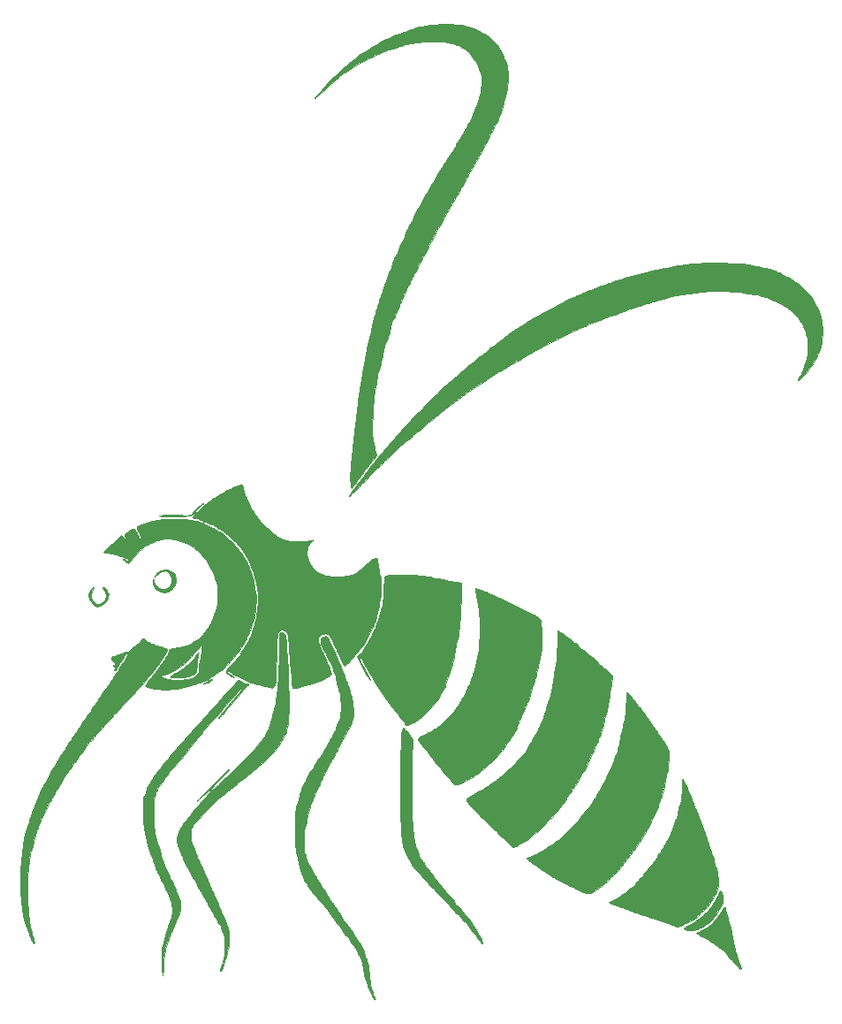
<source format=gbr>
%TF.GenerationSoftware,KiCad,Pcbnew,(6.0.1)*%
%TF.CreationDate,2022-06-24T20:37:33-05:00*%
%TF.ProjectId,mosquito,6d6f7371-7569-4746-9f2e-6b696361645f,rev?*%
%TF.SameCoordinates,Original*%
%TF.FileFunction,Legend,Top*%
%TF.FilePolarity,Positive*%
%FSLAX46Y46*%
G04 Gerber Fmt 4.6, Leading zero omitted, Abs format (unit mm)*
G04 Created by KiCad (PCBNEW (6.0.1)) date 2022-06-24 20:37:33*
%MOMM*%
%LPD*%
G01*
G04 APERTURE LIST*
%ADD10C,0.010000*%
G04 APERTURE END LIST*
D10*
%TO.C,G\u002A\u002A\u002A*%
X142396654Y-105146759D02*
X142431097Y-105163440D01*
X142431097Y-105163440D02*
X142466942Y-105197104D01*
X142466942Y-105197104D02*
X142479766Y-105210793D01*
X142479766Y-105210793D02*
X142505216Y-105247005D01*
X142505216Y-105247005D02*
X142547273Y-105317783D01*
X142547273Y-105317783D02*
X142604052Y-105419611D01*
X142604052Y-105419611D02*
X142673669Y-105548973D01*
X142673669Y-105548973D02*
X142754237Y-105702355D01*
X142754237Y-105702355D02*
X142843872Y-105876241D01*
X142843872Y-105876241D02*
X142940688Y-106067116D01*
X142940688Y-106067116D02*
X142966338Y-106118162D01*
X142966338Y-106118162D02*
X143077071Y-106339956D01*
X143077071Y-106339956D02*
X143170109Y-106528742D01*
X143170109Y-106528742D02*
X143247480Y-106688969D01*
X143247480Y-106688969D02*
X143311214Y-106825085D01*
X143311214Y-106825085D02*
X143363341Y-106941541D01*
X143363341Y-106941541D02*
X143405889Y-107042784D01*
X143405889Y-107042784D02*
X143440888Y-107133264D01*
X143440888Y-107133264D02*
X143470368Y-107217430D01*
X143470368Y-107217430D02*
X143477046Y-107237800D01*
X143477046Y-107237800D02*
X143518437Y-107360033D01*
X143518437Y-107360033D02*
X143563979Y-107485332D01*
X143563979Y-107485332D02*
X143608324Y-107599482D01*
X143608324Y-107599482D02*
X143646123Y-107688263D01*
X143646123Y-107688263D02*
X143648257Y-107692884D01*
X143648257Y-107692884D02*
X143727111Y-107870180D01*
X143727111Y-107870180D02*
X143794058Y-108036216D01*
X143794058Y-108036216D02*
X143846345Y-108183561D01*
X143846345Y-108183561D02*
X143881221Y-108304786D01*
X143881221Y-108304786D02*
X143889833Y-108345129D01*
X143889833Y-108345129D02*
X143917708Y-108445115D01*
X143917708Y-108445115D02*
X143959758Y-108534427D01*
X143959758Y-108534427D02*
X144009304Y-108600307D01*
X144009304Y-108600307D02*
X144033603Y-108619747D01*
X144033603Y-108619747D02*
X144079373Y-108667116D01*
X144079373Y-108667116D02*
X144123006Y-108746492D01*
X144123006Y-108746492D02*
X144160094Y-108847611D01*
X144160094Y-108847611D02*
X144186230Y-108960208D01*
X144186230Y-108960208D02*
X144189796Y-108983497D01*
X144189796Y-108983497D02*
X144199974Y-109049371D01*
X144199974Y-109049371D02*
X144212482Y-109111045D01*
X144212482Y-109111045D02*
X144229630Y-109175627D01*
X144229630Y-109175627D02*
X144253729Y-109250223D01*
X144253729Y-109250223D02*
X144287089Y-109341941D01*
X144287089Y-109341941D02*
X144332021Y-109457887D01*
X144332021Y-109457887D02*
X144390836Y-109605169D01*
X144390836Y-109605169D02*
X144396424Y-109619050D01*
X144396424Y-109619050D02*
X144450947Y-109762999D01*
X144450947Y-109762999D02*
X144510498Y-109935165D01*
X144510498Y-109935165D02*
X144573089Y-110128476D01*
X144573089Y-110128476D02*
X144636730Y-110335861D01*
X144636730Y-110335861D02*
X144699430Y-110550249D01*
X144699430Y-110550249D02*
X144759200Y-110764566D01*
X144759200Y-110764566D02*
X144814050Y-110971741D01*
X144814050Y-110971741D02*
X144861990Y-111164703D01*
X144861990Y-111164703D02*
X144901030Y-111336380D01*
X144901030Y-111336380D02*
X144929181Y-111479699D01*
X144929181Y-111479699D02*
X144940464Y-111552517D01*
X144940464Y-111552517D02*
X144957797Y-111704636D01*
X144957797Y-111704636D02*
X144972777Y-111874686D01*
X144972777Y-111874686D02*
X144985019Y-112053846D01*
X144985019Y-112053846D02*
X144994136Y-112233297D01*
X144994136Y-112233297D02*
X144999741Y-112404218D01*
X144999741Y-112404218D02*
X145001447Y-112557790D01*
X145001447Y-112557790D02*
X144998870Y-112685194D01*
X144998870Y-112685194D02*
X144993468Y-112762300D01*
X144993468Y-112762300D02*
X144978359Y-112876435D01*
X144978359Y-112876435D02*
X144957264Y-112982721D01*
X144957264Y-112982721D02*
X144927048Y-113092474D01*
X144927048Y-113092474D02*
X144884572Y-113217010D01*
X144884572Y-113217010D02*
X144826702Y-113367644D01*
X144826702Y-113367644D02*
X144823320Y-113376134D01*
X144823320Y-113376134D02*
X144751154Y-113548499D01*
X144751154Y-113548499D02*
X144661141Y-113749744D01*
X144661141Y-113749744D02*
X144557028Y-113972339D01*
X144557028Y-113972339D02*
X144442566Y-114208755D01*
X144442566Y-114208755D02*
X144321504Y-114451462D01*
X144321504Y-114451462D02*
X144197590Y-114692929D01*
X144197590Y-114692929D02*
X144074576Y-114925629D01*
X144074576Y-114925629D02*
X143956209Y-115142030D01*
X143956209Y-115142030D02*
X143858936Y-115312884D01*
X143858936Y-115312884D02*
X143704680Y-115579905D01*
X143704680Y-115579905D02*
X143573477Y-115811862D01*
X143573477Y-115811862D02*
X143465152Y-116009078D01*
X143465152Y-116009078D02*
X143379529Y-116171880D01*
X143379529Y-116171880D02*
X143316432Y-116300592D01*
X143316432Y-116300592D02*
X143279919Y-116384600D01*
X143279919Y-116384600D02*
X143218765Y-116533220D01*
X143218765Y-116533220D02*
X143162829Y-116653060D01*
X143162829Y-116653060D02*
X143105700Y-116756047D01*
X143105700Y-116756047D02*
X143040967Y-116854104D01*
X143040967Y-116854104D02*
X142991241Y-116921550D01*
X142991241Y-116921550D02*
X142937941Y-116996072D01*
X142937941Y-116996072D02*
X142871590Y-117095576D01*
X142871590Y-117095576D02*
X142799902Y-117208154D01*
X142799902Y-117208154D02*
X142730591Y-117321896D01*
X142730591Y-117321896D02*
X142717020Y-117344884D01*
X142717020Y-117344884D02*
X142645468Y-117471015D01*
X142645468Y-117471015D02*
X142562365Y-117624433D01*
X142562365Y-117624433D02*
X142471193Y-117798108D01*
X142471193Y-117798108D02*
X142375437Y-117985011D01*
X142375437Y-117985011D02*
X142278581Y-118178111D01*
X142278581Y-118178111D02*
X142184110Y-118370379D01*
X142184110Y-118370379D02*
X142095508Y-118554785D01*
X142095508Y-118554785D02*
X142016259Y-118724301D01*
X142016259Y-118724301D02*
X141949847Y-118871895D01*
X141949847Y-118871895D02*
X141899757Y-118990540D01*
X141899757Y-118990540D02*
X141893451Y-119006467D01*
X141893451Y-119006467D02*
X141829437Y-119163125D01*
X141829437Y-119163125D02*
X141759904Y-119321285D01*
X141759904Y-119321285D02*
X141689040Y-119472243D01*
X141689040Y-119472243D02*
X141621035Y-119607297D01*
X141621035Y-119607297D02*
X141560078Y-119717743D01*
X141560078Y-119717743D02*
X141521602Y-119779050D01*
X141521602Y-119779050D02*
X141430425Y-119931613D01*
X141430425Y-119931613D02*
X141349522Y-120109600D01*
X141349522Y-120109600D02*
X141275634Y-120320436D01*
X141275634Y-120320436D02*
X141256914Y-120382424D01*
X141256914Y-120382424D02*
X141219207Y-120500178D01*
X141219207Y-120500178D02*
X141175285Y-120620684D01*
X141175285Y-120620684D02*
X141131036Y-120728547D01*
X141131036Y-120728547D02*
X141097841Y-120798275D01*
X141097841Y-120798275D02*
X141038867Y-120924679D01*
X141038867Y-120924679D02*
X140975208Y-121088828D01*
X140975208Y-121088828D02*
X140908055Y-121286544D01*
X140908055Y-121286544D02*
X140838601Y-121513648D01*
X140838601Y-121513648D02*
X140768036Y-121765963D01*
X140768036Y-121765963D02*
X140697554Y-122039309D01*
X140697554Y-122039309D02*
X140628345Y-122329509D01*
X140628345Y-122329509D02*
X140561601Y-122632385D01*
X140561601Y-122632385D02*
X140527018Y-122799665D01*
X140527018Y-122799665D02*
X140488729Y-122986482D01*
X140488729Y-122986482D02*
X140455878Y-123139368D01*
X140455878Y-123139368D02*
X140426469Y-123266070D01*
X140426469Y-123266070D02*
X140398502Y-123374333D01*
X140398502Y-123374333D02*
X140369982Y-123471900D01*
X140369982Y-123471900D02*
X140338910Y-123566518D01*
X140338910Y-123566518D02*
X140304322Y-123663134D01*
X140304322Y-123663134D02*
X140286483Y-123734652D01*
X140286483Y-123734652D02*
X140270959Y-123842864D01*
X140270959Y-123842864D02*
X140257954Y-123982182D01*
X140257954Y-123982182D02*
X140247672Y-124147019D01*
X140247672Y-124147019D02*
X140240318Y-124331788D01*
X140240318Y-124331788D02*
X140236096Y-124530901D01*
X140236096Y-124530901D02*
X140235211Y-124738771D01*
X140235211Y-124738771D02*
X140237868Y-124949811D01*
X140237868Y-124949811D02*
X140244270Y-125158434D01*
X140244270Y-125158434D02*
X140247175Y-125224428D01*
X140247175Y-125224428D02*
X140256522Y-125411230D01*
X140256522Y-125411230D02*
X140265395Y-125560625D01*
X140265395Y-125560625D02*
X140274567Y-125677520D01*
X140274567Y-125677520D02*
X140284814Y-125766822D01*
X140284814Y-125766822D02*
X140296910Y-125833440D01*
X140296910Y-125833440D02*
X140311630Y-125882280D01*
X140311630Y-125882280D02*
X140329748Y-125918250D01*
X140329748Y-125918250D02*
X140352039Y-125946258D01*
X140352039Y-125946258D02*
X140362790Y-125956788D01*
X140362790Y-125956788D02*
X140393919Y-125995798D01*
X140393919Y-125995798D02*
X140416273Y-126051948D01*
X140416273Y-126051948D02*
X140433963Y-126136476D01*
X140433963Y-126136476D02*
X140438001Y-126162436D01*
X140438001Y-126162436D02*
X140476570Y-126345502D01*
X140476570Y-126345502D02*
X140539585Y-126549123D01*
X140539585Y-126549123D02*
X140623444Y-126762142D01*
X140623444Y-126762142D02*
X140652744Y-126827550D01*
X140652744Y-126827550D02*
X140707231Y-126940268D01*
X140707231Y-126940268D02*
X140777216Y-127076639D01*
X140777216Y-127076639D02*
X140859431Y-127230975D01*
X140859431Y-127230975D02*
X140950609Y-127397589D01*
X140950609Y-127397589D02*
X141047482Y-127570793D01*
X141047482Y-127570793D02*
X141146783Y-127744900D01*
X141146783Y-127744900D02*
X141245246Y-127914222D01*
X141245246Y-127914222D02*
X141339602Y-128073072D01*
X141339602Y-128073072D02*
X141426584Y-128215763D01*
X141426584Y-128215763D02*
X141502925Y-128336606D01*
X141502925Y-128336606D02*
X141565357Y-128429915D01*
X141565357Y-128429915D02*
X141601204Y-128478550D01*
X141601204Y-128478550D02*
X141648327Y-128543781D01*
X141648327Y-128543781D02*
X141706112Y-128632409D01*
X141706112Y-128632409D02*
X141765565Y-128730339D01*
X141765565Y-128730339D02*
X141797057Y-128785467D01*
X141797057Y-128785467D02*
X141909910Y-128986460D01*
X141909910Y-128986460D02*
X142008872Y-129157792D01*
X142008872Y-129157792D02*
X142099014Y-129307653D01*
X142099014Y-129307653D02*
X142185408Y-129444231D01*
X142185408Y-129444231D02*
X142273123Y-129575714D01*
X142273123Y-129575714D02*
X142367231Y-129710290D01*
X142367231Y-129710290D02*
X142386316Y-129736973D01*
X142386316Y-129736973D02*
X142500170Y-129896976D01*
X142500170Y-129896976D02*
X142591978Y-130029359D01*
X142591978Y-130029359D02*
X142665495Y-130140071D01*
X142665495Y-130140071D02*
X142724473Y-130235056D01*
X142724473Y-130235056D02*
X142772666Y-130320261D01*
X142772666Y-130320261D02*
X142813827Y-130401631D01*
X142813827Y-130401631D02*
X142835835Y-130449142D01*
X142835835Y-130449142D02*
X142895506Y-130567504D01*
X142895506Y-130567504D02*
X142950245Y-130645544D01*
X142950245Y-130645544D02*
X143001299Y-130684822D01*
X143001299Y-130684822D02*
X143028510Y-130690467D01*
X143028510Y-130690467D02*
X143065756Y-130709439D01*
X143065756Y-130709439D02*
X143090004Y-130748675D01*
X143090004Y-130748675D02*
X143123360Y-130828000D01*
X143123360Y-130828000D02*
X143165576Y-130913735D01*
X143165576Y-130913735D02*
X143219792Y-131011236D01*
X143219792Y-131011236D02*
X143289149Y-131125856D01*
X143289149Y-131125856D02*
X143376787Y-131262949D01*
X143376787Y-131262949D02*
X143485849Y-131427868D01*
X143485849Y-131427868D02*
X143506756Y-131459072D01*
X143506756Y-131459072D02*
X143631544Y-131647129D01*
X143631544Y-131647129D02*
X143740773Y-131816014D01*
X143740773Y-131816014D02*
X143832866Y-131963107D01*
X143832866Y-131963107D02*
X143906246Y-132085785D01*
X143906246Y-132085785D02*
X143959337Y-132181427D01*
X143959337Y-132181427D02*
X143990562Y-132247411D01*
X143990562Y-132247411D02*
X143998738Y-132277079D01*
X143998738Y-132277079D02*
X144018041Y-132326923D01*
X144018041Y-132326923D02*
X144071005Y-132388834D01*
X144071005Y-132388834D02*
X144131178Y-132440616D01*
X144131178Y-132440616D02*
X144181820Y-132485968D01*
X144181820Y-132485968D02*
X144243689Y-132552721D01*
X144243689Y-132552721D02*
X144318593Y-132643236D01*
X144318593Y-132643236D02*
X144408344Y-132759877D01*
X144408344Y-132759877D02*
X144514748Y-132905004D01*
X144514748Y-132905004D02*
X144639617Y-133080981D01*
X144639617Y-133080981D02*
X144784759Y-133290168D01*
X144784759Y-133290168D02*
X144809436Y-133326079D01*
X144809436Y-133326079D02*
X144913410Y-133477505D01*
X144913410Y-133477505D02*
X145019602Y-133632059D01*
X145019602Y-133632059D02*
X145122939Y-133782364D01*
X145122939Y-133782364D02*
X145218346Y-133921041D01*
X145218346Y-133921041D02*
X145300749Y-134040715D01*
X145300749Y-134040715D02*
X145365076Y-134134007D01*
X145365076Y-134134007D02*
X145373165Y-134145723D01*
X145373165Y-134145723D02*
X145473817Y-134299452D01*
X145473817Y-134299452D02*
X145576936Y-134471400D01*
X145576936Y-134471400D02*
X145679060Y-134654551D01*
X145679060Y-134654551D02*
X145776723Y-134841889D01*
X145776723Y-134841889D02*
X145866463Y-135026398D01*
X145866463Y-135026398D02*
X145944815Y-135201061D01*
X145944815Y-135201061D02*
X146008315Y-135358863D01*
X146008315Y-135358863D02*
X146053501Y-135492787D01*
X146053501Y-135492787D02*
X146070077Y-135557341D01*
X146070077Y-135557341D02*
X146087556Y-135620660D01*
X146087556Y-135620660D02*
X146117537Y-135710926D01*
X146117537Y-135710926D02*
X146155839Y-135816177D01*
X146155839Y-135816177D02*
X146198283Y-135924454D01*
X146198283Y-135924454D02*
X146198945Y-135926078D01*
X146198945Y-135926078D02*
X146258559Y-136079560D01*
X146258559Y-136079560D02*
X146309637Y-136229032D01*
X146309637Y-136229032D02*
X146353494Y-136380876D01*
X146353494Y-136380876D02*
X146391445Y-136541474D01*
X146391445Y-136541474D02*
X146424804Y-136717206D01*
X146424804Y-136717206D02*
X146454888Y-136914455D01*
X146454888Y-136914455D02*
X146483010Y-137139600D01*
X146483010Y-137139600D02*
X146510486Y-137399025D01*
X146510486Y-137399025D02*
X146517694Y-137472963D01*
X146517694Y-137472963D02*
X146558436Y-137852058D01*
X146558436Y-137852058D02*
X146604883Y-138202118D01*
X146604883Y-138202118D02*
X146656622Y-138521218D01*
X146656622Y-138521218D02*
X146713236Y-138807430D01*
X146713236Y-138807430D02*
X146774309Y-139058826D01*
X146774309Y-139058826D02*
X146839427Y-139273480D01*
X146839427Y-139273480D02*
X146908174Y-139449464D01*
X146908174Y-139449464D02*
X146969218Y-139567316D01*
X146969218Y-139567316D02*
X147017800Y-139655722D01*
X147017800Y-139655722D02*
X147058472Y-139744683D01*
X147058472Y-139744683D02*
X147087734Y-139824741D01*
X147087734Y-139824741D02*
X147102086Y-139886443D01*
X147102086Y-139886443D02*
X147099244Y-139918658D01*
X147099244Y-139918658D02*
X147065435Y-139938925D01*
X147065435Y-139938925D02*
X147017963Y-139931800D01*
X147017963Y-139931800D02*
X146975699Y-139902109D01*
X146975699Y-139902109D02*
X146935954Y-139846205D01*
X146935954Y-139846205D02*
X146884882Y-139755815D01*
X146884882Y-139755815D02*
X146824815Y-139636526D01*
X146824815Y-139636526D02*
X146758088Y-139493921D01*
X146758088Y-139493921D02*
X146687031Y-139333584D01*
X146687031Y-139333584D02*
X146613978Y-139161101D01*
X146613978Y-139161101D02*
X146541262Y-138982056D01*
X146541262Y-138982056D02*
X146471214Y-138802033D01*
X146471214Y-138802033D02*
X146406169Y-138626617D01*
X146406169Y-138626617D02*
X146348458Y-138461392D01*
X146348458Y-138461392D02*
X146300413Y-138311942D01*
X146300413Y-138311942D02*
X146275336Y-138225405D01*
X146275336Y-138225405D02*
X146243245Y-138138886D01*
X146243245Y-138138886D02*
X146196802Y-138047597D01*
X146196802Y-138047597D02*
X146168958Y-138003938D01*
X146168958Y-138003938D02*
X146134049Y-137950064D01*
X146134049Y-137950064D02*
X146106663Y-137893990D01*
X146106663Y-137893990D02*
X146085096Y-137828467D01*
X146085096Y-137828467D02*
X146067643Y-137746248D01*
X146067643Y-137746248D02*
X146052597Y-137640083D01*
X146052597Y-137640083D02*
X146038255Y-137502724D01*
X146038255Y-137502724D02*
X146030345Y-137414667D01*
X146030345Y-137414667D02*
X145972381Y-136962360D01*
X145972381Y-136962360D02*
X145875613Y-136496206D01*
X145875613Y-136496206D02*
X145869673Y-136472190D01*
X145869673Y-136472190D02*
X145827977Y-136317250D01*
X145827977Y-136317250D02*
X145786696Y-136193308D01*
X145786696Y-136193308D02*
X145741358Y-136089310D01*
X145741358Y-136089310D02*
X145687494Y-135994206D01*
X145687494Y-135994206D02*
X145658612Y-135950384D01*
X145658612Y-135950384D02*
X145616701Y-135879163D01*
X145616701Y-135879163D02*
X145570604Y-135785311D01*
X145570604Y-135785311D02*
X145528886Y-135686565D01*
X145528886Y-135686565D02*
X145520667Y-135664634D01*
X145520667Y-135664634D02*
X145463814Y-135518498D01*
X145463814Y-135518498D02*
X145402602Y-135383830D01*
X145402602Y-135383830D02*
X145331795Y-135251235D01*
X145331795Y-135251235D02*
X145246160Y-135111319D01*
X145246160Y-135111319D02*
X145140463Y-134954689D01*
X145140463Y-134954689D02*
X145068871Y-134853828D01*
X145068871Y-134853828D02*
X144977937Y-134725856D01*
X144977937Y-134725856D02*
X144879441Y-134584595D01*
X144879441Y-134584595D02*
X144782600Y-134443432D01*
X144782600Y-134443432D02*
X144696633Y-134315752D01*
X144696633Y-134315752D02*
X144657928Y-134257050D01*
X144657928Y-134257050D02*
X144559560Y-134108537D01*
X144559560Y-134108537D02*
X144479055Y-133992551D01*
X144479055Y-133992551D02*
X144413062Y-133904986D01*
X144413062Y-133904986D02*
X144358229Y-133841735D01*
X144358229Y-133841735D02*
X144311203Y-133798691D01*
X144311203Y-133798691D02*
X144268633Y-133771748D01*
X144268633Y-133771748D02*
X144257765Y-133766825D01*
X144257765Y-133766825D02*
X144198155Y-133725437D01*
X144198155Y-133725437D02*
X144176786Y-133680129D01*
X144176786Y-133680129D02*
X144123488Y-133529726D01*
X144123488Y-133529726D02*
X144028488Y-133381360D01*
X144028488Y-133381360D02*
X144023586Y-133375167D01*
X144023586Y-133375167D02*
X143864386Y-133174314D01*
X143864386Y-133174314D02*
X143714113Y-132981846D01*
X143714113Y-132981846D02*
X143566529Y-132789541D01*
X143566529Y-132789541D02*
X143415392Y-132589180D01*
X143415392Y-132589180D02*
X143254463Y-132372540D01*
X143254463Y-132372540D02*
X143077503Y-132131401D01*
X143077503Y-132131401D02*
X143026751Y-132061830D01*
X143026751Y-132061830D02*
X142819495Y-131779444D01*
X142819495Y-131779444D02*
X142630497Y-131526468D01*
X142630497Y-131526468D02*
X142454973Y-131296800D01*
X142454973Y-131296800D02*
X142288141Y-131084335D01*
X142288141Y-131084335D02*
X142125217Y-130882971D01*
X142125217Y-130882971D02*
X141961420Y-130686603D01*
X141961420Y-130686603D02*
X141816765Y-130517711D01*
X141816765Y-130517711D02*
X141644293Y-130316132D01*
X141644293Y-130316132D02*
X141476022Y-130114798D01*
X141476022Y-130114798D02*
X141314763Y-129917356D01*
X141314763Y-129917356D02*
X141163323Y-129727453D01*
X141163323Y-129727453D02*
X141024513Y-129548735D01*
X141024513Y-129548735D02*
X140901142Y-129384851D01*
X140901142Y-129384851D02*
X140796018Y-129239446D01*
X140796018Y-129239446D02*
X140711952Y-129116168D01*
X140711952Y-129116168D02*
X140651752Y-129018664D01*
X140651752Y-129018664D02*
X140629170Y-128975967D01*
X140629170Y-128975967D02*
X140578021Y-128886189D01*
X140578021Y-128886189D02*
X140511234Y-128790881D01*
X140511234Y-128790881D02*
X140453400Y-128721967D01*
X140453400Y-128721967D02*
X140354335Y-128609937D01*
X140354335Y-128609937D02*
X140284732Y-128512824D01*
X140284732Y-128512824D02*
X140239221Y-128421486D01*
X140239221Y-128421486D02*
X140212434Y-128326782D01*
X140212434Y-128326782D02*
X140208618Y-128305189D01*
X140208618Y-128305189D02*
X140191583Y-128232194D01*
X140191583Y-128232194D02*
X140161663Y-128134960D01*
X140161663Y-128134960D02*
X140123521Y-128027774D01*
X140123521Y-128027774D02*
X140093006Y-127951071D01*
X140093006Y-127951071D02*
X140049428Y-127843093D01*
X140049428Y-127843093D02*
X140008678Y-127732778D01*
X140008678Y-127732778D02*
X139968972Y-127614122D01*
X139968972Y-127614122D02*
X139928525Y-127481126D01*
X139928525Y-127481126D02*
X139885552Y-127327786D01*
X139885552Y-127327786D02*
X139838268Y-127148101D01*
X139838268Y-127148101D02*
X139784888Y-126936068D01*
X139784888Y-126936068D02*
X139754736Y-126813514D01*
X139754736Y-126813514D02*
X139697053Y-126569495D01*
X139697053Y-126569495D02*
X139642391Y-126322558D01*
X139642391Y-126322558D02*
X139592227Y-126080318D01*
X139592227Y-126080318D02*
X139548040Y-125850388D01*
X139548040Y-125850388D02*
X139511311Y-125640382D01*
X139511311Y-125640382D02*
X139483516Y-125457913D01*
X139483516Y-125457913D02*
X139469655Y-125345884D01*
X139469655Y-125345884D02*
X139456204Y-125193606D01*
X139456204Y-125193606D02*
X139444162Y-125004978D01*
X139444162Y-125004978D02*
X139433614Y-124785965D01*
X139433614Y-124785965D02*
X139424645Y-124542529D01*
X139424645Y-124542529D02*
X139417340Y-124280634D01*
X139417340Y-124280634D02*
X139411785Y-124006242D01*
X139411785Y-124006242D02*
X139408064Y-123725317D01*
X139408064Y-123725317D02*
X139406264Y-123443822D01*
X139406264Y-123443822D02*
X139406470Y-123167721D01*
X139406470Y-123167721D02*
X139408766Y-122902977D01*
X139408766Y-122902977D02*
X139413238Y-122655553D01*
X139413238Y-122655553D02*
X139419972Y-122431413D01*
X139419972Y-122431413D02*
X139426005Y-122292962D01*
X139426005Y-122292962D02*
X139435075Y-122133025D01*
X139435075Y-122133025D02*
X139444662Y-122008464D01*
X139444662Y-122008464D02*
X139455598Y-121912323D01*
X139455598Y-121912323D02*
X139468715Y-121837644D01*
X139468715Y-121837644D02*
X139484845Y-121777472D01*
X139484845Y-121777472D02*
X139489217Y-121764529D01*
X139489217Y-121764529D02*
X139518266Y-121651671D01*
X139518266Y-121651671D02*
X139530920Y-121519097D01*
X139530920Y-121519097D02*
X139531867Y-121461952D01*
X139531867Y-121461952D02*
X139538155Y-121336010D01*
X139538155Y-121336010D02*
X139557351Y-121249134D01*
X139557351Y-121249134D02*
X139589955Y-121199916D01*
X139589955Y-121199916D02*
X139629397Y-121186634D01*
X139629397Y-121186634D02*
X139658750Y-121167780D01*
X139658750Y-121167780D02*
X139687746Y-121119803D01*
X139687746Y-121119803D02*
X139710720Y-121055579D01*
X139710720Y-121055579D02*
X139722010Y-120987985D01*
X139722010Y-120987985D02*
X139722367Y-120975277D01*
X139722367Y-120975277D02*
X139728954Y-120903627D01*
X139728954Y-120903627D02*
X139747964Y-120796652D01*
X139747964Y-120796652D02*
X139778273Y-120659136D01*
X139778273Y-120659136D02*
X139818755Y-120495862D01*
X139818755Y-120495862D02*
X139868286Y-120311613D01*
X139868286Y-120311613D02*
X139925234Y-120112885D01*
X139925234Y-120112885D02*
X139992865Y-119889634D01*
X139992865Y-119889634D02*
X140052973Y-119704736D01*
X140052973Y-119704736D02*
X140106704Y-119555110D01*
X140106704Y-119555110D02*
X140155208Y-119437672D01*
X140155208Y-119437672D02*
X140199632Y-119349340D01*
X140199632Y-119349340D02*
X140224356Y-119309682D01*
X140224356Y-119309682D02*
X140249454Y-119268557D01*
X140249454Y-119268557D02*
X140290450Y-119195963D01*
X140290450Y-119195963D02*
X140343971Y-119098120D01*
X140343971Y-119098120D02*
X140406638Y-118981251D01*
X140406638Y-118981251D02*
X140475077Y-118851577D01*
X140475077Y-118851577D02*
X140526710Y-118752467D01*
X140526710Y-118752467D02*
X140634679Y-118546203D01*
X140634679Y-118546203D02*
X140728551Y-118372083D01*
X140728551Y-118372083D02*
X140812046Y-118223852D01*
X140812046Y-118223852D02*
X140888887Y-118095254D01*
X140888887Y-118095254D02*
X140962797Y-117980035D01*
X140962797Y-117980035D02*
X141037496Y-117871938D01*
X141037496Y-117871938D02*
X141106038Y-117778800D01*
X141106038Y-117778800D02*
X141167840Y-117689293D01*
X141167840Y-117689293D02*
X141236243Y-117578197D01*
X141236243Y-117578197D02*
X141300934Y-117462732D01*
X141300934Y-117462732D02*
X141333159Y-117399584D01*
X141333159Y-117399584D02*
X141379895Y-117306881D01*
X141379895Y-117306881D02*
X141429757Y-117215502D01*
X141429757Y-117215502D02*
X141486232Y-117120024D01*
X141486232Y-117120024D02*
X141552806Y-117015019D01*
X141552806Y-117015019D02*
X141632965Y-116895063D01*
X141632965Y-116895063D02*
X141730195Y-116754731D01*
X141730195Y-116754731D02*
X141847984Y-116588596D01*
X141847984Y-116588596D02*
X141909258Y-116503092D01*
X141909258Y-116503092D02*
X142031002Y-116330655D01*
X142031002Y-116330655D02*
X142144263Y-116163377D01*
X142144263Y-116163377D02*
X142252910Y-115994809D01*
X142252910Y-115994809D02*
X142360813Y-115818505D01*
X142360813Y-115818505D02*
X142471844Y-115628017D01*
X142471844Y-115628017D02*
X142589873Y-115416900D01*
X142589873Y-115416900D02*
X142718771Y-115178705D01*
X142718771Y-115178705D02*
X142827111Y-114974217D01*
X142827111Y-114974217D02*
X142954247Y-114730917D01*
X142954247Y-114730917D02*
X143061856Y-114521288D01*
X143061856Y-114521288D02*
X143151382Y-114342226D01*
X143151382Y-114342226D02*
X143224268Y-114190627D01*
X143224268Y-114190627D02*
X143281955Y-114063388D01*
X143281955Y-114063388D02*
X143325887Y-113957404D01*
X143325887Y-113957404D02*
X143357506Y-113869572D01*
X143357506Y-113869572D02*
X143378256Y-113796787D01*
X143378256Y-113796787D02*
X143381887Y-113780707D01*
X143381887Y-113780707D02*
X143402296Y-113714169D01*
X143402296Y-113714169D02*
X143438298Y-113624277D01*
X143438298Y-113624277D02*
X143484269Y-113524312D01*
X143484269Y-113524312D02*
X143520880Y-113452624D01*
X143520880Y-113452624D02*
X143596974Y-113296601D01*
X143596974Y-113296601D02*
X143658937Y-113136260D01*
X143658937Y-113136260D02*
X143708061Y-112965253D01*
X143708061Y-112965253D02*
X143745638Y-112777231D01*
X143745638Y-112777231D02*
X143772959Y-112565847D01*
X143772959Y-112565847D02*
X143791316Y-112324753D01*
X143791316Y-112324753D02*
X143801315Y-112074384D01*
X143801315Y-112074384D02*
X143803222Y-111790351D01*
X143803222Y-111790351D02*
X143794355Y-111505663D01*
X143794355Y-111505663D02*
X143775476Y-111225967D01*
X143775476Y-111225967D02*
X143747353Y-110956910D01*
X143747353Y-110956910D02*
X143710749Y-110704139D01*
X143710749Y-110704139D02*
X143666432Y-110473302D01*
X143666432Y-110473302D02*
X143615164Y-110270046D01*
X143615164Y-110270046D02*
X143557713Y-110100020D01*
X143557713Y-110100020D02*
X143523132Y-110021441D01*
X143523132Y-110021441D02*
X143462787Y-109878019D01*
X143462787Y-109878019D02*
X143411336Y-109710139D01*
X143411336Y-109710139D02*
X143367182Y-109511751D01*
X143367182Y-109511751D02*
X143331627Y-109297086D01*
X143331627Y-109297086D02*
X143284955Y-109026811D01*
X143284955Y-109026811D02*
X143227301Y-108781322D01*
X143227301Y-108781322D02*
X143160319Y-108567020D01*
X143160319Y-108567020D02*
X143111797Y-108445761D01*
X143111797Y-108445761D02*
X143071963Y-108350884D01*
X143071963Y-108350884D02*
X143036238Y-108256343D01*
X143036238Y-108256343D02*
X143010630Y-108178345D01*
X143010630Y-108178345D02*
X143005315Y-108158550D01*
X143005315Y-108158550D02*
X142985741Y-108079222D01*
X142985741Y-108079222D02*
X142966597Y-108003223D01*
X142966597Y-108003223D02*
X142960270Y-107978634D01*
X142960270Y-107978634D02*
X142940263Y-107927556D01*
X142940263Y-107927556D02*
X142903174Y-107854059D01*
X142903174Y-107854059D02*
X142855599Y-107770814D01*
X142855599Y-107770814D02*
X142833585Y-107735217D01*
X142833585Y-107735217D02*
X142776731Y-107642000D01*
X142776731Y-107642000D02*
X142720602Y-107543971D01*
X142720602Y-107543971D02*
X142675134Y-107458633D01*
X142675134Y-107458633D02*
X142665419Y-107438884D01*
X142665419Y-107438884D02*
X142565532Y-107230773D01*
X142565532Y-107230773D02*
X142481182Y-107056821D01*
X142481182Y-107056821D02*
X142410163Y-106912747D01*
X142410163Y-106912747D02*
X142350268Y-106794276D01*
X142350268Y-106794276D02*
X142299290Y-106697128D01*
X142299290Y-106697128D02*
X142255024Y-106617027D01*
X142255024Y-106617027D02*
X142215262Y-106549693D01*
X142215262Y-106549693D02*
X142177798Y-106490850D01*
X142177798Y-106490850D02*
X142171604Y-106481541D01*
X142171604Y-106481541D02*
X142048582Y-106272451D01*
X142048582Y-106272451D02*
X141954920Y-106058986D01*
X141954920Y-106058986D02*
X141892849Y-105847991D01*
X141892849Y-105847991D02*
X141864604Y-105646313D01*
X141864604Y-105646313D02*
X141864401Y-105539852D01*
X141864401Y-105539852D02*
X141877240Y-105434302D01*
X141877240Y-105434302D02*
X141907528Y-105353877D01*
X141907528Y-105353877D02*
X141962799Y-105285331D01*
X141962799Y-105285331D02*
X142047839Y-105217359D01*
X142047839Y-105217359D02*
X142112936Y-105178472D01*
X142112936Y-105178472D02*
X142181078Y-105156789D01*
X142181078Y-105156789D02*
X142271565Y-105146219D01*
X142271565Y-105146219D02*
X142273826Y-105146073D01*
X142273826Y-105146073D02*
X142349075Y-105142493D01*
X142349075Y-105142493D02*
X142396654Y-105146759D01*
X142396654Y-105146759D02*
X142396654Y-105146759D01*
G36*
X142396654Y-105146759D02*
G01*
X142431097Y-105163440D01*
X142466942Y-105197104D01*
X142479766Y-105210793D01*
X142505216Y-105247005D01*
X142547273Y-105317783D01*
X142604052Y-105419611D01*
X142673669Y-105548973D01*
X142754237Y-105702355D01*
X142843872Y-105876241D01*
X142940688Y-106067116D01*
X142966338Y-106118162D01*
X143077071Y-106339956D01*
X143170109Y-106528742D01*
X143247480Y-106688969D01*
X143311214Y-106825085D01*
X143363341Y-106941541D01*
X143405889Y-107042784D01*
X143440888Y-107133264D01*
X143470368Y-107217430D01*
X143477046Y-107237800D01*
X143518437Y-107360033D01*
X143563979Y-107485332D01*
X143608324Y-107599482D01*
X143646123Y-107688263D01*
X143648257Y-107692884D01*
X143727111Y-107870180D01*
X143794058Y-108036216D01*
X143846345Y-108183561D01*
X143881221Y-108304786D01*
X143889833Y-108345129D01*
X143917708Y-108445115D01*
X143959758Y-108534427D01*
X144009304Y-108600307D01*
X144033603Y-108619747D01*
X144079373Y-108667116D01*
X144123006Y-108746492D01*
X144160094Y-108847611D01*
X144186230Y-108960208D01*
X144189796Y-108983497D01*
X144199974Y-109049371D01*
X144212482Y-109111045D01*
X144229630Y-109175627D01*
X144253729Y-109250223D01*
X144287089Y-109341941D01*
X144332021Y-109457887D01*
X144390836Y-109605169D01*
X144396424Y-109619050D01*
X144450947Y-109762999D01*
X144510498Y-109935165D01*
X144573089Y-110128476D01*
X144636730Y-110335861D01*
X144699430Y-110550249D01*
X144759200Y-110764566D01*
X144814050Y-110971741D01*
X144861990Y-111164703D01*
X144901030Y-111336380D01*
X144929181Y-111479699D01*
X144940464Y-111552517D01*
X144957797Y-111704636D01*
X144972777Y-111874686D01*
X144985019Y-112053846D01*
X144994136Y-112233297D01*
X144999741Y-112404218D01*
X145001447Y-112557790D01*
X144998870Y-112685194D01*
X144993468Y-112762300D01*
X144978359Y-112876435D01*
X144957264Y-112982721D01*
X144927048Y-113092474D01*
X144884572Y-113217010D01*
X144826702Y-113367644D01*
X144823320Y-113376134D01*
X144751154Y-113548499D01*
X144661141Y-113749744D01*
X144557028Y-113972339D01*
X144442566Y-114208755D01*
X144321504Y-114451462D01*
X144197590Y-114692929D01*
X144074576Y-114925629D01*
X143956209Y-115142030D01*
X143858936Y-115312884D01*
X143704680Y-115579905D01*
X143573477Y-115811862D01*
X143465152Y-116009078D01*
X143379529Y-116171880D01*
X143316432Y-116300592D01*
X143279919Y-116384600D01*
X143218765Y-116533220D01*
X143162829Y-116653060D01*
X143105700Y-116756047D01*
X143040967Y-116854104D01*
X142991241Y-116921550D01*
X142937941Y-116996072D01*
X142871590Y-117095576D01*
X142799902Y-117208154D01*
X142730591Y-117321896D01*
X142717020Y-117344884D01*
X142645468Y-117471015D01*
X142562365Y-117624433D01*
X142471193Y-117798108D01*
X142375437Y-117985011D01*
X142278581Y-118178111D01*
X142184110Y-118370379D01*
X142095508Y-118554785D01*
X142016259Y-118724301D01*
X141949847Y-118871895D01*
X141899757Y-118990540D01*
X141893451Y-119006467D01*
X141829437Y-119163125D01*
X141759904Y-119321285D01*
X141689040Y-119472243D01*
X141621035Y-119607297D01*
X141560078Y-119717743D01*
X141521602Y-119779050D01*
X141430425Y-119931613D01*
X141349522Y-120109600D01*
X141275634Y-120320436D01*
X141256914Y-120382424D01*
X141219207Y-120500178D01*
X141175285Y-120620684D01*
X141131036Y-120728547D01*
X141097841Y-120798275D01*
X141038867Y-120924679D01*
X140975208Y-121088828D01*
X140908055Y-121286544D01*
X140838601Y-121513648D01*
X140768036Y-121765963D01*
X140697554Y-122039309D01*
X140628345Y-122329509D01*
X140561601Y-122632385D01*
X140527018Y-122799665D01*
X140488729Y-122986482D01*
X140455878Y-123139368D01*
X140426469Y-123266070D01*
X140398502Y-123374333D01*
X140369982Y-123471900D01*
X140338910Y-123566518D01*
X140304322Y-123663134D01*
X140286483Y-123734652D01*
X140270959Y-123842864D01*
X140257954Y-123982182D01*
X140247672Y-124147019D01*
X140240318Y-124331788D01*
X140236096Y-124530901D01*
X140235211Y-124738771D01*
X140237868Y-124949811D01*
X140244270Y-125158434D01*
X140247175Y-125224428D01*
X140256522Y-125411230D01*
X140265395Y-125560625D01*
X140274567Y-125677520D01*
X140284814Y-125766822D01*
X140296910Y-125833440D01*
X140311630Y-125882280D01*
X140329748Y-125918250D01*
X140352039Y-125946258D01*
X140362790Y-125956788D01*
X140393919Y-125995798D01*
X140416273Y-126051948D01*
X140433963Y-126136476D01*
X140438001Y-126162436D01*
X140476570Y-126345502D01*
X140539585Y-126549123D01*
X140623444Y-126762142D01*
X140652744Y-126827550D01*
X140707231Y-126940268D01*
X140777216Y-127076639D01*
X140859431Y-127230975D01*
X140950609Y-127397589D01*
X141047482Y-127570793D01*
X141146783Y-127744900D01*
X141245246Y-127914222D01*
X141339602Y-128073072D01*
X141426584Y-128215763D01*
X141502925Y-128336606D01*
X141565357Y-128429915D01*
X141601204Y-128478550D01*
X141648327Y-128543781D01*
X141706112Y-128632409D01*
X141765565Y-128730339D01*
X141797057Y-128785467D01*
X141909910Y-128986460D01*
X142008872Y-129157792D01*
X142099014Y-129307653D01*
X142185408Y-129444231D01*
X142273123Y-129575714D01*
X142367231Y-129710290D01*
X142386316Y-129736973D01*
X142500170Y-129896976D01*
X142591978Y-130029359D01*
X142665495Y-130140071D01*
X142724473Y-130235056D01*
X142772666Y-130320261D01*
X142813827Y-130401631D01*
X142835835Y-130449142D01*
X142895506Y-130567504D01*
X142950245Y-130645544D01*
X143001299Y-130684822D01*
X143028510Y-130690467D01*
X143065756Y-130709439D01*
X143090004Y-130748675D01*
X143123360Y-130828000D01*
X143165576Y-130913735D01*
X143219792Y-131011236D01*
X143289149Y-131125856D01*
X143376787Y-131262949D01*
X143485849Y-131427868D01*
X143506756Y-131459072D01*
X143631544Y-131647129D01*
X143740773Y-131816014D01*
X143832866Y-131963107D01*
X143906246Y-132085785D01*
X143959337Y-132181427D01*
X143990562Y-132247411D01*
X143998738Y-132277079D01*
X144018041Y-132326923D01*
X144071005Y-132388834D01*
X144131178Y-132440616D01*
X144181820Y-132485968D01*
X144243689Y-132552721D01*
X144318593Y-132643236D01*
X144408344Y-132759877D01*
X144514748Y-132905004D01*
X144639617Y-133080981D01*
X144784759Y-133290168D01*
X144809436Y-133326079D01*
X144913410Y-133477505D01*
X145019602Y-133632059D01*
X145122939Y-133782364D01*
X145218346Y-133921041D01*
X145300749Y-134040715D01*
X145365076Y-134134007D01*
X145373165Y-134145723D01*
X145473817Y-134299452D01*
X145576936Y-134471400D01*
X145679060Y-134654551D01*
X145776723Y-134841889D01*
X145866463Y-135026398D01*
X145944815Y-135201061D01*
X146008315Y-135358863D01*
X146053501Y-135492787D01*
X146070077Y-135557341D01*
X146087556Y-135620660D01*
X146117537Y-135710926D01*
X146155839Y-135816177D01*
X146198283Y-135924454D01*
X146198945Y-135926078D01*
X146258559Y-136079560D01*
X146309637Y-136229032D01*
X146353494Y-136380876D01*
X146391445Y-136541474D01*
X146424804Y-136717206D01*
X146454888Y-136914455D01*
X146483010Y-137139600D01*
X146510486Y-137399025D01*
X146517694Y-137472963D01*
X146558436Y-137852058D01*
X146604883Y-138202118D01*
X146656622Y-138521218D01*
X146713236Y-138807430D01*
X146774309Y-139058826D01*
X146839427Y-139273480D01*
X146908174Y-139449464D01*
X146969218Y-139567316D01*
X147017800Y-139655722D01*
X147058472Y-139744683D01*
X147087734Y-139824741D01*
X147102086Y-139886443D01*
X147099244Y-139918658D01*
X147065435Y-139938925D01*
X147017963Y-139931800D01*
X146975699Y-139902109D01*
X146935954Y-139846205D01*
X146884882Y-139755815D01*
X146824815Y-139636526D01*
X146758088Y-139493921D01*
X146687031Y-139333584D01*
X146613978Y-139161101D01*
X146541262Y-138982056D01*
X146471214Y-138802033D01*
X146406169Y-138626617D01*
X146348458Y-138461392D01*
X146300413Y-138311942D01*
X146275336Y-138225405D01*
X146243245Y-138138886D01*
X146196802Y-138047597D01*
X146168958Y-138003938D01*
X146134049Y-137950064D01*
X146106663Y-137893990D01*
X146085096Y-137828467D01*
X146067643Y-137746248D01*
X146052597Y-137640083D01*
X146038255Y-137502724D01*
X146030345Y-137414667D01*
X145972381Y-136962360D01*
X145875613Y-136496206D01*
X145869673Y-136472190D01*
X145827977Y-136317250D01*
X145786696Y-136193308D01*
X145741358Y-136089310D01*
X145687494Y-135994206D01*
X145658612Y-135950384D01*
X145616701Y-135879163D01*
X145570604Y-135785311D01*
X145528886Y-135686565D01*
X145520667Y-135664634D01*
X145463814Y-135518498D01*
X145402602Y-135383830D01*
X145331795Y-135251235D01*
X145246160Y-135111319D01*
X145140463Y-134954689D01*
X145068871Y-134853828D01*
X144977937Y-134725856D01*
X144879441Y-134584595D01*
X144782600Y-134443432D01*
X144696633Y-134315752D01*
X144657928Y-134257050D01*
X144559560Y-134108537D01*
X144479055Y-133992551D01*
X144413062Y-133904986D01*
X144358229Y-133841735D01*
X144311203Y-133798691D01*
X144268633Y-133771748D01*
X144257765Y-133766825D01*
X144198155Y-133725437D01*
X144176786Y-133680129D01*
X144123488Y-133529726D01*
X144028488Y-133381360D01*
X144023586Y-133375167D01*
X143864386Y-133174314D01*
X143714113Y-132981846D01*
X143566529Y-132789541D01*
X143415392Y-132589180D01*
X143254463Y-132372540D01*
X143077503Y-132131401D01*
X143026751Y-132061830D01*
X142819495Y-131779444D01*
X142630497Y-131526468D01*
X142454973Y-131296800D01*
X142288141Y-131084335D01*
X142125217Y-130882971D01*
X141961420Y-130686603D01*
X141816765Y-130517711D01*
X141644293Y-130316132D01*
X141476022Y-130114798D01*
X141314763Y-129917356D01*
X141163323Y-129727453D01*
X141024513Y-129548735D01*
X140901142Y-129384851D01*
X140796018Y-129239446D01*
X140711952Y-129116168D01*
X140651752Y-129018664D01*
X140629170Y-128975967D01*
X140578021Y-128886189D01*
X140511234Y-128790881D01*
X140453400Y-128721967D01*
X140354335Y-128609937D01*
X140284732Y-128512824D01*
X140239221Y-128421486D01*
X140212434Y-128326782D01*
X140208618Y-128305189D01*
X140191583Y-128232194D01*
X140161663Y-128134960D01*
X140123521Y-128027774D01*
X140093006Y-127951071D01*
X140049428Y-127843093D01*
X140008678Y-127732778D01*
X139968972Y-127614122D01*
X139928525Y-127481126D01*
X139885552Y-127327786D01*
X139838268Y-127148101D01*
X139784888Y-126936068D01*
X139754736Y-126813514D01*
X139697053Y-126569495D01*
X139642391Y-126322558D01*
X139592227Y-126080318D01*
X139548040Y-125850388D01*
X139511311Y-125640382D01*
X139483516Y-125457913D01*
X139469655Y-125345884D01*
X139456204Y-125193606D01*
X139444162Y-125004978D01*
X139433614Y-124785965D01*
X139424645Y-124542529D01*
X139417340Y-124280634D01*
X139411785Y-124006242D01*
X139408064Y-123725317D01*
X139406264Y-123443822D01*
X139406470Y-123167721D01*
X139408766Y-122902977D01*
X139413238Y-122655553D01*
X139419972Y-122431413D01*
X139426005Y-122292962D01*
X139435075Y-122133025D01*
X139444662Y-122008464D01*
X139455598Y-121912323D01*
X139468715Y-121837644D01*
X139484845Y-121777472D01*
X139489217Y-121764529D01*
X139518266Y-121651671D01*
X139530920Y-121519097D01*
X139531867Y-121461952D01*
X139538155Y-121336010D01*
X139557351Y-121249134D01*
X139589955Y-121199916D01*
X139629397Y-121186634D01*
X139658750Y-121167780D01*
X139687746Y-121119803D01*
X139710720Y-121055579D01*
X139722010Y-120987985D01*
X139722367Y-120975277D01*
X139728954Y-120903627D01*
X139747964Y-120796652D01*
X139778273Y-120659136D01*
X139818755Y-120495862D01*
X139868286Y-120311613D01*
X139925234Y-120112885D01*
X139992865Y-119889634D01*
X140052973Y-119704736D01*
X140106704Y-119555110D01*
X140155208Y-119437672D01*
X140199632Y-119349340D01*
X140224356Y-119309682D01*
X140249454Y-119268557D01*
X140290450Y-119195963D01*
X140343971Y-119098120D01*
X140406638Y-118981251D01*
X140475077Y-118851577D01*
X140526710Y-118752467D01*
X140634679Y-118546203D01*
X140728551Y-118372083D01*
X140812046Y-118223852D01*
X140888887Y-118095254D01*
X140962797Y-117980035D01*
X141037496Y-117871938D01*
X141106038Y-117778800D01*
X141167840Y-117689293D01*
X141236243Y-117578197D01*
X141300934Y-117462732D01*
X141333159Y-117399584D01*
X141379895Y-117306881D01*
X141429757Y-117215502D01*
X141486232Y-117120024D01*
X141552806Y-117015019D01*
X141632965Y-116895063D01*
X141730195Y-116754731D01*
X141847984Y-116588596D01*
X141909258Y-116503092D01*
X142031002Y-116330655D01*
X142144263Y-116163377D01*
X142252910Y-115994809D01*
X142360813Y-115818505D01*
X142471844Y-115628017D01*
X142589873Y-115416900D01*
X142718771Y-115178705D01*
X142827111Y-114974217D01*
X142954247Y-114730917D01*
X143061856Y-114521288D01*
X143151382Y-114342226D01*
X143224268Y-114190627D01*
X143281955Y-114063388D01*
X143325887Y-113957404D01*
X143357506Y-113869572D01*
X143378256Y-113796787D01*
X143381887Y-113780707D01*
X143402296Y-113714169D01*
X143438298Y-113624277D01*
X143484269Y-113524312D01*
X143520880Y-113452624D01*
X143596974Y-113296601D01*
X143658937Y-113136260D01*
X143708061Y-112965253D01*
X143745638Y-112777231D01*
X143772959Y-112565847D01*
X143791316Y-112324753D01*
X143801315Y-112074384D01*
X143803222Y-111790351D01*
X143794355Y-111505663D01*
X143775476Y-111225967D01*
X143747353Y-110956910D01*
X143710749Y-110704139D01*
X143666432Y-110473302D01*
X143615164Y-110270046D01*
X143557713Y-110100020D01*
X143523132Y-110021441D01*
X143462787Y-109878019D01*
X143411336Y-109710139D01*
X143367182Y-109511751D01*
X143331627Y-109297086D01*
X143284955Y-109026811D01*
X143227301Y-108781322D01*
X143160319Y-108567020D01*
X143111797Y-108445761D01*
X143071963Y-108350884D01*
X143036238Y-108256343D01*
X143010630Y-108178345D01*
X143005315Y-108158550D01*
X142985741Y-108079222D01*
X142966597Y-108003223D01*
X142960270Y-107978634D01*
X142940263Y-107927556D01*
X142903174Y-107854059D01*
X142855599Y-107770814D01*
X142833585Y-107735217D01*
X142776731Y-107642000D01*
X142720602Y-107543971D01*
X142675134Y-107458633D01*
X142665419Y-107438884D01*
X142565532Y-107230773D01*
X142481182Y-107056821D01*
X142410163Y-106912747D01*
X142350268Y-106794276D01*
X142299290Y-106697128D01*
X142255024Y-106617027D01*
X142215262Y-106549693D01*
X142177798Y-106490850D01*
X142171604Y-106481541D01*
X142048582Y-106272451D01*
X141954920Y-106058986D01*
X141892849Y-105847991D01*
X141864604Y-105646313D01*
X141864401Y-105539852D01*
X141877240Y-105434302D01*
X141907528Y-105353877D01*
X141962799Y-105285331D01*
X142047839Y-105217359D01*
X142112936Y-105178472D01*
X142181078Y-105156789D01*
X142271565Y-105146219D01*
X142273826Y-105146073D01*
X142349075Y-105142493D01*
X142396654Y-105146759D01*
G37*
X142396654Y-105146759D02*
X142431097Y-105163440D01*
X142466942Y-105197104D01*
X142479766Y-105210793D01*
X142505216Y-105247005D01*
X142547273Y-105317783D01*
X142604052Y-105419611D01*
X142673669Y-105548973D01*
X142754237Y-105702355D01*
X142843872Y-105876241D01*
X142940688Y-106067116D01*
X142966338Y-106118162D01*
X143077071Y-106339956D01*
X143170109Y-106528742D01*
X143247480Y-106688969D01*
X143311214Y-106825085D01*
X143363341Y-106941541D01*
X143405889Y-107042784D01*
X143440888Y-107133264D01*
X143470368Y-107217430D01*
X143477046Y-107237800D01*
X143518437Y-107360033D01*
X143563979Y-107485332D01*
X143608324Y-107599482D01*
X143646123Y-107688263D01*
X143648257Y-107692884D01*
X143727111Y-107870180D01*
X143794058Y-108036216D01*
X143846345Y-108183561D01*
X143881221Y-108304786D01*
X143889833Y-108345129D01*
X143917708Y-108445115D01*
X143959758Y-108534427D01*
X144009304Y-108600307D01*
X144033603Y-108619747D01*
X144079373Y-108667116D01*
X144123006Y-108746492D01*
X144160094Y-108847611D01*
X144186230Y-108960208D01*
X144189796Y-108983497D01*
X144199974Y-109049371D01*
X144212482Y-109111045D01*
X144229630Y-109175627D01*
X144253729Y-109250223D01*
X144287089Y-109341941D01*
X144332021Y-109457887D01*
X144390836Y-109605169D01*
X144396424Y-109619050D01*
X144450947Y-109762999D01*
X144510498Y-109935165D01*
X144573089Y-110128476D01*
X144636730Y-110335861D01*
X144699430Y-110550249D01*
X144759200Y-110764566D01*
X144814050Y-110971741D01*
X144861990Y-111164703D01*
X144901030Y-111336380D01*
X144929181Y-111479699D01*
X144940464Y-111552517D01*
X144957797Y-111704636D01*
X144972777Y-111874686D01*
X144985019Y-112053846D01*
X144994136Y-112233297D01*
X144999741Y-112404218D01*
X145001447Y-112557790D01*
X144998870Y-112685194D01*
X144993468Y-112762300D01*
X144978359Y-112876435D01*
X144957264Y-112982721D01*
X144927048Y-113092474D01*
X144884572Y-113217010D01*
X144826702Y-113367644D01*
X144823320Y-113376134D01*
X144751154Y-113548499D01*
X144661141Y-113749744D01*
X144557028Y-113972339D01*
X144442566Y-114208755D01*
X144321504Y-114451462D01*
X144197590Y-114692929D01*
X144074576Y-114925629D01*
X143956209Y-115142030D01*
X143858936Y-115312884D01*
X143704680Y-115579905D01*
X143573477Y-115811862D01*
X143465152Y-116009078D01*
X143379529Y-116171880D01*
X143316432Y-116300592D01*
X143279919Y-116384600D01*
X143218765Y-116533220D01*
X143162829Y-116653060D01*
X143105700Y-116756047D01*
X143040967Y-116854104D01*
X142991241Y-116921550D01*
X142937941Y-116996072D01*
X142871590Y-117095576D01*
X142799902Y-117208154D01*
X142730591Y-117321896D01*
X142717020Y-117344884D01*
X142645468Y-117471015D01*
X142562365Y-117624433D01*
X142471193Y-117798108D01*
X142375437Y-117985011D01*
X142278581Y-118178111D01*
X142184110Y-118370379D01*
X142095508Y-118554785D01*
X142016259Y-118724301D01*
X141949847Y-118871895D01*
X141899757Y-118990540D01*
X141893451Y-119006467D01*
X141829437Y-119163125D01*
X141759904Y-119321285D01*
X141689040Y-119472243D01*
X141621035Y-119607297D01*
X141560078Y-119717743D01*
X141521602Y-119779050D01*
X141430425Y-119931613D01*
X141349522Y-120109600D01*
X141275634Y-120320436D01*
X141256914Y-120382424D01*
X141219207Y-120500178D01*
X141175285Y-120620684D01*
X141131036Y-120728547D01*
X141097841Y-120798275D01*
X141038867Y-120924679D01*
X140975208Y-121088828D01*
X140908055Y-121286544D01*
X140838601Y-121513648D01*
X140768036Y-121765963D01*
X140697554Y-122039309D01*
X140628345Y-122329509D01*
X140561601Y-122632385D01*
X140527018Y-122799665D01*
X140488729Y-122986482D01*
X140455878Y-123139368D01*
X140426469Y-123266070D01*
X140398502Y-123374333D01*
X140369982Y-123471900D01*
X140338910Y-123566518D01*
X140304322Y-123663134D01*
X140286483Y-123734652D01*
X140270959Y-123842864D01*
X140257954Y-123982182D01*
X140247672Y-124147019D01*
X140240318Y-124331788D01*
X140236096Y-124530901D01*
X140235211Y-124738771D01*
X140237868Y-124949811D01*
X140244270Y-125158434D01*
X140247175Y-125224428D01*
X140256522Y-125411230D01*
X140265395Y-125560625D01*
X140274567Y-125677520D01*
X140284814Y-125766822D01*
X140296910Y-125833440D01*
X140311630Y-125882280D01*
X140329748Y-125918250D01*
X140352039Y-125946258D01*
X140362790Y-125956788D01*
X140393919Y-125995798D01*
X140416273Y-126051948D01*
X140433963Y-126136476D01*
X140438001Y-126162436D01*
X140476570Y-126345502D01*
X140539585Y-126549123D01*
X140623444Y-126762142D01*
X140652744Y-126827550D01*
X140707231Y-126940268D01*
X140777216Y-127076639D01*
X140859431Y-127230975D01*
X140950609Y-127397589D01*
X141047482Y-127570793D01*
X141146783Y-127744900D01*
X141245246Y-127914222D01*
X141339602Y-128073072D01*
X141426584Y-128215763D01*
X141502925Y-128336606D01*
X141565357Y-128429915D01*
X141601204Y-128478550D01*
X141648327Y-128543781D01*
X141706112Y-128632409D01*
X141765565Y-128730339D01*
X141797057Y-128785467D01*
X141909910Y-128986460D01*
X142008872Y-129157792D01*
X142099014Y-129307653D01*
X142185408Y-129444231D01*
X142273123Y-129575714D01*
X142367231Y-129710290D01*
X142386316Y-129736973D01*
X142500170Y-129896976D01*
X142591978Y-130029359D01*
X142665495Y-130140071D01*
X142724473Y-130235056D01*
X142772666Y-130320261D01*
X142813827Y-130401631D01*
X142835835Y-130449142D01*
X142895506Y-130567504D01*
X142950245Y-130645544D01*
X143001299Y-130684822D01*
X143028510Y-130690467D01*
X143065756Y-130709439D01*
X143090004Y-130748675D01*
X143123360Y-130828000D01*
X143165576Y-130913735D01*
X143219792Y-131011236D01*
X143289149Y-131125856D01*
X143376787Y-131262949D01*
X143485849Y-131427868D01*
X143506756Y-131459072D01*
X143631544Y-131647129D01*
X143740773Y-131816014D01*
X143832866Y-131963107D01*
X143906246Y-132085785D01*
X143959337Y-132181427D01*
X143990562Y-132247411D01*
X143998738Y-132277079D01*
X144018041Y-132326923D01*
X144071005Y-132388834D01*
X144131178Y-132440616D01*
X144181820Y-132485968D01*
X144243689Y-132552721D01*
X144318593Y-132643236D01*
X144408344Y-132759877D01*
X144514748Y-132905004D01*
X144639617Y-133080981D01*
X144784759Y-133290168D01*
X144809436Y-133326079D01*
X144913410Y-133477505D01*
X145019602Y-133632059D01*
X145122939Y-133782364D01*
X145218346Y-133921041D01*
X145300749Y-134040715D01*
X145365076Y-134134007D01*
X145373165Y-134145723D01*
X145473817Y-134299452D01*
X145576936Y-134471400D01*
X145679060Y-134654551D01*
X145776723Y-134841889D01*
X145866463Y-135026398D01*
X145944815Y-135201061D01*
X146008315Y-135358863D01*
X146053501Y-135492787D01*
X146070077Y-135557341D01*
X146087556Y-135620660D01*
X146117537Y-135710926D01*
X146155839Y-135816177D01*
X146198283Y-135924454D01*
X146198945Y-135926078D01*
X146258559Y-136079560D01*
X146309637Y-136229032D01*
X146353494Y-136380876D01*
X146391445Y-136541474D01*
X146424804Y-136717206D01*
X146454888Y-136914455D01*
X146483010Y-137139600D01*
X146510486Y-137399025D01*
X146517694Y-137472963D01*
X146558436Y-137852058D01*
X146604883Y-138202118D01*
X146656622Y-138521218D01*
X146713236Y-138807430D01*
X146774309Y-139058826D01*
X146839427Y-139273480D01*
X146908174Y-139449464D01*
X146969218Y-139567316D01*
X147017800Y-139655722D01*
X147058472Y-139744683D01*
X147087734Y-139824741D01*
X147102086Y-139886443D01*
X147099244Y-139918658D01*
X147065435Y-139938925D01*
X147017963Y-139931800D01*
X146975699Y-139902109D01*
X146935954Y-139846205D01*
X146884882Y-139755815D01*
X146824815Y-139636526D01*
X146758088Y-139493921D01*
X146687031Y-139333584D01*
X146613978Y-139161101D01*
X146541262Y-138982056D01*
X146471214Y-138802033D01*
X146406169Y-138626617D01*
X146348458Y-138461392D01*
X146300413Y-138311942D01*
X146275336Y-138225405D01*
X146243245Y-138138886D01*
X146196802Y-138047597D01*
X146168958Y-138003938D01*
X146134049Y-137950064D01*
X146106663Y-137893990D01*
X146085096Y-137828467D01*
X146067643Y-137746248D01*
X146052597Y-137640083D01*
X146038255Y-137502724D01*
X146030345Y-137414667D01*
X145972381Y-136962360D01*
X145875613Y-136496206D01*
X145869673Y-136472190D01*
X145827977Y-136317250D01*
X145786696Y-136193308D01*
X145741358Y-136089310D01*
X145687494Y-135994206D01*
X145658612Y-135950384D01*
X145616701Y-135879163D01*
X145570604Y-135785311D01*
X145528886Y-135686565D01*
X145520667Y-135664634D01*
X145463814Y-135518498D01*
X145402602Y-135383830D01*
X145331795Y-135251235D01*
X145246160Y-135111319D01*
X145140463Y-134954689D01*
X145068871Y-134853828D01*
X144977937Y-134725856D01*
X144879441Y-134584595D01*
X144782600Y-134443432D01*
X144696633Y-134315752D01*
X144657928Y-134257050D01*
X144559560Y-134108537D01*
X144479055Y-133992551D01*
X144413062Y-133904986D01*
X144358229Y-133841735D01*
X144311203Y-133798691D01*
X144268633Y-133771748D01*
X144257765Y-133766825D01*
X144198155Y-133725437D01*
X144176786Y-133680129D01*
X144123488Y-133529726D01*
X144028488Y-133381360D01*
X144023586Y-133375167D01*
X143864386Y-133174314D01*
X143714113Y-132981846D01*
X143566529Y-132789541D01*
X143415392Y-132589180D01*
X143254463Y-132372540D01*
X143077503Y-132131401D01*
X143026751Y-132061830D01*
X142819495Y-131779444D01*
X142630497Y-131526468D01*
X142454973Y-131296800D01*
X142288141Y-131084335D01*
X142125217Y-130882971D01*
X141961420Y-130686603D01*
X141816765Y-130517711D01*
X141644293Y-130316132D01*
X141476022Y-130114798D01*
X141314763Y-129917356D01*
X141163323Y-129727453D01*
X141024513Y-129548735D01*
X140901142Y-129384851D01*
X140796018Y-129239446D01*
X140711952Y-129116168D01*
X140651752Y-129018664D01*
X140629170Y-128975967D01*
X140578021Y-128886189D01*
X140511234Y-128790881D01*
X140453400Y-128721967D01*
X140354335Y-128609937D01*
X140284732Y-128512824D01*
X140239221Y-128421486D01*
X140212434Y-128326782D01*
X140208618Y-128305189D01*
X140191583Y-128232194D01*
X140161663Y-128134960D01*
X140123521Y-128027774D01*
X140093006Y-127951071D01*
X140049428Y-127843093D01*
X140008678Y-127732778D01*
X139968972Y-127614122D01*
X139928525Y-127481126D01*
X139885552Y-127327786D01*
X139838268Y-127148101D01*
X139784888Y-126936068D01*
X139754736Y-126813514D01*
X139697053Y-126569495D01*
X139642391Y-126322558D01*
X139592227Y-126080318D01*
X139548040Y-125850388D01*
X139511311Y-125640382D01*
X139483516Y-125457913D01*
X139469655Y-125345884D01*
X139456204Y-125193606D01*
X139444162Y-125004978D01*
X139433614Y-124785965D01*
X139424645Y-124542529D01*
X139417340Y-124280634D01*
X139411785Y-124006242D01*
X139408064Y-123725317D01*
X139406264Y-123443822D01*
X139406470Y-123167721D01*
X139408766Y-122902977D01*
X139413238Y-122655553D01*
X139419972Y-122431413D01*
X139426005Y-122292962D01*
X139435075Y-122133025D01*
X139444662Y-122008464D01*
X139455598Y-121912323D01*
X139468715Y-121837644D01*
X139484845Y-121777472D01*
X139489217Y-121764529D01*
X139518266Y-121651671D01*
X139530920Y-121519097D01*
X139531867Y-121461952D01*
X139538155Y-121336010D01*
X139557351Y-121249134D01*
X139589955Y-121199916D01*
X139629397Y-121186634D01*
X139658750Y-121167780D01*
X139687746Y-121119803D01*
X139710720Y-121055579D01*
X139722010Y-120987985D01*
X139722367Y-120975277D01*
X139728954Y-120903627D01*
X139747964Y-120796652D01*
X139778273Y-120659136D01*
X139818755Y-120495862D01*
X139868286Y-120311613D01*
X139925234Y-120112885D01*
X139992865Y-119889634D01*
X140052973Y-119704736D01*
X140106704Y-119555110D01*
X140155208Y-119437672D01*
X140199632Y-119349340D01*
X140224356Y-119309682D01*
X140249454Y-119268557D01*
X140290450Y-119195963D01*
X140343971Y-119098120D01*
X140406638Y-118981251D01*
X140475077Y-118851577D01*
X140526710Y-118752467D01*
X140634679Y-118546203D01*
X140728551Y-118372083D01*
X140812046Y-118223852D01*
X140888887Y-118095254D01*
X140962797Y-117980035D01*
X141037496Y-117871938D01*
X141106038Y-117778800D01*
X141167840Y-117689293D01*
X141236243Y-117578197D01*
X141300934Y-117462732D01*
X141333159Y-117399584D01*
X141379895Y-117306881D01*
X141429757Y-117215502D01*
X141486232Y-117120024D01*
X141552806Y-117015019D01*
X141632965Y-116895063D01*
X141730195Y-116754731D01*
X141847984Y-116588596D01*
X141909258Y-116503092D01*
X142031002Y-116330655D01*
X142144263Y-116163377D01*
X142252910Y-115994809D01*
X142360813Y-115818505D01*
X142471844Y-115628017D01*
X142589873Y-115416900D01*
X142718771Y-115178705D01*
X142827111Y-114974217D01*
X142954247Y-114730917D01*
X143061856Y-114521288D01*
X143151382Y-114342226D01*
X143224268Y-114190627D01*
X143281955Y-114063388D01*
X143325887Y-113957404D01*
X143357506Y-113869572D01*
X143378256Y-113796787D01*
X143381887Y-113780707D01*
X143402296Y-113714169D01*
X143438298Y-113624277D01*
X143484269Y-113524312D01*
X143520880Y-113452624D01*
X143596974Y-113296601D01*
X143658937Y-113136260D01*
X143708061Y-112965253D01*
X143745638Y-112777231D01*
X143772959Y-112565847D01*
X143791316Y-112324753D01*
X143801315Y-112074384D01*
X143803222Y-111790351D01*
X143794355Y-111505663D01*
X143775476Y-111225967D01*
X143747353Y-110956910D01*
X143710749Y-110704139D01*
X143666432Y-110473302D01*
X143615164Y-110270046D01*
X143557713Y-110100020D01*
X143523132Y-110021441D01*
X143462787Y-109878019D01*
X143411336Y-109710139D01*
X143367182Y-109511751D01*
X143331627Y-109297086D01*
X143284955Y-109026811D01*
X143227301Y-108781322D01*
X143160319Y-108567020D01*
X143111797Y-108445761D01*
X143071963Y-108350884D01*
X143036238Y-108256343D01*
X143010630Y-108178345D01*
X143005315Y-108158550D01*
X142985741Y-108079222D01*
X142966597Y-108003223D01*
X142960270Y-107978634D01*
X142940263Y-107927556D01*
X142903174Y-107854059D01*
X142855599Y-107770814D01*
X142833585Y-107735217D01*
X142776731Y-107642000D01*
X142720602Y-107543971D01*
X142675134Y-107458633D01*
X142665419Y-107438884D01*
X142565532Y-107230773D01*
X142481182Y-107056821D01*
X142410163Y-106912747D01*
X142350268Y-106794276D01*
X142299290Y-106697128D01*
X142255024Y-106617027D01*
X142215262Y-106549693D01*
X142177798Y-106490850D01*
X142171604Y-106481541D01*
X142048582Y-106272451D01*
X141954920Y-106058986D01*
X141892849Y-105847991D01*
X141864604Y-105646313D01*
X141864401Y-105539852D01*
X141877240Y-105434302D01*
X141907528Y-105353877D01*
X141962799Y-105285331D01*
X142047839Y-105217359D01*
X142112936Y-105178472D01*
X142181078Y-105156789D01*
X142271565Y-105146219D01*
X142273826Y-105146073D01*
X142349075Y-105142493D01*
X142396654Y-105146759D01*
X134012509Y-109343471D02*
X134065134Y-109370872D01*
X134065134Y-109370872D02*
X134136581Y-109410839D01*
X134136581Y-109410839D02*
X134189024Y-109441364D01*
X134189024Y-109441364D02*
X134338333Y-109527171D01*
X134338333Y-109527171D02*
X134459580Y-109590842D01*
X134459580Y-109590842D02*
X134559093Y-109634926D01*
X134559093Y-109634926D02*
X134643200Y-109661970D01*
X134643200Y-109661970D02*
X134718231Y-109674524D01*
X134718231Y-109674524D02*
X134771706Y-109675980D01*
X134771706Y-109675980D02*
X134843926Y-109676281D01*
X134843926Y-109676281D02*
X134888430Y-109685212D01*
X134888430Y-109685212D02*
X134919635Y-109707307D01*
X134919635Y-109707307D02*
X134937419Y-109728062D01*
X134937419Y-109728062D02*
X134973429Y-109784591D01*
X134973429Y-109784591D02*
X134978782Y-109820938D01*
X134978782Y-109820938D02*
X134953630Y-109833241D01*
X134953630Y-109833241D02*
X134933409Y-109830160D01*
X134933409Y-109830160D02*
X134911184Y-109829502D01*
X134911184Y-109829502D02*
X134883493Y-109838896D01*
X134883493Y-109838896D02*
X134848542Y-109860272D01*
X134848542Y-109860272D02*
X134804540Y-109895563D01*
X134804540Y-109895563D02*
X134749692Y-109946701D01*
X134749692Y-109946701D02*
X134682206Y-110015616D01*
X134682206Y-110015616D02*
X134600289Y-110104240D01*
X134600289Y-110104240D02*
X134502149Y-110214505D01*
X134502149Y-110214505D02*
X134385991Y-110348342D01*
X134385991Y-110348342D02*
X134250024Y-110507684D01*
X134250024Y-110507684D02*
X134092454Y-110694460D01*
X134092454Y-110694460D02*
X133911488Y-110910604D01*
X133911488Y-110910604D02*
X133744223Y-111111300D01*
X133744223Y-111111300D02*
X133522674Y-111377353D01*
X133522674Y-111377353D02*
X133326050Y-111613045D01*
X133326050Y-111613045D02*
X133152365Y-111820696D01*
X133152365Y-111820696D02*
X132999636Y-112002627D01*
X132999636Y-112002627D02*
X132865879Y-112161156D01*
X132865879Y-112161156D02*
X132749107Y-112298604D01*
X132749107Y-112298604D02*
X132647337Y-112417291D01*
X132647337Y-112417291D02*
X132558584Y-112519536D01*
X132558584Y-112519536D02*
X132480863Y-112607659D01*
X132480863Y-112607659D02*
X132412191Y-112683980D01*
X132412191Y-112683980D02*
X132350581Y-112750819D01*
X132350581Y-112750819D02*
X132294050Y-112810495D01*
X132294050Y-112810495D02*
X132263846Y-112841675D01*
X132263846Y-112841675D02*
X132180022Y-112923322D01*
X132180022Y-112923322D02*
X132116970Y-112975673D01*
X132116970Y-112975673D02*
X132076460Y-112997494D01*
X132076460Y-112997494D02*
X132060261Y-112987550D01*
X132060261Y-112987550D02*
X132060034Y-112983805D01*
X132060034Y-112983805D02*
X132068660Y-112957660D01*
X132068660Y-112957660D02*
X132095419Y-112912710D01*
X132095419Y-112912710D02*
X132141632Y-112847296D01*
X132141632Y-112847296D02*
X132208619Y-112759758D01*
X132208619Y-112759758D02*
X132297702Y-112648435D01*
X132297702Y-112648435D02*
X132410200Y-112511667D01*
X132410200Y-112511667D02*
X132547434Y-112347793D01*
X132547434Y-112347793D02*
X132710725Y-112155153D01*
X132710725Y-112155153D02*
X132833895Y-112010884D01*
X132833895Y-112010884D02*
X133109759Y-111686936D01*
X133109759Y-111686936D02*
X133356800Y-111393511D01*
X133356800Y-111393511D02*
X133575230Y-111130326D01*
X133575230Y-111130326D02*
X133765265Y-110897100D01*
X133765265Y-110897100D02*
X133927117Y-110693551D01*
X133927117Y-110693551D02*
X134061001Y-110519397D01*
X134061001Y-110519397D02*
X134167130Y-110374356D01*
X134167130Y-110374356D02*
X134245718Y-110258146D01*
X134245718Y-110258146D02*
X134296980Y-110170484D01*
X134296980Y-110170484D02*
X134321129Y-110111089D01*
X134321129Y-110111089D02*
X134318378Y-110079680D01*
X134318378Y-110079680D02*
X134302793Y-110074134D01*
X134302793Y-110074134D02*
X134272457Y-110089245D01*
X134272457Y-110089245D02*
X134222211Y-110129900D01*
X134222211Y-110129900D02*
X134159194Y-110189080D01*
X134159194Y-110189080D02*
X134090548Y-110259767D01*
X134090548Y-110259767D02*
X134023414Y-110334942D01*
X134023414Y-110334942D02*
X133968986Y-110402217D01*
X133968986Y-110402217D02*
X133871741Y-110525326D01*
X133871741Y-110525326D02*
X133746488Y-110675653D01*
X133746488Y-110675653D02*
X133595382Y-110850710D01*
X133595382Y-110850710D02*
X133420576Y-111048008D01*
X133420576Y-111048008D02*
X133224222Y-111265059D01*
X133224222Y-111265059D02*
X133192634Y-111299613D01*
X133192634Y-111299613D02*
X133007937Y-111502256D01*
X133007937Y-111502256D02*
X132850826Y-111676564D01*
X132850826Y-111676564D02*
X132719471Y-111824646D01*
X132719471Y-111824646D02*
X132612043Y-111948609D01*
X132612043Y-111948609D02*
X132526712Y-112050562D01*
X132526712Y-112050562D02*
X132461648Y-112132614D01*
X132461648Y-112132614D02*
X132419173Y-112190800D01*
X132419173Y-112190800D02*
X132383799Y-112240351D01*
X132383799Y-112240351D02*
X132343031Y-112293538D01*
X132343031Y-112293538D02*
X132293967Y-112353607D01*
X132293967Y-112353607D02*
X132233707Y-112423808D01*
X132233707Y-112423808D02*
X132159350Y-112507390D01*
X132159350Y-112507390D02*
X132067995Y-112607600D01*
X132067995Y-112607600D02*
X131956740Y-112727686D01*
X131956740Y-112727686D02*
X131822686Y-112870899D01*
X131822686Y-112870899D02*
X131662930Y-113040484D01*
X131662930Y-113040484D02*
X131615800Y-113090384D01*
X131615800Y-113090384D02*
X131396652Y-113323499D01*
X131396652Y-113323499D02*
X131206198Y-113528768D01*
X131206198Y-113528768D02*
X131042919Y-113707996D01*
X131042919Y-113707996D02*
X130905293Y-113862988D01*
X130905293Y-113862988D02*
X130791802Y-113995549D01*
X130791802Y-113995549D02*
X130700924Y-114107483D01*
X130700924Y-114107483D02*
X130631139Y-114200596D01*
X130631139Y-114200596D02*
X130580928Y-114276693D01*
X130580928Y-114276693D02*
X130548770Y-114337578D01*
X130548770Y-114337578D02*
X130536123Y-114372345D01*
X130536123Y-114372345D02*
X130512463Y-114430924D01*
X130512463Y-114430924D02*
X130471730Y-114483386D01*
X130471730Y-114483386D02*
X130406094Y-114538012D01*
X130406094Y-114538012D02*
X130332834Y-114587281D01*
X130332834Y-114587281D02*
X130255068Y-114648309D01*
X130255068Y-114648309D02*
X130166248Y-114740142D01*
X130166248Y-114740142D02*
X130064216Y-114865253D01*
X130064216Y-114865253D02*
X129946813Y-115026114D01*
X129946813Y-115026114D02*
X129935379Y-115042486D01*
X129935379Y-115042486D02*
X129824807Y-115196784D01*
X129824807Y-115196784D02*
X129689615Y-115377888D01*
X129689615Y-115377888D02*
X129533566Y-115581193D01*
X129533566Y-115581193D02*
X129360425Y-115802096D01*
X129360425Y-115802096D02*
X129173953Y-116035991D01*
X129173953Y-116035991D02*
X128977914Y-116278275D01*
X128977914Y-116278275D02*
X128776072Y-116524344D01*
X128776072Y-116524344D02*
X128572189Y-116769594D01*
X128572189Y-116769594D02*
X128370028Y-117009421D01*
X128370028Y-117009421D02*
X128173352Y-117239220D01*
X128173352Y-117239220D02*
X127985926Y-117454389D01*
X127985926Y-117454389D02*
X127811511Y-117650321D01*
X127811511Y-117650321D02*
X127735182Y-117734366D01*
X127735182Y-117734366D02*
X127607918Y-117874532D01*
X127607918Y-117874532D02*
X127503956Y-117991975D01*
X127503956Y-117991975D02*
X127417108Y-118094343D01*
X127417108Y-118094343D02*
X127341187Y-118189284D01*
X127341187Y-118189284D02*
X127270005Y-118284448D01*
X127270005Y-118284448D02*
X127197375Y-118387483D01*
X127197375Y-118387483D02*
X127147182Y-118461226D01*
X127147182Y-118461226D02*
X127091480Y-118542238D01*
X127091480Y-118542238D02*
X127017971Y-118646800D01*
X127017971Y-118646800D02*
X126934081Y-118764468D01*
X126934081Y-118764468D02*
X126847238Y-118884802D01*
X126847238Y-118884802D02*
X126793355Y-118958643D01*
X126793355Y-118958643D02*
X126613653Y-119207550D01*
X126613653Y-119207550D02*
X126460214Y-119429133D01*
X126460214Y-119429133D02*
X126330854Y-119627417D01*
X126330854Y-119627417D02*
X126223390Y-119806430D01*
X126223390Y-119806430D02*
X126135640Y-119970197D01*
X126135640Y-119970197D02*
X126065420Y-120122747D01*
X126065420Y-120122747D02*
X126010547Y-120268107D01*
X126010547Y-120268107D02*
X125968839Y-120410302D01*
X125968839Y-120410302D02*
X125942933Y-120527350D01*
X125942933Y-120527350D02*
X125904907Y-120768532D01*
X125904907Y-120768532D02*
X125875672Y-121044453D01*
X125875672Y-121044453D02*
X125855160Y-121348454D01*
X125855160Y-121348454D02*
X125843305Y-121673877D01*
X125843305Y-121673877D02*
X125840040Y-122014066D01*
X125840040Y-122014066D02*
X125845299Y-122362362D01*
X125845299Y-122362362D02*
X125859014Y-122712107D01*
X125859014Y-122712107D02*
X125881119Y-123056643D01*
X125881119Y-123056643D02*
X125911548Y-123389312D01*
X125911548Y-123389312D02*
X125950233Y-123703457D01*
X125950233Y-123703457D02*
X125976469Y-123874800D01*
X125976469Y-123874800D02*
X126008610Y-124056398D01*
X126008610Y-124056398D02*
X126045176Y-124241922D01*
X126045176Y-124241922D02*
X126084717Y-124425623D01*
X126084717Y-124425623D02*
X126125785Y-124601755D01*
X126125785Y-124601755D02*
X126166931Y-124764570D01*
X126166931Y-124764570D02*
X126206705Y-124908322D01*
X126206705Y-124908322D02*
X126243659Y-125027262D01*
X126243659Y-125027262D02*
X126276342Y-125115643D01*
X126276342Y-125115643D02*
X126301992Y-125165888D01*
X126301992Y-125165888D02*
X126326779Y-125208442D01*
X126326779Y-125208442D02*
X126351991Y-125267823D01*
X126351991Y-125267823D02*
X126379324Y-125349387D01*
X126379324Y-125349387D02*
X126410475Y-125458490D01*
X126410475Y-125458490D02*
X126447141Y-125600486D01*
X126447141Y-125600486D02*
X126472981Y-125705717D01*
X126472981Y-125705717D02*
X126565424Y-126046515D01*
X126565424Y-126046515D02*
X126685112Y-126418384D01*
X126685112Y-126418384D02*
X126831675Y-126820310D01*
X126831675Y-126820310D02*
X127004743Y-127251277D01*
X127004743Y-127251277D02*
X127201148Y-127704034D01*
X127201148Y-127704034D02*
X127260658Y-127839108D01*
X127260658Y-127839108D02*
X127317876Y-127973306D01*
X127317876Y-127973306D02*
X127369049Y-128097503D01*
X127369049Y-128097503D02*
X127410427Y-128202575D01*
X127410427Y-128202575D02*
X127438259Y-128279399D01*
X127438259Y-128279399D02*
X127440456Y-128286117D01*
X127440456Y-128286117D02*
X127483300Y-128399589D01*
X127483300Y-128399589D02*
X127528017Y-128481947D01*
X127528017Y-128481947D02*
X127553601Y-128512861D01*
X127553601Y-128512861D02*
X127587874Y-128551214D01*
X127587874Y-128551214D02*
X127623855Y-128603946D01*
X127623855Y-128603946D02*
X127663610Y-128675321D01*
X127663610Y-128675321D02*
X127709202Y-128769606D01*
X127709202Y-128769606D02*
X127762695Y-128891066D01*
X127762695Y-128891066D02*
X127826152Y-129043968D01*
X127826152Y-129043968D02*
X127900762Y-129230358D01*
X127900762Y-129230358D02*
X127963525Y-129387817D01*
X127963525Y-129387817D02*
X128034364Y-129563476D01*
X128034364Y-129563476D02*
X128107026Y-129741962D01*
X128107026Y-129741962D02*
X128175262Y-129907905D01*
X128175262Y-129907905D02*
X128219782Y-130014901D01*
X128219782Y-130014901D02*
X128288291Y-130180491D01*
X128288291Y-130180491D02*
X128341276Y-130315183D01*
X128341276Y-130315183D02*
X128380709Y-130426625D01*
X128380709Y-130426625D02*
X128408564Y-130522468D01*
X128408564Y-130522468D02*
X128426813Y-130610361D01*
X128426813Y-130610361D02*
X128437429Y-130697954D01*
X128437429Y-130697954D02*
X128442384Y-130792897D01*
X128442384Y-130792897D02*
X128443612Y-130882885D01*
X128443612Y-130882885D02*
X128432595Y-131174498D01*
X128432595Y-131174498D02*
X128396684Y-131436407D01*
X128396684Y-131436407D02*
X128334763Y-131673932D01*
X128334763Y-131673932D02*
X128245715Y-131892396D01*
X128245715Y-131892396D02*
X128221858Y-131939406D01*
X128221858Y-131939406D02*
X128187504Y-132009722D01*
X128187504Y-132009722D02*
X128141293Y-132111700D01*
X128141293Y-132111700D02*
X128086596Y-132237504D01*
X128086596Y-132237504D02*
X128026779Y-132379296D01*
X128026779Y-132379296D02*
X127965213Y-132529237D01*
X127965213Y-132529237D02*
X127921709Y-132637800D01*
X127921709Y-132637800D02*
X127861093Y-132788731D01*
X127861093Y-132788731D02*
X127800007Y-132937162D01*
X127800007Y-132937162D02*
X127741785Y-133075261D01*
X127741785Y-133075261D02*
X127689761Y-133195193D01*
X127689761Y-133195193D02*
X127647270Y-133289123D01*
X127647270Y-133289123D02*
X127624428Y-133336300D01*
X127624428Y-133336300D02*
X127576352Y-133434243D01*
X127576352Y-133434243D02*
X127529878Y-133537446D01*
X127529878Y-133537446D02*
X127482746Y-133651840D01*
X127482746Y-133651840D02*
X127432695Y-133783358D01*
X127432695Y-133783358D02*
X127377465Y-133937934D01*
X127377465Y-133937934D02*
X127314794Y-134121499D01*
X127314794Y-134121499D02*
X127245325Y-134331134D01*
X127245325Y-134331134D02*
X127156006Y-134610326D01*
X127156006Y-134610326D02*
X127079332Y-134866857D01*
X127079332Y-134866857D02*
X127014181Y-135107462D01*
X127014181Y-135107462D02*
X126959427Y-135338877D01*
X126959427Y-135338877D02*
X126913948Y-135567838D01*
X126913948Y-135567838D02*
X126876620Y-135801079D01*
X126876620Y-135801079D02*
X126846319Y-136045337D01*
X126846319Y-136045337D02*
X126821922Y-136307348D01*
X126821922Y-136307348D02*
X126802305Y-136593846D01*
X126802305Y-136593846D02*
X126786344Y-136911569D01*
X126786344Y-136911569D02*
X126777482Y-137135717D01*
X126777482Y-137135717D02*
X126772125Y-137258319D01*
X126772125Y-137258319D02*
X126765427Y-137373883D01*
X126765427Y-137373883D02*
X126757914Y-137476995D01*
X126757914Y-137476995D02*
X126750116Y-137562241D01*
X126750116Y-137562241D02*
X126742560Y-137624206D01*
X126742560Y-137624206D02*
X126735774Y-137657476D01*
X126735774Y-137657476D02*
X126730286Y-137656638D01*
X126730286Y-137656638D02*
X126728160Y-137641353D01*
X126728160Y-137641353D02*
X126725142Y-137614312D01*
X126725142Y-137614312D02*
X126717864Y-137551559D01*
X126717864Y-137551559D02*
X126707068Y-137459420D01*
X126707068Y-137459420D02*
X126693495Y-137344218D01*
X126693495Y-137344218D02*
X126677888Y-137212280D01*
X126677888Y-137212280D02*
X126669783Y-137143936D01*
X126669783Y-137143936D02*
X126645708Y-136904806D01*
X126645708Y-136904806D02*
X126627670Y-136649205D01*
X126627670Y-136649205D02*
X126615845Y-136386544D01*
X126615845Y-136386544D02*
X126610407Y-136126233D01*
X126610407Y-136126233D02*
X126611533Y-135877681D01*
X126611533Y-135877681D02*
X126619398Y-135650300D01*
X126619398Y-135650300D02*
X126634177Y-135453499D01*
X126634177Y-135453499D02*
X126637680Y-135421217D01*
X126637680Y-135421217D02*
X126678409Y-135112408D01*
X126678409Y-135112408D02*
X126730206Y-134803554D01*
X126730206Y-134803554D02*
X126794397Y-134489594D01*
X126794397Y-134489594D02*
X126872311Y-134165465D01*
X126872311Y-134165465D02*
X126965274Y-133826106D01*
X126965274Y-133826106D02*
X127074615Y-133466455D01*
X127074615Y-133466455D02*
X127201661Y-133081448D01*
X127201661Y-133081448D02*
X127347739Y-132666025D01*
X127347739Y-132666025D02*
X127392604Y-132542550D01*
X127392604Y-132542550D02*
X127473081Y-132314715D01*
X127473081Y-132314715D02*
X127543372Y-132099969D01*
X127543372Y-132099969D02*
X127602210Y-131902946D01*
X127602210Y-131902946D02*
X127648332Y-131728280D01*
X127648332Y-131728280D02*
X127680471Y-131580605D01*
X127680471Y-131580605D02*
X127697362Y-131464555D01*
X127697362Y-131464555D02*
X127699700Y-131417839D01*
X127699700Y-131417839D02*
X127689689Y-131276338D01*
X127689689Y-131276338D02*
X127660917Y-131103780D01*
X127660917Y-131103780D02*
X127615279Y-130906059D01*
X127615279Y-130906059D02*
X127554669Y-130689073D01*
X127554669Y-130689073D02*
X127480983Y-130458715D01*
X127480983Y-130458715D02*
X127396114Y-130220883D01*
X127396114Y-130220883D02*
X127301956Y-129981470D01*
X127301956Y-129981470D02*
X127200405Y-129746372D01*
X127200405Y-129746372D02*
X127093355Y-129521486D01*
X127093355Y-129521486D02*
X127084981Y-129504847D01*
X127084981Y-129504847D02*
X127023292Y-129378213D01*
X127023292Y-129378213D02*
X126974849Y-129269395D01*
X126974849Y-129269395D02*
X126942166Y-129184447D01*
X126942166Y-129184447D02*
X126927754Y-129129419D01*
X126927754Y-129129419D02*
X126927368Y-129125065D01*
X126927368Y-129125065D02*
X126906816Y-129046347D01*
X126906816Y-129046347D02*
X126856111Y-128954805D01*
X126856111Y-128954805D02*
X126848251Y-128943514D01*
X126848251Y-128943514D02*
X126783973Y-128848285D01*
X126783973Y-128848285D02*
X126724383Y-128748324D01*
X126724383Y-128748324D02*
X126665124Y-128635214D01*
X126665124Y-128635214D02*
X126601837Y-128500536D01*
X126601837Y-128500536D02*
X126530167Y-128335873D01*
X126530167Y-128335873D02*
X126514457Y-128298634D01*
X126514457Y-128298634D02*
X126462149Y-128178392D01*
X126462149Y-128178392D02*
X126406931Y-128058680D01*
X126406931Y-128058680D02*
X126354363Y-127951106D01*
X126354363Y-127951106D02*
X126310006Y-127867280D01*
X126310006Y-127867280D02*
X126297723Y-127846152D01*
X126297723Y-127846152D02*
X126258897Y-127772584D01*
X126258897Y-127772584D02*
X126212393Y-127667384D01*
X126212393Y-127667384D02*
X126157342Y-127528340D01*
X126157342Y-127528340D02*
X126092873Y-127353241D01*
X126092873Y-127353241D02*
X126018116Y-127139876D01*
X126018116Y-127139876D02*
X126006264Y-127105318D01*
X126006264Y-127105318D02*
X125946931Y-126934472D01*
X125946931Y-126934472D02*
X125884316Y-126758709D01*
X125884316Y-126758709D02*
X125821782Y-126587158D01*
X125821782Y-126587158D02*
X125762695Y-126428946D01*
X125762695Y-126428946D02*
X125710417Y-126293201D01*
X125710417Y-126293201D02*
X125670481Y-126194222D01*
X125670481Y-126194222D02*
X125480658Y-125698862D01*
X125480658Y-125698862D02*
X125315857Y-125179415D01*
X125315857Y-125179415D02*
X125175574Y-124633613D01*
X125175574Y-124633613D02*
X125059301Y-124059188D01*
X125059301Y-124059188D02*
X124966534Y-123453873D01*
X124966534Y-123453873D02*
X124896767Y-122815397D01*
X124896767Y-122815397D02*
X124884297Y-122668300D01*
X124884297Y-122668300D02*
X124874020Y-122516014D01*
X124874020Y-122516014D02*
X124865214Y-122336989D01*
X124865214Y-122336989D02*
X124857981Y-122138912D01*
X124857981Y-122138912D02*
X124852426Y-121929471D01*
X124852426Y-121929471D02*
X124848652Y-121716356D01*
X124848652Y-121716356D02*
X124846764Y-121507254D01*
X124846764Y-121507254D02*
X124846865Y-121309853D01*
X124846865Y-121309853D02*
X124849059Y-121131842D01*
X124849059Y-121131842D02*
X124853451Y-120980910D01*
X124853451Y-120980910D02*
X124859950Y-120867129D01*
X124859950Y-120867129D02*
X124872456Y-120727256D01*
X124872456Y-120727256D02*
X124885662Y-120622436D01*
X124885662Y-120622436D02*
X124901643Y-120545410D01*
X124901643Y-120545410D02*
X124922472Y-120488919D01*
X124922472Y-120488919D02*
X124950223Y-120445705D01*
X124950223Y-120445705D02*
X124986972Y-120408510D01*
X124986972Y-120408510D02*
X124992321Y-120403905D01*
X124992321Y-120403905D02*
X125025408Y-120370284D01*
X125025408Y-120370284D02*
X125049210Y-120328684D01*
X125049210Y-120328684D02*
X125068347Y-120267931D01*
X125068347Y-120267931D02*
X125087438Y-120176849D01*
X125087438Y-120176849D02*
X125088470Y-120171322D01*
X125088470Y-120171322D02*
X125125788Y-120007662D01*
X125125788Y-120007662D02*
X125176434Y-119839329D01*
X125176434Y-119839329D02*
X125236986Y-119674286D01*
X125236986Y-119674286D02*
X125304020Y-119520494D01*
X125304020Y-119520494D02*
X125374113Y-119385916D01*
X125374113Y-119385916D02*
X125443842Y-119278517D01*
X125443842Y-119278517D02*
X125499457Y-119215287D01*
X125499457Y-119215287D02*
X125561135Y-119145488D01*
X125561135Y-119145488D02*
X125582997Y-119086597D01*
X125582997Y-119086597D02*
X125583034Y-119084366D01*
X125583034Y-119084366D02*
X125596063Y-119040935D01*
X125596063Y-119040935D02*
X125633597Y-118967913D01*
X125633597Y-118967913D02*
X125693298Y-118868450D01*
X125693298Y-118868450D02*
X125772834Y-118745692D01*
X125772834Y-118745692D02*
X125869869Y-118602789D01*
X125869869Y-118602789D02*
X125982069Y-118442888D01*
X125982069Y-118442888D02*
X126107098Y-118269139D01*
X126107098Y-118269139D02*
X126242623Y-118084688D01*
X126242623Y-118084688D02*
X126386308Y-117892685D01*
X126386308Y-117892685D02*
X126535818Y-117696278D01*
X126535818Y-117696278D02*
X126688820Y-117498615D01*
X126688820Y-117498615D02*
X126842978Y-117302845D01*
X126842978Y-117302845D02*
X126995958Y-117112115D01*
X126995958Y-117112115D02*
X127145425Y-116929574D01*
X127145425Y-116929574D02*
X127289044Y-116758370D01*
X127289044Y-116758370D02*
X127422372Y-116604050D01*
X127422372Y-116604050D02*
X127522169Y-116489009D01*
X127522169Y-116489009D02*
X127630846Y-116361204D01*
X127630846Y-116361204D02*
X127737318Y-116233823D01*
X127737318Y-116233823D02*
X127830500Y-116120055D01*
X127830500Y-116120055D02*
X127858262Y-116085467D01*
X127858262Y-116085467D02*
X127921993Y-116006468D01*
X127921993Y-116006468D02*
X127991338Y-115922571D01*
X127991338Y-115922571D02*
X128068574Y-115831210D01*
X128068574Y-115831210D02*
X128155981Y-115729820D01*
X128155981Y-115729820D02*
X128255837Y-115615834D01*
X128255837Y-115615834D02*
X128370422Y-115486686D01*
X128370422Y-115486686D02*
X128502013Y-115339811D01*
X128502013Y-115339811D02*
X128652890Y-115172644D01*
X128652890Y-115172644D02*
X128825332Y-114982617D01*
X128825332Y-114982617D02*
X129021616Y-114767166D01*
X129021616Y-114767166D02*
X129244022Y-114523725D01*
X129244022Y-114523725D02*
X129286945Y-114476800D01*
X129286945Y-114476800D02*
X129526613Y-114214575D01*
X129526613Y-114214575D02*
X129767543Y-113950432D01*
X129767543Y-113950432D02*
X130012776Y-113681013D01*
X130012776Y-113681013D02*
X130265353Y-113402964D01*
X130265353Y-113402964D02*
X130528314Y-113112928D01*
X130528314Y-113112928D02*
X130804700Y-112807550D01*
X130804700Y-112807550D02*
X131097549Y-112483472D01*
X131097549Y-112483472D02*
X131409904Y-112137340D01*
X131409904Y-112137340D02*
X131744805Y-111765798D01*
X131744805Y-111765798D02*
X132048297Y-111428800D01*
X132048297Y-111428800D02*
X132265735Y-111187702D01*
X132265735Y-111187702D02*
X132478459Y-110952663D01*
X132478459Y-110952663D02*
X132684615Y-110725687D01*
X132684615Y-110725687D02*
X132882345Y-110508781D01*
X132882345Y-110508781D02*
X133069795Y-110303951D01*
X133069795Y-110303951D02*
X133245107Y-110113202D01*
X133245107Y-110113202D02*
X133406426Y-109938539D01*
X133406426Y-109938539D02*
X133551896Y-109781969D01*
X133551896Y-109781969D02*
X133679660Y-109645498D01*
X133679660Y-109645498D02*
X133787863Y-109531130D01*
X133787863Y-109531130D02*
X133874649Y-109440873D01*
X133874649Y-109440873D02*
X133938162Y-109376731D01*
X133938162Y-109376731D02*
X133976545Y-109340710D01*
X133976545Y-109340710D02*
X133987412Y-109333300D01*
X133987412Y-109333300D02*
X134012509Y-109343471D01*
X134012509Y-109343471D02*
X134012509Y-109343471D01*
G36*
X134012509Y-109343471D02*
G01*
X134065134Y-109370872D01*
X134136581Y-109410839D01*
X134189024Y-109441364D01*
X134338333Y-109527171D01*
X134459580Y-109590842D01*
X134559093Y-109634926D01*
X134643200Y-109661970D01*
X134718231Y-109674524D01*
X134771706Y-109675980D01*
X134843926Y-109676281D01*
X134888430Y-109685212D01*
X134919635Y-109707307D01*
X134937419Y-109728062D01*
X134973429Y-109784591D01*
X134978782Y-109820938D01*
X134953630Y-109833241D01*
X134933409Y-109830160D01*
X134911184Y-109829502D01*
X134883493Y-109838896D01*
X134848542Y-109860272D01*
X134804540Y-109895563D01*
X134749692Y-109946701D01*
X134682206Y-110015616D01*
X134600289Y-110104240D01*
X134502149Y-110214505D01*
X134385991Y-110348342D01*
X134250024Y-110507684D01*
X134092454Y-110694460D01*
X133911488Y-110910604D01*
X133744223Y-111111300D01*
X133522674Y-111377353D01*
X133326050Y-111613045D01*
X133152365Y-111820696D01*
X132999636Y-112002627D01*
X132865879Y-112161156D01*
X132749107Y-112298604D01*
X132647337Y-112417291D01*
X132558584Y-112519536D01*
X132480863Y-112607659D01*
X132412191Y-112683980D01*
X132350581Y-112750819D01*
X132294050Y-112810495D01*
X132263846Y-112841675D01*
X132180022Y-112923322D01*
X132116970Y-112975673D01*
X132076460Y-112997494D01*
X132060261Y-112987550D01*
X132060034Y-112983805D01*
X132068660Y-112957660D01*
X132095419Y-112912710D01*
X132141632Y-112847296D01*
X132208619Y-112759758D01*
X132297702Y-112648435D01*
X132410200Y-112511667D01*
X132547434Y-112347793D01*
X132710725Y-112155153D01*
X132833895Y-112010884D01*
X133109759Y-111686936D01*
X133356800Y-111393511D01*
X133575230Y-111130326D01*
X133765265Y-110897100D01*
X133927117Y-110693551D01*
X134061001Y-110519397D01*
X134167130Y-110374356D01*
X134245718Y-110258146D01*
X134296980Y-110170484D01*
X134321129Y-110111089D01*
X134318378Y-110079680D01*
X134302793Y-110074134D01*
X134272457Y-110089245D01*
X134222211Y-110129900D01*
X134159194Y-110189080D01*
X134090548Y-110259767D01*
X134023414Y-110334942D01*
X133968986Y-110402217D01*
X133871741Y-110525326D01*
X133746488Y-110675653D01*
X133595382Y-110850710D01*
X133420576Y-111048008D01*
X133224222Y-111265059D01*
X133192634Y-111299613D01*
X133007937Y-111502256D01*
X132850826Y-111676564D01*
X132719471Y-111824646D01*
X132612043Y-111948609D01*
X132526712Y-112050562D01*
X132461648Y-112132614D01*
X132419173Y-112190800D01*
X132383799Y-112240351D01*
X132343031Y-112293538D01*
X132293967Y-112353607D01*
X132233707Y-112423808D01*
X132159350Y-112507390D01*
X132067995Y-112607600D01*
X131956740Y-112727686D01*
X131822686Y-112870899D01*
X131662930Y-113040484D01*
X131615800Y-113090384D01*
X131396652Y-113323499D01*
X131206198Y-113528768D01*
X131042919Y-113707996D01*
X130905293Y-113862988D01*
X130791802Y-113995549D01*
X130700924Y-114107483D01*
X130631139Y-114200596D01*
X130580928Y-114276693D01*
X130548770Y-114337578D01*
X130536123Y-114372345D01*
X130512463Y-114430924D01*
X130471730Y-114483386D01*
X130406094Y-114538012D01*
X130332834Y-114587281D01*
X130255068Y-114648309D01*
X130166248Y-114740142D01*
X130064216Y-114865253D01*
X129946813Y-115026114D01*
X129935379Y-115042486D01*
X129824807Y-115196784D01*
X129689615Y-115377888D01*
X129533566Y-115581193D01*
X129360425Y-115802096D01*
X129173953Y-116035991D01*
X128977914Y-116278275D01*
X128776072Y-116524344D01*
X128572189Y-116769594D01*
X128370028Y-117009421D01*
X128173352Y-117239220D01*
X127985926Y-117454389D01*
X127811511Y-117650321D01*
X127735182Y-117734366D01*
X127607918Y-117874532D01*
X127503956Y-117991975D01*
X127417108Y-118094343D01*
X127341187Y-118189284D01*
X127270005Y-118284448D01*
X127197375Y-118387483D01*
X127147182Y-118461226D01*
X127091480Y-118542238D01*
X127017971Y-118646800D01*
X126934081Y-118764468D01*
X126847238Y-118884802D01*
X126793355Y-118958643D01*
X126613653Y-119207550D01*
X126460214Y-119429133D01*
X126330854Y-119627417D01*
X126223390Y-119806430D01*
X126135640Y-119970197D01*
X126065420Y-120122747D01*
X126010547Y-120268107D01*
X125968839Y-120410302D01*
X125942933Y-120527350D01*
X125904907Y-120768532D01*
X125875672Y-121044453D01*
X125855160Y-121348454D01*
X125843305Y-121673877D01*
X125840040Y-122014066D01*
X125845299Y-122362362D01*
X125859014Y-122712107D01*
X125881119Y-123056643D01*
X125911548Y-123389312D01*
X125950233Y-123703457D01*
X125976469Y-123874800D01*
X126008610Y-124056398D01*
X126045176Y-124241922D01*
X126084717Y-124425623D01*
X126125785Y-124601755D01*
X126166931Y-124764570D01*
X126206705Y-124908322D01*
X126243659Y-125027262D01*
X126276342Y-125115643D01*
X126301992Y-125165888D01*
X126326779Y-125208442D01*
X126351991Y-125267823D01*
X126379324Y-125349387D01*
X126410475Y-125458490D01*
X126447141Y-125600486D01*
X126472981Y-125705717D01*
X126565424Y-126046515D01*
X126685112Y-126418384D01*
X126831675Y-126820310D01*
X127004743Y-127251277D01*
X127201148Y-127704034D01*
X127260658Y-127839108D01*
X127317876Y-127973306D01*
X127369049Y-128097503D01*
X127410427Y-128202575D01*
X127438259Y-128279399D01*
X127440456Y-128286117D01*
X127483300Y-128399589D01*
X127528017Y-128481947D01*
X127553601Y-128512861D01*
X127587874Y-128551214D01*
X127623855Y-128603946D01*
X127663610Y-128675321D01*
X127709202Y-128769606D01*
X127762695Y-128891066D01*
X127826152Y-129043968D01*
X127900762Y-129230358D01*
X127963525Y-129387817D01*
X128034364Y-129563476D01*
X128107026Y-129741962D01*
X128175262Y-129907905D01*
X128219782Y-130014901D01*
X128288291Y-130180491D01*
X128341276Y-130315183D01*
X128380709Y-130426625D01*
X128408564Y-130522468D01*
X128426813Y-130610361D01*
X128437429Y-130697954D01*
X128442384Y-130792897D01*
X128443612Y-130882885D01*
X128432595Y-131174498D01*
X128396684Y-131436407D01*
X128334763Y-131673932D01*
X128245715Y-131892396D01*
X128221858Y-131939406D01*
X128187504Y-132009722D01*
X128141293Y-132111700D01*
X128086596Y-132237504D01*
X128026779Y-132379296D01*
X127965213Y-132529237D01*
X127921709Y-132637800D01*
X127861093Y-132788731D01*
X127800007Y-132937162D01*
X127741785Y-133075261D01*
X127689761Y-133195193D01*
X127647270Y-133289123D01*
X127624428Y-133336300D01*
X127576352Y-133434243D01*
X127529878Y-133537446D01*
X127482746Y-133651840D01*
X127432695Y-133783358D01*
X127377465Y-133937934D01*
X127314794Y-134121499D01*
X127245325Y-134331134D01*
X127156006Y-134610326D01*
X127079332Y-134866857D01*
X127014181Y-135107462D01*
X126959427Y-135338877D01*
X126913948Y-135567838D01*
X126876620Y-135801079D01*
X126846319Y-136045337D01*
X126821922Y-136307348D01*
X126802305Y-136593846D01*
X126786344Y-136911569D01*
X126777482Y-137135717D01*
X126772125Y-137258319D01*
X126765427Y-137373883D01*
X126757914Y-137476995D01*
X126750116Y-137562241D01*
X126742560Y-137624206D01*
X126735774Y-137657476D01*
X126730286Y-137656638D01*
X126728160Y-137641353D01*
X126725142Y-137614312D01*
X126717864Y-137551559D01*
X126707068Y-137459420D01*
X126693495Y-137344218D01*
X126677888Y-137212280D01*
X126669783Y-137143936D01*
X126645708Y-136904806D01*
X126627670Y-136649205D01*
X126615845Y-136386544D01*
X126610407Y-136126233D01*
X126611533Y-135877681D01*
X126619398Y-135650300D01*
X126634177Y-135453499D01*
X126637680Y-135421217D01*
X126678409Y-135112408D01*
X126730206Y-134803554D01*
X126794397Y-134489594D01*
X126872311Y-134165465D01*
X126965274Y-133826106D01*
X127074615Y-133466455D01*
X127201661Y-133081448D01*
X127347739Y-132666025D01*
X127392604Y-132542550D01*
X127473081Y-132314715D01*
X127543372Y-132099969D01*
X127602210Y-131902946D01*
X127648332Y-131728280D01*
X127680471Y-131580605D01*
X127697362Y-131464555D01*
X127699700Y-131417839D01*
X127689689Y-131276338D01*
X127660917Y-131103780D01*
X127615279Y-130906059D01*
X127554669Y-130689073D01*
X127480983Y-130458715D01*
X127396114Y-130220883D01*
X127301956Y-129981470D01*
X127200405Y-129746372D01*
X127093355Y-129521486D01*
X127084981Y-129504847D01*
X127023292Y-129378213D01*
X126974849Y-129269395D01*
X126942166Y-129184447D01*
X126927754Y-129129419D01*
X126927368Y-129125065D01*
X126906816Y-129046347D01*
X126856111Y-128954805D01*
X126848251Y-128943514D01*
X126783973Y-128848285D01*
X126724383Y-128748324D01*
X126665124Y-128635214D01*
X126601837Y-128500536D01*
X126530167Y-128335873D01*
X126514457Y-128298634D01*
X126462149Y-128178392D01*
X126406931Y-128058680D01*
X126354363Y-127951106D01*
X126310006Y-127867280D01*
X126297723Y-127846152D01*
X126258897Y-127772584D01*
X126212393Y-127667384D01*
X126157342Y-127528340D01*
X126092873Y-127353241D01*
X126018116Y-127139876D01*
X126006264Y-127105318D01*
X125946931Y-126934472D01*
X125884316Y-126758709D01*
X125821782Y-126587158D01*
X125762695Y-126428946D01*
X125710417Y-126293201D01*
X125670481Y-126194222D01*
X125480658Y-125698862D01*
X125315857Y-125179415D01*
X125175574Y-124633613D01*
X125059301Y-124059188D01*
X124966534Y-123453873D01*
X124896767Y-122815397D01*
X124884297Y-122668300D01*
X124874020Y-122516014D01*
X124865214Y-122336989D01*
X124857981Y-122138912D01*
X124852426Y-121929471D01*
X124848652Y-121716356D01*
X124846764Y-121507254D01*
X124846865Y-121309853D01*
X124849059Y-121131842D01*
X124853451Y-120980910D01*
X124859950Y-120867129D01*
X124872456Y-120727256D01*
X124885662Y-120622436D01*
X124901643Y-120545410D01*
X124922472Y-120488919D01*
X124950223Y-120445705D01*
X124986972Y-120408510D01*
X124992321Y-120403905D01*
X125025408Y-120370284D01*
X125049210Y-120328684D01*
X125068347Y-120267931D01*
X125087438Y-120176849D01*
X125088470Y-120171322D01*
X125125788Y-120007662D01*
X125176434Y-119839329D01*
X125236986Y-119674286D01*
X125304020Y-119520494D01*
X125374113Y-119385916D01*
X125443842Y-119278517D01*
X125499457Y-119215287D01*
X125561135Y-119145488D01*
X125582997Y-119086597D01*
X125583034Y-119084366D01*
X125596063Y-119040935D01*
X125633597Y-118967913D01*
X125693298Y-118868450D01*
X125772834Y-118745692D01*
X125869869Y-118602789D01*
X125982069Y-118442888D01*
X126107098Y-118269139D01*
X126242623Y-118084688D01*
X126386308Y-117892685D01*
X126535818Y-117696278D01*
X126688820Y-117498615D01*
X126842978Y-117302845D01*
X126995958Y-117112115D01*
X127145425Y-116929574D01*
X127289044Y-116758370D01*
X127422372Y-116604050D01*
X127522169Y-116489009D01*
X127630846Y-116361204D01*
X127737318Y-116233823D01*
X127830500Y-116120055D01*
X127858262Y-116085467D01*
X127921993Y-116006468D01*
X127991338Y-115922571D01*
X128068574Y-115831210D01*
X128155981Y-115729820D01*
X128255837Y-115615834D01*
X128370422Y-115486686D01*
X128502013Y-115339811D01*
X128652890Y-115172644D01*
X128825332Y-114982617D01*
X129021616Y-114767166D01*
X129244022Y-114523725D01*
X129286945Y-114476800D01*
X129526613Y-114214575D01*
X129767543Y-113950432D01*
X130012776Y-113681013D01*
X130265353Y-113402964D01*
X130528314Y-113112928D01*
X130804700Y-112807550D01*
X131097549Y-112483472D01*
X131409904Y-112137340D01*
X131744805Y-111765798D01*
X132048297Y-111428800D01*
X132265735Y-111187702D01*
X132478459Y-110952663D01*
X132684615Y-110725687D01*
X132882345Y-110508781D01*
X133069795Y-110303951D01*
X133245107Y-110113202D01*
X133406426Y-109938539D01*
X133551896Y-109781969D01*
X133679660Y-109645498D01*
X133787863Y-109531130D01*
X133874649Y-109440873D01*
X133938162Y-109376731D01*
X133976545Y-109340710D01*
X133987412Y-109333300D01*
X134012509Y-109343471D01*
G37*
X134012509Y-109343471D02*
X134065134Y-109370872D01*
X134136581Y-109410839D01*
X134189024Y-109441364D01*
X134338333Y-109527171D01*
X134459580Y-109590842D01*
X134559093Y-109634926D01*
X134643200Y-109661970D01*
X134718231Y-109674524D01*
X134771706Y-109675980D01*
X134843926Y-109676281D01*
X134888430Y-109685212D01*
X134919635Y-109707307D01*
X134937419Y-109728062D01*
X134973429Y-109784591D01*
X134978782Y-109820938D01*
X134953630Y-109833241D01*
X134933409Y-109830160D01*
X134911184Y-109829502D01*
X134883493Y-109838896D01*
X134848542Y-109860272D01*
X134804540Y-109895563D01*
X134749692Y-109946701D01*
X134682206Y-110015616D01*
X134600289Y-110104240D01*
X134502149Y-110214505D01*
X134385991Y-110348342D01*
X134250024Y-110507684D01*
X134092454Y-110694460D01*
X133911488Y-110910604D01*
X133744223Y-111111300D01*
X133522674Y-111377353D01*
X133326050Y-111613045D01*
X133152365Y-111820696D01*
X132999636Y-112002627D01*
X132865879Y-112161156D01*
X132749107Y-112298604D01*
X132647337Y-112417291D01*
X132558584Y-112519536D01*
X132480863Y-112607659D01*
X132412191Y-112683980D01*
X132350581Y-112750819D01*
X132294050Y-112810495D01*
X132263846Y-112841675D01*
X132180022Y-112923322D01*
X132116970Y-112975673D01*
X132076460Y-112997494D01*
X132060261Y-112987550D01*
X132060034Y-112983805D01*
X132068660Y-112957660D01*
X132095419Y-112912710D01*
X132141632Y-112847296D01*
X132208619Y-112759758D01*
X132297702Y-112648435D01*
X132410200Y-112511667D01*
X132547434Y-112347793D01*
X132710725Y-112155153D01*
X132833895Y-112010884D01*
X133109759Y-111686936D01*
X133356800Y-111393511D01*
X133575230Y-111130326D01*
X133765265Y-110897100D01*
X133927117Y-110693551D01*
X134061001Y-110519397D01*
X134167130Y-110374356D01*
X134245718Y-110258146D01*
X134296980Y-110170484D01*
X134321129Y-110111089D01*
X134318378Y-110079680D01*
X134302793Y-110074134D01*
X134272457Y-110089245D01*
X134222211Y-110129900D01*
X134159194Y-110189080D01*
X134090548Y-110259767D01*
X134023414Y-110334942D01*
X133968986Y-110402217D01*
X133871741Y-110525326D01*
X133746488Y-110675653D01*
X133595382Y-110850710D01*
X133420576Y-111048008D01*
X133224222Y-111265059D01*
X133192634Y-111299613D01*
X133007937Y-111502256D01*
X132850826Y-111676564D01*
X132719471Y-111824646D01*
X132612043Y-111948609D01*
X132526712Y-112050562D01*
X132461648Y-112132614D01*
X132419173Y-112190800D01*
X132383799Y-112240351D01*
X132343031Y-112293538D01*
X132293967Y-112353607D01*
X132233707Y-112423808D01*
X132159350Y-112507390D01*
X132067995Y-112607600D01*
X131956740Y-112727686D01*
X131822686Y-112870899D01*
X131662930Y-113040484D01*
X131615800Y-113090384D01*
X131396652Y-113323499D01*
X131206198Y-113528768D01*
X131042919Y-113707996D01*
X130905293Y-113862988D01*
X130791802Y-113995549D01*
X130700924Y-114107483D01*
X130631139Y-114200596D01*
X130580928Y-114276693D01*
X130548770Y-114337578D01*
X130536123Y-114372345D01*
X130512463Y-114430924D01*
X130471730Y-114483386D01*
X130406094Y-114538012D01*
X130332834Y-114587281D01*
X130255068Y-114648309D01*
X130166248Y-114740142D01*
X130064216Y-114865253D01*
X129946813Y-115026114D01*
X129935379Y-115042486D01*
X129824807Y-115196784D01*
X129689615Y-115377888D01*
X129533566Y-115581193D01*
X129360425Y-115802096D01*
X129173953Y-116035991D01*
X128977914Y-116278275D01*
X128776072Y-116524344D01*
X128572189Y-116769594D01*
X128370028Y-117009421D01*
X128173352Y-117239220D01*
X127985926Y-117454389D01*
X127811511Y-117650321D01*
X127735182Y-117734366D01*
X127607918Y-117874532D01*
X127503956Y-117991975D01*
X127417108Y-118094343D01*
X127341187Y-118189284D01*
X127270005Y-118284448D01*
X127197375Y-118387483D01*
X127147182Y-118461226D01*
X127091480Y-118542238D01*
X127017971Y-118646800D01*
X126934081Y-118764468D01*
X126847238Y-118884802D01*
X126793355Y-118958643D01*
X126613653Y-119207550D01*
X126460214Y-119429133D01*
X126330854Y-119627417D01*
X126223390Y-119806430D01*
X126135640Y-119970197D01*
X126065420Y-120122747D01*
X126010547Y-120268107D01*
X125968839Y-120410302D01*
X125942933Y-120527350D01*
X125904907Y-120768532D01*
X125875672Y-121044453D01*
X125855160Y-121348454D01*
X125843305Y-121673877D01*
X125840040Y-122014066D01*
X125845299Y-122362362D01*
X125859014Y-122712107D01*
X125881119Y-123056643D01*
X125911548Y-123389312D01*
X125950233Y-123703457D01*
X125976469Y-123874800D01*
X126008610Y-124056398D01*
X126045176Y-124241922D01*
X126084717Y-124425623D01*
X126125785Y-124601755D01*
X126166931Y-124764570D01*
X126206705Y-124908322D01*
X126243659Y-125027262D01*
X126276342Y-125115643D01*
X126301992Y-125165888D01*
X126326779Y-125208442D01*
X126351991Y-125267823D01*
X126379324Y-125349387D01*
X126410475Y-125458490D01*
X126447141Y-125600486D01*
X126472981Y-125705717D01*
X126565424Y-126046515D01*
X126685112Y-126418384D01*
X126831675Y-126820310D01*
X127004743Y-127251277D01*
X127201148Y-127704034D01*
X127260658Y-127839108D01*
X127317876Y-127973306D01*
X127369049Y-128097503D01*
X127410427Y-128202575D01*
X127438259Y-128279399D01*
X127440456Y-128286117D01*
X127483300Y-128399589D01*
X127528017Y-128481947D01*
X127553601Y-128512861D01*
X127587874Y-128551214D01*
X127623855Y-128603946D01*
X127663610Y-128675321D01*
X127709202Y-128769606D01*
X127762695Y-128891066D01*
X127826152Y-129043968D01*
X127900762Y-129230358D01*
X127963525Y-129387817D01*
X128034364Y-129563476D01*
X128107026Y-129741962D01*
X128175262Y-129907905D01*
X128219782Y-130014901D01*
X128288291Y-130180491D01*
X128341276Y-130315183D01*
X128380709Y-130426625D01*
X128408564Y-130522468D01*
X128426813Y-130610361D01*
X128437429Y-130697954D01*
X128442384Y-130792897D01*
X128443612Y-130882885D01*
X128432595Y-131174498D01*
X128396684Y-131436407D01*
X128334763Y-131673932D01*
X128245715Y-131892396D01*
X128221858Y-131939406D01*
X128187504Y-132009722D01*
X128141293Y-132111700D01*
X128086596Y-132237504D01*
X128026779Y-132379296D01*
X127965213Y-132529237D01*
X127921709Y-132637800D01*
X127861093Y-132788731D01*
X127800007Y-132937162D01*
X127741785Y-133075261D01*
X127689761Y-133195193D01*
X127647270Y-133289123D01*
X127624428Y-133336300D01*
X127576352Y-133434243D01*
X127529878Y-133537446D01*
X127482746Y-133651840D01*
X127432695Y-133783358D01*
X127377465Y-133937934D01*
X127314794Y-134121499D01*
X127245325Y-134331134D01*
X127156006Y-134610326D01*
X127079332Y-134866857D01*
X127014181Y-135107462D01*
X126959427Y-135338877D01*
X126913948Y-135567838D01*
X126876620Y-135801079D01*
X126846319Y-136045337D01*
X126821922Y-136307348D01*
X126802305Y-136593846D01*
X126786344Y-136911569D01*
X126777482Y-137135717D01*
X126772125Y-137258319D01*
X126765427Y-137373883D01*
X126757914Y-137476995D01*
X126750116Y-137562241D01*
X126742560Y-137624206D01*
X126735774Y-137657476D01*
X126730286Y-137656638D01*
X126728160Y-137641353D01*
X126725142Y-137614312D01*
X126717864Y-137551559D01*
X126707068Y-137459420D01*
X126693495Y-137344218D01*
X126677888Y-137212280D01*
X126669783Y-137143936D01*
X126645708Y-136904806D01*
X126627670Y-136649205D01*
X126615845Y-136386544D01*
X126610407Y-136126233D01*
X126611533Y-135877681D01*
X126619398Y-135650300D01*
X126634177Y-135453499D01*
X126637680Y-135421217D01*
X126678409Y-135112408D01*
X126730206Y-134803554D01*
X126794397Y-134489594D01*
X126872311Y-134165465D01*
X126965274Y-133826106D01*
X127074615Y-133466455D01*
X127201661Y-133081448D01*
X127347739Y-132666025D01*
X127392604Y-132542550D01*
X127473081Y-132314715D01*
X127543372Y-132099969D01*
X127602210Y-131902946D01*
X127648332Y-131728280D01*
X127680471Y-131580605D01*
X127697362Y-131464555D01*
X127699700Y-131417839D01*
X127689689Y-131276338D01*
X127660917Y-131103780D01*
X127615279Y-130906059D01*
X127554669Y-130689073D01*
X127480983Y-130458715D01*
X127396114Y-130220883D01*
X127301956Y-129981470D01*
X127200405Y-129746372D01*
X127093355Y-129521486D01*
X127084981Y-129504847D01*
X127023292Y-129378213D01*
X126974849Y-129269395D01*
X126942166Y-129184447D01*
X126927754Y-129129419D01*
X126927368Y-129125065D01*
X126906816Y-129046347D01*
X126856111Y-128954805D01*
X126848251Y-128943514D01*
X126783973Y-128848285D01*
X126724383Y-128748324D01*
X126665124Y-128635214D01*
X126601837Y-128500536D01*
X126530167Y-128335873D01*
X126514457Y-128298634D01*
X126462149Y-128178392D01*
X126406931Y-128058680D01*
X126354363Y-127951106D01*
X126310006Y-127867280D01*
X126297723Y-127846152D01*
X126258897Y-127772584D01*
X126212393Y-127667384D01*
X126157342Y-127528340D01*
X126092873Y-127353241D01*
X126018116Y-127139876D01*
X126006264Y-127105318D01*
X125946931Y-126934472D01*
X125884316Y-126758709D01*
X125821782Y-126587158D01*
X125762695Y-126428946D01*
X125710417Y-126293201D01*
X125670481Y-126194222D01*
X125480658Y-125698862D01*
X125315857Y-125179415D01*
X125175574Y-124633613D01*
X125059301Y-124059188D01*
X124966534Y-123453873D01*
X124896767Y-122815397D01*
X124884297Y-122668300D01*
X124874020Y-122516014D01*
X124865214Y-122336989D01*
X124857981Y-122138912D01*
X124852426Y-121929471D01*
X124848652Y-121716356D01*
X124846764Y-121507254D01*
X124846865Y-121309853D01*
X124849059Y-121131842D01*
X124853451Y-120980910D01*
X124859950Y-120867129D01*
X124872456Y-120727256D01*
X124885662Y-120622436D01*
X124901643Y-120545410D01*
X124922472Y-120488919D01*
X124950223Y-120445705D01*
X124986972Y-120408510D01*
X124992321Y-120403905D01*
X125025408Y-120370284D01*
X125049210Y-120328684D01*
X125068347Y-120267931D01*
X125087438Y-120176849D01*
X125088470Y-120171322D01*
X125125788Y-120007662D01*
X125176434Y-119839329D01*
X125236986Y-119674286D01*
X125304020Y-119520494D01*
X125374113Y-119385916D01*
X125443842Y-119278517D01*
X125499457Y-119215287D01*
X125561135Y-119145488D01*
X125582997Y-119086597D01*
X125583034Y-119084366D01*
X125596063Y-119040935D01*
X125633597Y-118967913D01*
X125693298Y-118868450D01*
X125772834Y-118745692D01*
X125869869Y-118602789D01*
X125982069Y-118442888D01*
X126107098Y-118269139D01*
X126242623Y-118084688D01*
X126386308Y-117892685D01*
X126535818Y-117696278D01*
X126688820Y-117498615D01*
X126842978Y-117302845D01*
X126995958Y-117112115D01*
X127145425Y-116929574D01*
X127289044Y-116758370D01*
X127422372Y-116604050D01*
X127522169Y-116489009D01*
X127630846Y-116361204D01*
X127737318Y-116233823D01*
X127830500Y-116120055D01*
X127858262Y-116085467D01*
X127921993Y-116006468D01*
X127991338Y-115922571D01*
X128068574Y-115831210D01*
X128155981Y-115729820D01*
X128255837Y-115615834D01*
X128370422Y-115486686D01*
X128502013Y-115339811D01*
X128652890Y-115172644D01*
X128825332Y-114982617D01*
X129021616Y-114767166D01*
X129244022Y-114523725D01*
X129286945Y-114476800D01*
X129526613Y-114214575D01*
X129767543Y-113950432D01*
X130012776Y-113681013D01*
X130265353Y-113402964D01*
X130528314Y-113112928D01*
X130804700Y-112807550D01*
X131097549Y-112483472D01*
X131409904Y-112137340D01*
X131744805Y-111765798D01*
X132048297Y-111428800D01*
X132265735Y-111187702D01*
X132478459Y-110952663D01*
X132684615Y-110725687D01*
X132882345Y-110508781D01*
X133069795Y-110303951D01*
X133245107Y-110113202D01*
X133406426Y-109938539D01*
X133551896Y-109781969D01*
X133679660Y-109645498D01*
X133787863Y-109531130D01*
X133874649Y-109440873D01*
X133938162Y-109376731D01*
X133976545Y-109340710D01*
X133987412Y-109333300D01*
X134012509Y-109343471D01*
X138078286Y-104749645D02*
X138160094Y-104771812D01*
X138160094Y-104771812D02*
X138248304Y-104809965D01*
X138248304Y-104809965D02*
X138333991Y-104860666D01*
X138333991Y-104860666D02*
X138408230Y-104920481D01*
X138408230Y-104920481D02*
X138431503Y-104944795D01*
X138431503Y-104944795D02*
X138477161Y-105009896D01*
X138477161Y-105009896D02*
X138511722Y-105081558D01*
X138511722Y-105081558D02*
X138515842Y-105094097D01*
X138515842Y-105094097D02*
X138523052Y-105136986D01*
X138523052Y-105136986D02*
X138530956Y-105215423D01*
X138530956Y-105215423D02*
X138539084Y-105322634D01*
X138539084Y-105322634D02*
X138546968Y-105451850D01*
X138546968Y-105451850D02*
X138554135Y-105596300D01*
X138554135Y-105596300D02*
X138558876Y-105713800D01*
X138558876Y-105713800D02*
X138568913Y-105968957D01*
X138568913Y-105968957D02*
X138579947Y-106202572D01*
X138579947Y-106202572D02*
X138592759Y-106426946D01*
X138592759Y-106426946D02*
X138608125Y-106654383D01*
X138608125Y-106654383D02*
X138626823Y-106897185D01*
X138626823Y-106897185D02*
X138649632Y-107167655D01*
X138649632Y-107167655D02*
X138653918Y-107216634D01*
X138653918Y-107216634D02*
X138686035Y-107606009D01*
X138686035Y-107606009D02*
X138713761Y-107995422D01*
X138713761Y-107995422D02*
X138737284Y-108390040D01*
X138737284Y-108390040D02*
X138756793Y-108795032D01*
X138756793Y-108795032D02*
X138772475Y-109215565D01*
X138772475Y-109215565D02*
X138784519Y-109656808D01*
X138784519Y-109656808D02*
X138793114Y-110123927D01*
X138793114Y-110123927D02*
X138798447Y-110622091D01*
X138798447Y-110622091D02*
X138800707Y-111156467D01*
X138800707Y-111156467D02*
X138800797Y-111248884D01*
X138800797Y-111248884D02*
X138800829Y-111558039D01*
X138800829Y-111558039D02*
X138800456Y-111828972D01*
X138800456Y-111828972D02*
X138799526Y-112065789D01*
X138799526Y-112065789D02*
X138797885Y-112272601D01*
X138797885Y-112272601D02*
X138795380Y-112453516D01*
X138795380Y-112453516D02*
X138791856Y-112612643D01*
X138791856Y-112612643D02*
X138787161Y-112754092D01*
X138787161Y-112754092D02*
X138781141Y-112881971D01*
X138781141Y-112881971D02*
X138773643Y-113000388D01*
X138773643Y-113000388D02*
X138764512Y-113113454D01*
X138764512Y-113113454D02*
X138753596Y-113225277D01*
X138753596Y-113225277D02*
X138740741Y-113339966D01*
X138740741Y-113339966D02*
X138725794Y-113461630D01*
X138725794Y-113461630D02*
X138715005Y-113545467D01*
X138715005Y-113545467D02*
X138671439Y-113829169D01*
X138671439Y-113829169D02*
X138617546Y-114081895D01*
X138617546Y-114081895D02*
X138550207Y-114314381D01*
X138550207Y-114314381D02*
X138466306Y-114537366D01*
X138466306Y-114537366D02*
X138362724Y-114761588D01*
X138362724Y-114761588D02*
X138360821Y-114765381D01*
X138360821Y-114765381D02*
X138238615Y-114998425D01*
X138238615Y-114998425D02*
X138109849Y-115222647D01*
X138109849Y-115222647D02*
X137972137Y-115440698D01*
X137972137Y-115440698D02*
X137823093Y-115655225D01*
X137823093Y-115655225D02*
X137660332Y-115868878D01*
X137660332Y-115868878D02*
X137481468Y-116084306D01*
X137481468Y-116084306D02*
X137284113Y-116304159D01*
X137284113Y-116304159D02*
X137065883Y-116531086D01*
X137065883Y-116531086D02*
X136824392Y-116767735D01*
X136824392Y-116767735D02*
X136557253Y-117016757D01*
X136557253Y-117016757D02*
X136262081Y-117280801D01*
X136262081Y-117280801D02*
X135936490Y-117562515D01*
X135936490Y-117562515D02*
X135578093Y-117864549D01*
X135578093Y-117864549D02*
X135544230Y-117892750D01*
X135544230Y-117892750D02*
X135409024Y-118005386D01*
X135409024Y-118005386D02*
X135278375Y-118114485D01*
X135278375Y-118114485D02*
X135157416Y-118215741D01*
X135157416Y-118215741D02*
X135051278Y-118304849D01*
X135051278Y-118304849D02*
X134965096Y-118377504D01*
X134965096Y-118377504D02*
X134904000Y-118429400D01*
X134904000Y-118429400D02*
X134885784Y-118445073D01*
X134885784Y-118445073D02*
X134829098Y-118492721D01*
X134829098Y-118492721D02*
X134746509Y-118560139D01*
X134746509Y-118560139D02*
X134645616Y-118641222D01*
X134645616Y-118641222D02*
X134534021Y-118729865D01*
X134534021Y-118729865D02*
X134419324Y-118819962D01*
X134419324Y-118819962D02*
X134409534Y-118827602D01*
X134409534Y-118827602D02*
X134289017Y-118922188D01*
X134289017Y-118922188D02*
X134165392Y-119020247D01*
X134165392Y-119020247D02*
X134047878Y-119114394D01*
X134047878Y-119114394D02*
X133945694Y-119197245D01*
X133945694Y-119197245D02*
X133869784Y-119259966D01*
X133869784Y-119259966D02*
X133802601Y-119315145D01*
X133802601Y-119315145D02*
X133708189Y-119390940D01*
X133708189Y-119390940D02*
X133592970Y-119482283D01*
X133592970Y-119482283D02*
X133463367Y-119584110D01*
X133463367Y-119584110D02*
X133325806Y-119691353D01*
X133325806Y-119691353D02*
X133186709Y-119798948D01*
X133186709Y-119798948D02*
X133171284Y-119810823D01*
X133171284Y-119810823D02*
X132970092Y-119966488D01*
X132970092Y-119966488D02*
X132786405Y-120110751D01*
X132786405Y-120110751D02*
X132616391Y-120247099D01*
X132616391Y-120247099D02*
X132456220Y-120379020D01*
X132456220Y-120379020D02*
X132302063Y-120510000D01*
X132302063Y-120510000D02*
X132150090Y-120643525D01*
X132150090Y-120643525D02*
X131996470Y-120783083D01*
X131996470Y-120783083D02*
X131837373Y-120932160D01*
X131837373Y-120932160D02*
X131668969Y-121094243D01*
X131668969Y-121094243D02*
X131487429Y-121272818D01*
X131487429Y-121272818D02*
X131288921Y-121471373D01*
X131288921Y-121471373D02*
X131069617Y-121693394D01*
X131069617Y-121693394D02*
X130825685Y-121942368D01*
X130825685Y-121942368D02*
X130792356Y-121976497D01*
X130792356Y-121976497D02*
X130560841Y-122214666D01*
X130560841Y-122214666D02*
X130357843Y-122425946D01*
X130357843Y-122425946D02*
X130181355Y-122612780D01*
X130181355Y-122612780D02*
X130029365Y-122777609D01*
X130029365Y-122777609D02*
X129899867Y-122922875D01*
X129899867Y-122922875D02*
X129790851Y-123051020D01*
X129790851Y-123051020D02*
X129700308Y-123164486D01*
X129700308Y-123164486D02*
X129626229Y-123265714D01*
X129626229Y-123265714D02*
X129566606Y-123357146D01*
X129566606Y-123357146D02*
X129519429Y-123441224D01*
X129519429Y-123441224D02*
X129482691Y-123520390D01*
X129482691Y-123520390D02*
X129454381Y-123597085D01*
X129454381Y-123597085D02*
X129451371Y-123606505D01*
X129451371Y-123606505D02*
X129434293Y-123664831D01*
X129434293Y-123664831D02*
X129421828Y-123720468D01*
X129421828Y-123720468D02*
X129413282Y-123781559D01*
X129413282Y-123781559D02*
X129407964Y-123856247D01*
X129407964Y-123856247D02*
X129405181Y-123952674D01*
X129405181Y-123952674D02*
X129404241Y-124078982D01*
X129404241Y-124078982D02*
X129404252Y-124160550D01*
X129404252Y-124160550D02*
X129406491Y-124344468D01*
X129406491Y-124344468D02*
X129414112Y-124497122D01*
X129414112Y-124497122D02*
X129429436Y-124629472D01*
X129429436Y-124629472D02*
X129454782Y-124752477D01*
X129454782Y-124752477D02*
X129492471Y-124877095D01*
X129492471Y-124877095D02*
X129544823Y-125014287D01*
X129544823Y-125014287D02*
X129614159Y-125175011D01*
X129614159Y-125175011D02*
X129623409Y-125195682D01*
X129623409Y-125195682D02*
X129675879Y-125316920D01*
X129675879Y-125316920D02*
X129736031Y-125462781D01*
X129736031Y-125462781D02*
X129797688Y-125617890D01*
X129797688Y-125617890D02*
X129854670Y-125766869D01*
X129854670Y-125766869D02*
X129875075Y-125822134D01*
X129875075Y-125822134D02*
X129943899Y-126009320D01*
X129943899Y-126009320D02*
X130006566Y-126175581D01*
X130006566Y-126175581D02*
X130066712Y-126329751D01*
X130066712Y-126329751D02*
X130127972Y-126480664D01*
X130127972Y-126480664D02*
X130193985Y-126637155D01*
X130193985Y-126637155D02*
X130268385Y-126808058D01*
X130268385Y-126808058D02*
X130354809Y-127002208D01*
X130354809Y-127002208D02*
X130423935Y-127155634D01*
X130423935Y-127155634D02*
X130501666Y-127328234D01*
X130501666Y-127328234D02*
X130590691Y-127527036D01*
X130590691Y-127527036D02*
X130685396Y-127739429D01*
X130685396Y-127739429D02*
X130780167Y-127952805D01*
X130780167Y-127952805D02*
X130869389Y-128154554D01*
X130869389Y-128154554D02*
X130928145Y-128288050D01*
X130928145Y-128288050D02*
X131029484Y-128518612D01*
X131029484Y-128518612D02*
X131116360Y-128715485D01*
X131116360Y-128715485D02*
X131191150Y-128883819D01*
X131191150Y-128883819D02*
X131256232Y-129028764D01*
X131256232Y-129028764D02*
X131313985Y-129155471D01*
X131313985Y-129155471D02*
X131366787Y-129269090D01*
X131366787Y-129269090D02*
X131417017Y-129374769D01*
X131417017Y-129374769D02*
X131467053Y-129477661D01*
X131467053Y-129477661D02*
X131519274Y-129582913D01*
X131519274Y-129582913D02*
X131576057Y-129695677D01*
X131576057Y-129695677D02*
X131600137Y-129743166D01*
X131600137Y-129743166D02*
X131672801Y-129891983D01*
X131672801Y-129891983D02*
X131752924Y-130065632D01*
X131752924Y-130065632D02*
X131833833Y-130249038D01*
X131833833Y-130249038D02*
X131908857Y-130427127D01*
X131908857Y-130427127D02*
X131963172Y-130563467D01*
X131963172Y-130563467D02*
X132022976Y-130715529D01*
X132022976Y-130715529D02*
X132094942Y-130892974D01*
X132094942Y-130892974D02*
X132173616Y-131082689D01*
X132173616Y-131082689D02*
X132253543Y-131271562D01*
X132253543Y-131271562D02*
X132329270Y-131446481D01*
X132329270Y-131446481D02*
X132350586Y-131494800D01*
X132350586Y-131494800D02*
X132494828Y-131823907D01*
X132494828Y-131823907D02*
X132620449Y-132119506D01*
X132620449Y-132119506D02*
X132728641Y-132385498D01*
X132728641Y-132385498D02*
X132820598Y-132625783D01*
X132820598Y-132625783D02*
X132897515Y-132844263D01*
X132897515Y-132844263D02*
X132960584Y-133044839D01*
X132960584Y-133044839D02*
X133011001Y-133231411D01*
X133011001Y-133231411D02*
X133049957Y-133407881D01*
X133049957Y-133407881D02*
X133078648Y-133578148D01*
X133078648Y-133578148D02*
X133098266Y-133746116D01*
X133098266Y-133746116D02*
X133110006Y-133915683D01*
X133110006Y-133915683D02*
X133112788Y-133985605D01*
X133112788Y-133985605D02*
X133114769Y-134276730D01*
X133114769Y-134276730D02*
X133100091Y-134549931D01*
X133100091Y-134549931D02*
X133067095Y-134816709D01*
X133067095Y-134816709D02*
X133014119Y-135088565D01*
X133014119Y-135088565D02*
X132939501Y-135377001D01*
X132939501Y-135377001D02*
X132886159Y-135554804D01*
X132886159Y-135554804D02*
X132847212Y-135680317D01*
X132847212Y-135680317D02*
X132800069Y-135833830D01*
X132800069Y-135833830D02*
X132748565Y-136002757D01*
X132748565Y-136002757D02*
X132696538Y-136174512D01*
X132696538Y-136174512D02*
X132647822Y-136336508D01*
X132647822Y-136336508D02*
X132643022Y-136352550D01*
X132643022Y-136352550D02*
X132571789Y-136586329D01*
X132571789Y-136586329D02*
X132509396Y-136780852D01*
X132509396Y-136780852D02*
X132454883Y-136938044D01*
X132454883Y-136938044D02*
X132407291Y-137059831D01*
X132407291Y-137059831D02*
X132365658Y-137148141D01*
X132365658Y-137148141D02*
X132329025Y-137204899D01*
X132329025Y-137204899D02*
X132296431Y-137232032D01*
X132296431Y-137232032D02*
X132266915Y-137231466D01*
X132266915Y-137231466D02*
X132239518Y-137205127D01*
X132239518Y-137205127D02*
X132227734Y-137185582D01*
X132227734Y-137185582D02*
X132211245Y-137112253D01*
X132211245Y-137112253D02*
X132225974Y-137017896D01*
X132225974Y-137017896D02*
X132270597Y-136908562D01*
X132270597Y-136908562D02*
X132299679Y-136856743D01*
X132299679Y-136856743D02*
X132356296Y-136747834D01*
X132356296Y-136747834D02*
X132409164Y-136612554D01*
X132409164Y-136612554D02*
X132459613Y-136446660D01*
X132459613Y-136446660D02*
X132508971Y-136245904D01*
X132508971Y-136245904D02*
X132546355Y-136068490D01*
X132546355Y-136068490D02*
X132626223Y-135602947D01*
X132626223Y-135602947D02*
X132674866Y-135163902D01*
X132674866Y-135163902D02*
X132692090Y-134749058D01*
X132692090Y-134749058D02*
X132677704Y-134356120D01*
X132677704Y-134356120D02*
X132631515Y-133982792D01*
X132631515Y-133982792D02*
X132553331Y-133626779D01*
X132553331Y-133626779D02*
X132442959Y-133285785D01*
X132442959Y-133285785D02*
X132300208Y-132957514D01*
X132300208Y-132957514D02*
X132282799Y-132922635D01*
X132282799Y-132922635D02*
X132233618Y-132830600D01*
X132233618Y-132830600D02*
X132170470Y-132720325D01*
X132170470Y-132720325D02*
X132097438Y-132598182D01*
X132097438Y-132598182D02*
X132018604Y-132470538D01*
X132018604Y-132470538D02*
X131938050Y-132343763D01*
X131938050Y-132343763D02*
X131859859Y-132224227D01*
X131859859Y-132224227D02*
X131788112Y-132118297D01*
X131788112Y-132118297D02*
X131726893Y-132032345D01*
X131726893Y-132032345D02*
X131680283Y-131972737D01*
X131680283Y-131972737D02*
X131660612Y-131951895D01*
X131660612Y-131951895D02*
X131626812Y-131904040D01*
X131626812Y-131904040D02*
X131615534Y-131859764D01*
X131615534Y-131859764D02*
X131604644Y-131807635D01*
X131604644Y-131807635D02*
X131574565Y-131727275D01*
X131574565Y-131727275D02*
X131529179Y-131625945D01*
X131529179Y-131625945D02*
X131472369Y-131510908D01*
X131472369Y-131510908D02*
X131408019Y-131389423D01*
X131408019Y-131389423D02*
X131340012Y-131268754D01*
X131340012Y-131268754D02*
X131272231Y-131156162D01*
X131272231Y-131156162D02*
X131208560Y-131058908D01*
X131208560Y-131058908D02*
X131152881Y-130984254D01*
X131152881Y-130984254D02*
X131138285Y-130967316D01*
X131138285Y-130967316D02*
X131064072Y-130866588D01*
X131064072Y-130866588D02*
X131027814Y-130768327D01*
X131027814Y-130768327D02*
X131022867Y-130713414D01*
X131022867Y-130713414D02*
X131011934Y-130628486D01*
X131011934Y-130628486D02*
X130983003Y-130555629D01*
X130983003Y-130555629D02*
X130941874Y-130507723D01*
X130941874Y-130507723D02*
X130926562Y-130499566D01*
X130926562Y-130499566D02*
X130894766Y-130479365D01*
X130894766Y-130479365D02*
X130856068Y-130438942D01*
X130856068Y-130438942D02*
X130808773Y-130375588D01*
X130808773Y-130375588D02*
X130751186Y-130286597D01*
X130751186Y-130286597D02*
X130681611Y-130169260D01*
X130681611Y-130169260D02*
X130598355Y-130020869D01*
X130598355Y-130020869D02*
X130499721Y-129838718D01*
X130499721Y-129838718D02*
X130426377Y-129700586D01*
X130426377Y-129700586D02*
X130236540Y-129343966D01*
X130236540Y-129343966D02*
X130063604Y-129025473D01*
X130063604Y-129025473D02*
X129907640Y-128745231D01*
X129907640Y-128745231D02*
X129768718Y-128503369D01*
X129768718Y-128503369D02*
X129646910Y-128300011D01*
X129646910Y-128300011D02*
X129606558Y-128235134D01*
X129606558Y-128235134D02*
X129557617Y-128152786D01*
X129557617Y-128152786D02*
X129493478Y-128037868D01*
X129493478Y-128037868D02*
X129417030Y-127896087D01*
X129417030Y-127896087D02*
X129331159Y-127733149D01*
X129331159Y-127733149D02*
X129238751Y-127554760D01*
X129238751Y-127554760D02*
X129142696Y-127366627D01*
X129142696Y-127366627D02*
X129045878Y-127174456D01*
X129045878Y-127174456D02*
X128951186Y-126983953D01*
X128951186Y-126983953D02*
X128861508Y-126800824D01*
X128861508Y-126800824D02*
X128779729Y-126630776D01*
X128779729Y-126630776D02*
X128708737Y-126479516D01*
X128708737Y-126479516D02*
X128651419Y-126352750D01*
X128651419Y-126352750D02*
X128634843Y-126314570D01*
X128634843Y-126314570D02*
X128588131Y-126202199D01*
X128588131Y-126202199D02*
X128543271Y-126088622D01*
X128543271Y-126088622D02*
X128505412Y-125987213D01*
X128505412Y-125987213D02*
X128480026Y-125912404D01*
X128480026Y-125912404D02*
X128457358Y-125844963D01*
X128457358Y-125844963D02*
X128422216Y-125748145D01*
X128422216Y-125748145D02*
X128378268Y-125631707D01*
X128378268Y-125631707D02*
X128329183Y-125505408D01*
X128329183Y-125505408D02*
X128290051Y-125407216D01*
X128290051Y-125407216D02*
X128210134Y-125203818D01*
X128210134Y-125203818D02*
X128148302Y-125032035D01*
X128148302Y-125032035D02*
X128103715Y-124885611D01*
X128103715Y-124885611D02*
X128075533Y-124758295D01*
X128075533Y-124758295D02*
X128062916Y-124643831D01*
X128062916Y-124643831D02*
X128065024Y-124535968D01*
X128065024Y-124535968D02*
X128081017Y-124428450D01*
X128081017Y-124428450D02*
X128110054Y-124315025D01*
X128110054Y-124315025D02*
X128133438Y-124241386D01*
X128133438Y-124241386D02*
X128254623Y-123925598D01*
X128254623Y-123925598D02*
X128407060Y-123603769D01*
X128407060Y-123603769D02*
X128584097Y-123287696D01*
X128584097Y-123287696D02*
X128779082Y-122989177D01*
X128779082Y-122989177D02*
X128985365Y-122720009D01*
X128985365Y-122720009D02*
X129002929Y-122699189D01*
X129002929Y-122699189D02*
X129060388Y-122630601D01*
X129060388Y-122630601D02*
X129137670Y-122536890D01*
X129137670Y-122536890D02*
X129228239Y-122426062D01*
X129228239Y-122426062D02*
X129325560Y-122306119D01*
X129325560Y-122306119D02*
X129423096Y-122185066D01*
X129423096Y-122185066D02*
X129442956Y-122160300D01*
X129442956Y-122160300D02*
X129590352Y-121977465D01*
X129590352Y-121977465D02*
X129727949Y-121809465D01*
X129727949Y-121809465D02*
X129860968Y-121650304D01*
X129860968Y-121650304D02*
X129994629Y-121493982D01*
X129994629Y-121493982D02*
X130134153Y-121334500D01*
X130134153Y-121334500D02*
X130284761Y-121165861D01*
X130284761Y-121165861D02*
X130451672Y-120982066D01*
X130451672Y-120982066D02*
X130640107Y-120777117D01*
X130640107Y-120777117D02*
X130750858Y-120657467D01*
X130750858Y-120657467D02*
X130866503Y-120531423D01*
X130866503Y-120531423D02*
X130976361Y-120409167D01*
X130976361Y-120409167D02*
X131076898Y-120294855D01*
X131076898Y-120294855D02*
X131164579Y-120192640D01*
X131164579Y-120192640D02*
X131235869Y-120106675D01*
X131235869Y-120106675D02*
X131287232Y-120041114D01*
X131287232Y-120041114D02*
X131315133Y-120000111D01*
X131315133Y-120000111D02*
X131319200Y-119989682D01*
X131319200Y-119989682D02*
X131307693Y-119955604D01*
X131307693Y-119955604D02*
X131291562Y-119929260D01*
X131291562Y-119929260D02*
X131270272Y-119906423D01*
X131270272Y-119906423D02*
X131244316Y-119903199D01*
X131244316Y-119903199D02*
X131198432Y-119918879D01*
X131198432Y-119918879D02*
X131185282Y-119924321D01*
X131185282Y-119924321D02*
X131127183Y-119953333D01*
X131127183Y-119953333D02*
X131058805Y-119996875D01*
X131058805Y-119996875D02*
X130977541Y-120057179D01*
X130977541Y-120057179D02*
X130880785Y-120136476D01*
X130880785Y-120136476D02*
X130765931Y-120236998D01*
X130765931Y-120236998D02*
X130630375Y-120360976D01*
X130630375Y-120360976D02*
X130471509Y-120510642D01*
X130471509Y-120510642D02*
X130286728Y-120688228D01*
X130286728Y-120688228D02*
X130237572Y-120735895D01*
X130237572Y-120735895D02*
X130157621Y-120812551D01*
X130157621Y-120812551D02*
X130088044Y-120877400D01*
X130088044Y-120877400D02*
X130034570Y-120925246D01*
X130034570Y-120925246D02*
X130002930Y-120950889D01*
X130002930Y-120950889D02*
X129997352Y-120953800D01*
X129997352Y-120953800D02*
X129994885Y-120946372D01*
X129994885Y-120946372D02*
X130009202Y-120923275D01*
X130009202Y-120923275D02*
X130041479Y-120883285D01*
X130041479Y-120883285D02*
X130092894Y-120825182D01*
X130092894Y-120825182D02*
X130164623Y-120747745D01*
X130164623Y-120747745D02*
X130257845Y-120649750D01*
X130257845Y-120649750D02*
X130373736Y-120529978D01*
X130373736Y-120529978D02*
X130513473Y-120387206D01*
X130513473Y-120387206D02*
X130678234Y-120220212D01*
X130678234Y-120220212D02*
X130869195Y-120027775D01*
X130869195Y-120027775D02*
X131087533Y-119808673D01*
X131087533Y-119808673D02*
X131334427Y-119561686D01*
X131334427Y-119561686D02*
X131448977Y-119447288D01*
X131448977Y-119447288D02*
X131710858Y-119186107D01*
X131710858Y-119186107D02*
X131944536Y-118953627D01*
X131944536Y-118953627D02*
X132151553Y-118748427D01*
X132151553Y-118748427D02*
X132333449Y-118569083D01*
X132333449Y-118569083D02*
X132491768Y-118414176D01*
X132491768Y-118414176D02*
X132628049Y-118282282D01*
X132628049Y-118282282D02*
X132743834Y-118171979D01*
X132743834Y-118171979D02*
X132840666Y-118081847D01*
X132840666Y-118081847D02*
X132920084Y-118010463D01*
X132920084Y-118010463D02*
X132983632Y-117956406D01*
X132983632Y-117956406D02*
X133032850Y-117918253D01*
X133032850Y-117918253D02*
X133069280Y-117894584D01*
X133069280Y-117894584D02*
X133094463Y-117883975D01*
X133094463Y-117883975D02*
X133109941Y-117885005D01*
X133109941Y-117885005D02*
X133117255Y-117896253D01*
X133117255Y-117896253D02*
X133118367Y-117907500D01*
X133118367Y-117907500D02*
X133103881Y-117926413D01*
X133103881Y-117926413D02*
X133062222Y-117972523D01*
X133062222Y-117972523D02*
X132996088Y-118043028D01*
X132996088Y-118043028D02*
X132908177Y-118135127D01*
X132908177Y-118135127D02*
X132801185Y-118246020D01*
X132801185Y-118246020D02*
X132677812Y-118372905D01*
X132677812Y-118372905D02*
X132540754Y-118512981D01*
X132540754Y-118512981D02*
X132392709Y-118663447D01*
X132392709Y-118663447D02*
X132297841Y-118759459D01*
X132297841Y-118759459D02*
X132088867Y-118971380D01*
X132088867Y-118971380D02*
X131908855Y-119155688D01*
X131908855Y-119155688D02*
X131756262Y-119314123D01*
X131756262Y-119314123D02*
X131629544Y-119448423D01*
X131629544Y-119448423D02*
X131527157Y-119560328D01*
X131527157Y-119560328D02*
X131447558Y-119651576D01*
X131447558Y-119651576D02*
X131389204Y-119723906D01*
X131389204Y-119723906D02*
X131350552Y-119779058D01*
X131350552Y-119779058D02*
X131330056Y-119818771D01*
X131330056Y-119818771D02*
X131326175Y-119844784D01*
X131326175Y-119844784D02*
X131328710Y-119851397D01*
X131328710Y-119851397D02*
X131364200Y-119872071D01*
X131364200Y-119872071D02*
X131422656Y-119870181D01*
X131422656Y-119870181D02*
X131492404Y-119847497D01*
X131492404Y-119847497D02*
X131543788Y-119818794D01*
X131543788Y-119818794D02*
X131577606Y-119795095D01*
X131577606Y-119795095D02*
X131615232Y-119766713D01*
X131615232Y-119766713D02*
X131658459Y-119731959D01*
X131658459Y-119731959D02*
X131709083Y-119689146D01*
X131709083Y-119689146D02*
X131768897Y-119636586D01*
X131768897Y-119636586D02*
X131839695Y-119572591D01*
X131839695Y-119572591D02*
X131923271Y-119495472D01*
X131923271Y-119495472D02*
X132021419Y-119403542D01*
X132021419Y-119403542D02*
X132135934Y-119295112D01*
X132135934Y-119295112D02*
X132268609Y-119168496D01*
X132268609Y-119168496D02*
X132421238Y-119022005D01*
X132421238Y-119022005D02*
X132595615Y-118853950D01*
X132595615Y-118853950D02*
X132793535Y-118662644D01*
X132793535Y-118662644D02*
X133016792Y-118446400D01*
X133016792Y-118446400D02*
X133267179Y-118203528D01*
X133267179Y-118203528D02*
X133474957Y-118001812D01*
X133474957Y-118001812D02*
X133861111Y-117625147D01*
X133861111Y-117625147D02*
X134216775Y-117274524D01*
X134216775Y-117274524D02*
X134543401Y-116948207D01*
X134543401Y-116948207D02*
X134842442Y-116644457D01*
X134842442Y-116644457D02*
X135115350Y-116361537D01*
X135115350Y-116361537D02*
X135363578Y-116097708D01*
X135363578Y-116097708D02*
X135588579Y-115851232D01*
X135588579Y-115851232D02*
X135791804Y-115620373D01*
X135791804Y-115620373D02*
X135974707Y-115403391D01*
X135974707Y-115403391D02*
X136138740Y-115198549D01*
X136138740Y-115198549D02*
X136285356Y-115004110D01*
X136285356Y-115004110D02*
X136416006Y-114818335D01*
X136416006Y-114818335D02*
X136532145Y-114639487D01*
X136532145Y-114639487D02*
X136635223Y-114465827D01*
X136635223Y-114465827D02*
X136726694Y-114295618D01*
X136726694Y-114295618D02*
X136808010Y-114127121D01*
X136808010Y-114127121D02*
X136880624Y-113958600D01*
X136880624Y-113958600D02*
X136904575Y-113898462D01*
X136904575Y-113898462D02*
X136947807Y-113781951D01*
X136947807Y-113781951D02*
X136991203Y-113652737D01*
X136991203Y-113652737D02*
X137036141Y-113505959D01*
X137036141Y-113505959D02*
X137084000Y-113336757D01*
X137084000Y-113336757D02*
X137136158Y-113140270D01*
X137136158Y-113140270D02*
X137193993Y-112911639D01*
X137193993Y-112911639D02*
X137253805Y-112667050D01*
X137253805Y-112667050D02*
X137291882Y-112513026D01*
X137291882Y-112513026D02*
X137331834Y-112357813D01*
X137331834Y-112357813D02*
X137371034Y-112211169D01*
X137371034Y-112211169D02*
X137406857Y-112082852D01*
X137406857Y-112082852D02*
X137436677Y-111982617D01*
X137436677Y-111982617D02*
X137445182Y-111956057D01*
X137445182Y-111956057D02*
X137479674Y-111839338D01*
X137479674Y-111839338D02*
X137510940Y-111712253D01*
X137510940Y-111712253D02*
X137534341Y-111594598D01*
X137534341Y-111594598D02*
X137541912Y-111543307D01*
X137541912Y-111543307D02*
X137551360Y-111468210D01*
X137551360Y-111468210D02*
X137565448Y-111359756D01*
X137565448Y-111359756D02*
X137583040Y-111226521D01*
X137583040Y-111226521D02*
X137602998Y-111077084D01*
X137602998Y-111077084D02*
X137624186Y-110920024D01*
X137624186Y-110920024D02*
X137637036Y-110825550D01*
X137637036Y-110825550D02*
X137671837Y-110564971D01*
X137671837Y-110564971D02*
X137702946Y-110318730D01*
X137702946Y-110318730D02*
X137730607Y-110082680D01*
X137730607Y-110082680D02*
X137755064Y-109852672D01*
X137755064Y-109852672D02*
X137776562Y-109624558D01*
X137776562Y-109624558D02*
X137795344Y-109394191D01*
X137795344Y-109394191D02*
X137811656Y-109157423D01*
X137811656Y-109157423D02*
X137825741Y-108910105D01*
X137825741Y-108910105D02*
X137837844Y-108648090D01*
X137837844Y-108648090D02*
X137848210Y-108367229D01*
X137848210Y-108367229D02*
X137857081Y-108063376D01*
X137857081Y-108063376D02*
X137864704Y-107732381D01*
X137864704Y-107732381D02*
X137871321Y-107370097D01*
X137871321Y-107370097D02*
X137877178Y-106972377D01*
X137877178Y-106972377D02*
X137880757Y-106687467D01*
X137880757Y-106687467D02*
X137884902Y-106356610D01*
X137884902Y-106356610D02*
X137889070Y-106065555D01*
X137889070Y-106065555D02*
X137893376Y-105811769D01*
X137893376Y-105811769D02*
X137897939Y-105592720D01*
X137897939Y-105592720D02*
X137902875Y-105405876D01*
X137902875Y-105405876D02*
X137908301Y-105248706D01*
X137908301Y-105248706D02*
X137914336Y-105118677D01*
X137914336Y-105118677D02*
X137921094Y-105013257D01*
X137921094Y-105013257D02*
X137928695Y-104929914D01*
X137928695Y-104929914D02*
X137937254Y-104866117D01*
X137937254Y-104866117D02*
X137946890Y-104819333D01*
X137946890Y-104819333D02*
X137957718Y-104787030D01*
X137957718Y-104787030D02*
X137969582Y-104767005D01*
X137969582Y-104767005D02*
X138011807Y-104746897D01*
X138011807Y-104746897D02*
X138078286Y-104749645D01*
X138078286Y-104749645D02*
X138078286Y-104749645D01*
G36*
X138078286Y-104749645D02*
G01*
X138160094Y-104771812D01*
X138248304Y-104809965D01*
X138333991Y-104860666D01*
X138408230Y-104920481D01*
X138431503Y-104944795D01*
X138477161Y-105009896D01*
X138511722Y-105081558D01*
X138515842Y-105094097D01*
X138523052Y-105136986D01*
X138530956Y-105215423D01*
X138539084Y-105322634D01*
X138546968Y-105451850D01*
X138554135Y-105596300D01*
X138558876Y-105713800D01*
X138568913Y-105968957D01*
X138579947Y-106202572D01*
X138592759Y-106426946D01*
X138608125Y-106654383D01*
X138626823Y-106897185D01*
X138649632Y-107167655D01*
X138653918Y-107216634D01*
X138686035Y-107606009D01*
X138713761Y-107995422D01*
X138737284Y-108390040D01*
X138756793Y-108795032D01*
X138772475Y-109215565D01*
X138784519Y-109656808D01*
X138793114Y-110123927D01*
X138798447Y-110622091D01*
X138800707Y-111156467D01*
X138800797Y-111248884D01*
X138800829Y-111558039D01*
X138800456Y-111828972D01*
X138799526Y-112065789D01*
X138797885Y-112272601D01*
X138795380Y-112453516D01*
X138791856Y-112612643D01*
X138787161Y-112754092D01*
X138781141Y-112881971D01*
X138773643Y-113000388D01*
X138764512Y-113113454D01*
X138753596Y-113225277D01*
X138740741Y-113339966D01*
X138725794Y-113461630D01*
X138715005Y-113545467D01*
X138671439Y-113829169D01*
X138617546Y-114081895D01*
X138550207Y-114314381D01*
X138466306Y-114537366D01*
X138362724Y-114761588D01*
X138360821Y-114765381D01*
X138238615Y-114998425D01*
X138109849Y-115222647D01*
X137972137Y-115440698D01*
X137823093Y-115655225D01*
X137660332Y-115868878D01*
X137481468Y-116084306D01*
X137284113Y-116304159D01*
X137065883Y-116531086D01*
X136824392Y-116767735D01*
X136557253Y-117016757D01*
X136262081Y-117280801D01*
X135936490Y-117562515D01*
X135578093Y-117864549D01*
X135544230Y-117892750D01*
X135409024Y-118005386D01*
X135278375Y-118114485D01*
X135157416Y-118215741D01*
X135051278Y-118304849D01*
X134965096Y-118377504D01*
X134904000Y-118429400D01*
X134885784Y-118445073D01*
X134829098Y-118492721D01*
X134746509Y-118560139D01*
X134645616Y-118641222D01*
X134534021Y-118729865D01*
X134419324Y-118819962D01*
X134409534Y-118827602D01*
X134289017Y-118922188D01*
X134165392Y-119020247D01*
X134047878Y-119114394D01*
X133945694Y-119197245D01*
X133869784Y-119259966D01*
X133802601Y-119315145D01*
X133708189Y-119390940D01*
X133592970Y-119482283D01*
X133463367Y-119584110D01*
X133325806Y-119691353D01*
X133186709Y-119798948D01*
X133171284Y-119810823D01*
X132970092Y-119966488D01*
X132786405Y-120110751D01*
X132616391Y-120247099D01*
X132456220Y-120379020D01*
X132302063Y-120510000D01*
X132150090Y-120643525D01*
X131996470Y-120783083D01*
X131837373Y-120932160D01*
X131668969Y-121094243D01*
X131487429Y-121272818D01*
X131288921Y-121471373D01*
X131069617Y-121693394D01*
X130825685Y-121942368D01*
X130792356Y-121976497D01*
X130560841Y-122214666D01*
X130357843Y-122425946D01*
X130181355Y-122612780D01*
X130029365Y-122777609D01*
X129899867Y-122922875D01*
X129790851Y-123051020D01*
X129700308Y-123164486D01*
X129626229Y-123265714D01*
X129566606Y-123357146D01*
X129519429Y-123441224D01*
X129482691Y-123520390D01*
X129454381Y-123597085D01*
X129451371Y-123606505D01*
X129434293Y-123664831D01*
X129421828Y-123720468D01*
X129413282Y-123781559D01*
X129407964Y-123856247D01*
X129405181Y-123952674D01*
X129404241Y-124078982D01*
X129404252Y-124160550D01*
X129406491Y-124344468D01*
X129414112Y-124497122D01*
X129429436Y-124629472D01*
X129454782Y-124752477D01*
X129492471Y-124877095D01*
X129544823Y-125014287D01*
X129614159Y-125175011D01*
X129623409Y-125195682D01*
X129675879Y-125316920D01*
X129736031Y-125462781D01*
X129797688Y-125617890D01*
X129854670Y-125766869D01*
X129875075Y-125822134D01*
X129943899Y-126009320D01*
X130006566Y-126175581D01*
X130066712Y-126329751D01*
X130127972Y-126480664D01*
X130193985Y-126637155D01*
X130268385Y-126808058D01*
X130354809Y-127002208D01*
X130423935Y-127155634D01*
X130501666Y-127328234D01*
X130590691Y-127527036D01*
X130685396Y-127739429D01*
X130780167Y-127952805D01*
X130869389Y-128154554D01*
X130928145Y-128288050D01*
X131029484Y-128518612D01*
X131116360Y-128715485D01*
X131191150Y-128883819D01*
X131256232Y-129028764D01*
X131313985Y-129155471D01*
X131366787Y-129269090D01*
X131417017Y-129374769D01*
X131467053Y-129477661D01*
X131519274Y-129582913D01*
X131576057Y-129695677D01*
X131600137Y-129743166D01*
X131672801Y-129891983D01*
X131752924Y-130065632D01*
X131833833Y-130249038D01*
X131908857Y-130427127D01*
X131963172Y-130563467D01*
X132022976Y-130715529D01*
X132094942Y-130892974D01*
X132173616Y-131082689D01*
X132253543Y-131271562D01*
X132329270Y-131446481D01*
X132350586Y-131494800D01*
X132494828Y-131823907D01*
X132620449Y-132119506D01*
X132728641Y-132385498D01*
X132820598Y-132625783D01*
X132897515Y-132844263D01*
X132960584Y-133044839D01*
X133011001Y-133231411D01*
X133049957Y-133407881D01*
X133078648Y-133578148D01*
X133098266Y-133746116D01*
X133110006Y-133915683D01*
X133112788Y-133985605D01*
X133114769Y-134276730D01*
X133100091Y-134549931D01*
X133067095Y-134816709D01*
X133014119Y-135088565D01*
X132939501Y-135377001D01*
X132886159Y-135554804D01*
X132847212Y-135680317D01*
X132800069Y-135833830D01*
X132748565Y-136002757D01*
X132696538Y-136174512D01*
X132647822Y-136336508D01*
X132643022Y-136352550D01*
X132571789Y-136586329D01*
X132509396Y-136780852D01*
X132454883Y-136938044D01*
X132407291Y-137059831D01*
X132365658Y-137148141D01*
X132329025Y-137204899D01*
X132296431Y-137232032D01*
X132266915Y-137231466D01*
X132239518Y-137205127D01*
X132227734Y-137185582D01*
X132211245Y-137112253D01*
X132225974Y-137017896D01*
X132270597Y-136908562D01*
X132299679Y-136856743D01*
X132356296Y-136747834D01*
X132409164Y-136612554D01*
X132459613Y-136446660D01*
X132508971Y-136245904D01*
X132546355Y-136068490D01*
X132626223Y-135602947D01*
X132674866Y-135163902D01*
X132692090Y-134749058D01*
X132677704Y-134356120D01*
X132631515Y-133982792D01*
X132553331Y-133626779D01*
X132442959Y-133285785D01*
X132300208Y-132957514D01*
X132282799Y-132922635D01*
X132233618Y-132830600D01*
X132170470Y-132720325D01*
X132097438Y-132598182D01*
X132018604Y-132470538D01*
X131938050Y-132343763D01*
X131859859Y-132224227D01*
X131788112Y-132118297D01*
X131726893Y-132032345D01*
X131680283Y-131972737D01*
X131660612Y-131951895D01*
X131626812Y-131904040D01*
X131615534Y-131859764D01*
X131604644Y-131807635D01*
X131574565Y-131727275D01*
X131529179Y-131625945D01*
X131472369Y-131510908D01*
X131408019Y-131389423D01*
X131340012Y-131268754D01*
X131272231Y-131156162D01*
X131208560Y-131058908D01*
X131152881Y-130984254D01*
X131138285Y-130967316D01*
X131064072Y-130866588D01*
X131027814Y-130768327D01*
X131022867Y-130713414D01*
X131011934Y-130628486D01*
X130983003Y-130555629D01*
X130941874Y-130507723D01*
X130926562Y-130499566D01*
X130894766Y-130479365D01*
X130856068Y-130438942D01*
X130808773Y-130375588D01*
X130751186Y-130286597D01*
X130681611Y-130169260D01*
X130598355Y-130020869D01*
X130499721Y-129838718D01*
X130426377Y-129700586D01*
X130236540Y-129343966D01*
X130063604Y-129025473D01*
X129907640Y-128745231D01*
X129768718Y-128503369D01*
X129646910Y-128300011D01*
X129606558Y-128235134D01*
X129557617Y-128152786D01*
X129493478Y-128037868D01*
X129417030Y-127896087D01*
X129331159Y-127733149D01*
X129238751Y-127554760D01*
X129142696Y-127366627D01*
X129045878Y-127174456D01*
X128951186Y-126983953D01*
X128861508Y-126800824D01*
X128779729Y-126630776D01*
X128708737Y-126479516D01*
X128651419Y-126352750D01*
X128634843Y-126314570D01*
X128588131Y-126202199D01*
X128543271Y-126088622D01*
X128505412Y-125987213D01*
X128480026Y-125912404D01*
X128457358Y-125844963D01*
X128422216Y-125748145D01*
X128378268Y-125631707D01*
X128329183Y-125505408D01*
X128290051Y-125407216D01*
X128210134Y-125203818D01*
X128148302Y-125032035D01*
X128103715Y-124885611D01*
X128075533Y-124758295D01*
X128062916Y-124643831D01*
X128065024Y-124535968D01*
X128081017Y-124428450D01*
X128110054Y-124315025D01*
X128133438Y-124241386D01*
X128254623Y-123925598D01*
X128407060Y-123603769D01*
X128584097Y-123287696D01*
X128779082Y-122989177D01*
X128985365Y-122720009D01*
X129002929Y-122699189D01*
X129060388Y-122630601D01*
X129137670Y-122536890D01*
X129228239Y-122426062D01*
X129325560Y-122306119D01*
X129423096Y-122185066D01*
X129442956Y-122160300D01*
X129590352Y-121977465D01*
X129727949Y-121809465D01*
X129860968Y-121650304D01*
X129994629Y-121493982D01*
X130134153Y-121334500D01*
X130284761Y-121165861D01*
X130451672Y-120982066D01*
X130640107Y-120777117D01*
X130750858Y-120657467D01*
X130866503Y-120531423D01*
X130976361Y-120409167D01*
X131076898Y-120294855D01*
X131164579Y-120192640D01*
X131235869Y-120106675D01*
X131287232Y-120041114D01*
X131315133Y-120000111D01*
X131319200Y-119989682D01*
X131307693Y-119955604D01*
X131291562Y-119929260D01*
X131270272Y-119906423D01*
X131244316Y-119903199D01*
X131198432Y-119918879D01*
X131185282Y-119924321D01*
X131127183Y-119953333D01*
X131058805Y-119996875D01*
X130977541Y-120057179D01*
X130880785Y-120136476D01*
X130765931Y-120236998D01*
X130630375Y-120360976D01*
X130471509Y-120510642D01*
X130286728Y-120688228D01*
X130237572Y-120735895D01*
X130157621Y-120812551D01*
X130088044Y-120877400D01*
X130034570Y-120925246D01*
X130002930Y-120950889D01*
X129997352Y-120953800D01*
X129994885Y-120946372D01*
X130009202Y-120923275D01*
X130041479Y-120883285D01*
X130092894Y-120825182D01*
X130164623Y-120747745D01*
X130257845Y-120649750D01*
X130373736Y-120529978D01*
X130513473Y-120387206D01*
X130678234Y-120220212D01*
X130869195Y-120027775D01*
X131087533Y-119808673D01*
X131334427Y-119561686D01*
X131448977Y-119447288D01*
X131710858Y-119186107D01*
X131944536Y-118953627D01*
X132151553Y-118748427D01*
X132333449Y-118569083D01*
X132491768Y-118414176D01*
X132628049Y-118282282D01*
X132743834Y-118171979D01*
X132840666Y-118081847D01*
X132920084Y-118010463D01*
X132983632Y-117956406D01*
X133032850Y-117918253D01*
X133069280Y-117894584D01*
X133094463Y-117883975D01*
X133109941Y-117885005D01*
X133117255Y-117896253D01*
X133118367Y-117907500D01*
X133103881Y-117926413D01*
X133062222Y-117972523D01*
X132996088Y-118043028D01*
X132908177Y-118135127D01*
X132801185Y-118246020D01*
X132677812Y-118372905D01*
X132540754Y-118512981D01*
X132392709Y-118663447D01*
X132297841Y-118759459D01*
X132088867Y-118971380D01*
X131908855Y-119155688D01*
X131756262Y-119314123D01*
X131629544Y-119448423D01*
X131527157Y-119560328D01*
X131447558Y-119651576D01*
X131389204Y-119723906D01*
X131350552Y-119779058D01*
X131330056Y-119818771D01*
X131326175Y-119844784D01*
X131328710Y-119851397D01*
X131364200Y-119872071D01*
X131422656Y-119870181D01*
X131492404Y-119847497D01*
X131543788Y-119818794D01*
X131577606Y-119795095D01*
X131615232Y-119766713D01*
X131658459Y-119731959D01*
X131709083Y-119689146D01*
X131768897Y-119636586D01*
X131839695Y-119572591D01*
X131923271Y-119495472D01*
X132021419Y-119403542D01*
X132135934Y-119295112D01*
X132268609Y-119168496D01*
X132421238Y-119022005D01*
X132595615Y-118853950D01*
X132793535Y-118662644D01*
X133016792Y-118446400D01*
X133267179Y-118203528D01*
X133474957Y-118001812D01*
X133861111Y-117625147D01*
X134216775Y-117274524D01*
X134543401Y-116948207D01*
X134842442Y-116644457D01*
X135115350Y-116361537D01*
X135363578Y-116097708D01*
X135588579Y-115851232D01*
X135791804Y-115620373D01*
X135974707Y-115403391D01*
X136138740Y-115198549D01*
X136285356Y-115004110D01*
X136416006Y-114818335D01*
X136532145Y-114639487D01*
X136635223Y-114465827D01*
X136726694Y-114295618D01*
X136808010Y-114127121D01*
X136880624Y-113958600D01*
X136904575Y-113898462D01*
X136947807Y-113781951D01*
X136991203Y-113652737D01*
X137036141Y-113505959D01*
X137084000Y-113336757D01*
X137136158Y-113140270D01*
X137193993Y-112911639D01*
X137253805Y-112667050D01*
X137291882Y-112513026D01*
X137331834Y-112357813D01*
X137371034Y-112211169D01*
X137406857Y-112082852D01*
X137436677Y-111982617D01*
X137445182Y-111956057D01*
X137479674Y-111839338D01*
X137510940Y-111712253D01*
X137534341Y-111594598D01*
X137541912Y-111543307D01*
X137551360Y-111468210D01*
X137565448Y-111359756D01*
X137583040Y-111226521D01*
X137602998Y-111077084D01*
X137624186Y-110920024D01*
X137637036Y-110825550D01*
X137671837Y-110564971D01*
X137702946Y-110318730D01*
X137730607Y-110082680D01*
X137755064Y-109852672D01*
X137776562Y-109624558D01*
X137795344Y-109394191D01*
X137811656Y-109157423D01*
X137825741Y-108910105D01*
X137837844Y-108648090D01*
X137848210Y-108367229D01*
X137857081Y-108063376D01*
X137864704Y-107732381D01*
X137871321Y-107370097D01*
X137877178Y-106972377D01*
X137880757Y-106687467D01*
X137884902Y-106356610D01*
X137889070Y-106065555D01*
X137893376Y-105811769D01*
X137897939Y-105592720D01*
X137902875Y-105405876D01*
X137908301Y-105248706D01*
X137914336Y-105118677D01*
X137921094Y-105013257D01*
X137928695Y-104929914D01*
X137937254Y-104866117D01*
X137946890Y-104819333D01*
X137957718Y-104787030D01*
X137969582Y-104767005D01*
X138011807Y-104746897D01*
X138078286Y-104749645D01*
G37*
X138078286Y-104749645D02*
X138160094Y-104771812D01*
X138248304Y-104809965D01*
X138333991Y-104860666D01*
X138408230Y-104920481D01*
X138431503Y-104944795D01*
X138477161Y-105009896D01*
X138511722Y-105081558D01*
X138515842Y-105094097D01*
X138523052Y-105136986D01*
X138530956Y-105215423D01*
X138539084Y-105322634D01*
X138546968Y-105451850D01*
X138554135Y-105596300D01*
X138558876Y-105713800D01*
X138568913Y-105968957D01*
X138579947Y-106202572D01*
X138592759Y-106426946D01*
X138608125Y-106654383D01*
X138626823Y-106897185D01*
X138649632Y-107167655D01*
X138653918Y-107216634D01*
X138686035Y-107606009D01*
X138713761Y-107995422D01*
X138737284Y-108390040D01*
X138756793Y-108795032D01*
X138772475Y-109215565D01*
X138784519Y-109656808D01*
X138793114Y-110123927D01*
X138798447Y-110622091D01*
X138800707Y-111156467D01*
X138800797Y-111248884D01*
X138800829Y-111558039D01*
X138800456Y-111828972D01*
X138799526Y-112065789D01*
X138797885Y-112272601D01*
X138795380Y-112453516D01*
X138791856Y-112612643D01*
X138787161Y-112754092D01*
X138781141Y-112881971D01*
X138773643Y-113000388D01*
X138764512Y-113113454D01*
X138753596Y-113225277D01*
X138740741Y-113339966D01*
X138725794Y-113461630D01*
X138715005Y-113545467D01*
X138671439Y-113829169D01*
X138617546Y-114081895D01*
X138550207Y-114314381D01*
X138466306Y-114537366D01*
X138362724Y-114761588D01*
X138360821Y-114765381D01*
X138238615Y-114998425D01*
X138109849Y-115222647D01*
X137972137Y-115440698D01*
X137823093Y-115655225D01*
X137660332Y-115868878D01*
X137481468Y-116084306D01*
X137284113Y-116304159D01*
X137065883Y-116531086D01*
X136824392Y-116767735D01*
X136557253Y-117016757D01*
X136262081Y-117280801D01*
X135936490Y-117562515D01*
X135578093Y-117864549D01*
X135544230Y-117892750D01*
X135409024Y-118005386D01*
X135278375Y-118114485D01*
X135157416Y-118215741D01*
X135051278Y-118304849D01*
X134965096Y-118377504D01*
X134904000Y-118429400D01*
X134885784Y-118445073D01*
X134829098Y-118492721D01*
X134746509Y-118560139D01*
X134645616Y-118641222D01*
X134534021Y-118729865D01*
X134419324Y-118819962D01*
X134409534Y-118827602D01*
X134289017Y-118922188D01*
X134165392Y-119020247D01*
X134047878Y-119114394D01*
X133945694Y-119197245D01*
X133869784Y-119259966D01*
X133802601Y-119315145D01*
X133708189Y-119390940D01*
X133592970Y-119482283D01*
X133463367Y-119584110D01*
X133325806Y-119691353D01*
X133186709Y-119798948D01*
X133171284Y-119810823D01*
X132970092Y-119966488D01*
X132786405Y-120110751D01*
X132616391Y-120247099D01*
X132456220Y-120379020D01*
X132302063Y-120510000D01*
X132150090Y-120643525D01*
X131996470Y-120783083D01*
X131837373Y-120932160D01*
X131668969Y-121094243D01*
X131487429Y-121272818D01*
X131288921Y-121471373D01*
X131069617Y-121693394D01*
X130825685Y-121942368D01*
X130792356Y-121976497D01*
X130560841Y-122214666D01*
X130357843Y-122425946D01*
X130181355Y-122612780D01*
X130029365Y-122777609D01*
X129899867Y-122922875D01*
X129790851Y-123051020D01*
X129700308Y-123164486D01*
X129626229Y-123265714D01*
X129566606Y-123357146D01*
X129519429Y-123441224D01*
X129482691Y-123520390D01*
X129454381Y-123597085D01*
X129451371Y-123606505D01*
X129434293Y-123664831D01*
X129421828Y-123720468D01*
X129413282Y-123781559D01*
X129407964Y-123856247D01*
X129405181Y-123952674D01*
X129404241Y-124078982D01*
X129404252Y-124160550D01*
X129406491Y-124344468D01*
X129414112Y-124497122D01*
X129429436Y-124629472D01*
X129454782Y-124752477D01*
X129492471Y-124877095D01*
X129544823Y-125014287D01*
X129614159Y-125175011D01*
X129623409Y-125195682D01*
X129675879Y-125316920D01*
X129736031Y-125462781D01*
X129797688Y-125617890D01*
X129854670Y-125766869D01*
X129875075Y-125822134D01*
X129943899Y-126009320D01*
X130006566Y-126175581D01*
X130066712Y-126329751D01*
X130127972Y-126480664D01*
X130193985Y-126637155D01*
X130268385Y-126808058D01*
X130354809Y-127002208D01*
X130423935Y-127155634D01*
X130501666Y-127328234D01*
X130590691Y-127527036D01*
X130685396Y-127739429D01*
X130780167Y-127952805D01*
X130869389Y-128154554D01*
X130928145Y-128288050D01*
X131029484Y-128518612D01*
X131116360Y-128715485D01*
X131191150Y-128883819D01*
X131256232Y-129028764D01*
X131313985Y-129155471D01*
X131366787Y-129269090D01*
X131417017Y-129374769D01*
X131467053Y-129477661D01*
X131519274Y-129582913D01*
X131576057Y-129695677D01*
X131600137Y-129743166D01*
X131672801Y-129891983D01*
X131752924Y-130065632D01*
X131833833Y-130249038D01*
X131908857Y-130427127D01*
X131963172Y-130563467D01*
X132022976Y-130715529D01*
X132094942Y-130892974D01*
X132173616Y-131082689D01*
X132253543Y-131271562D01*
X132329270Y-131446481D01*
X132350586Y-131494800D01*
X132494828Y-131823907D01*
X132620449Y-132119506D01*
X132728641Y-132385498D01*
X132820598Y-132625783D01*
X132897515Y-132844263D01*
X132960584Y-133044839D01*
X133011001Y-133231411D01*
X133049957Y-133407881D01*
X133078648Y-133578148D01*
X133098266Y-133746116D01*
X133110006Y-133915683D01*
X133112788Y-133985605D01*
X133114769Y-134276730D01*
X133100091Y-134549931D01*
X133067095Y-134816709D01*
X133014119Y-135088565D01*
X132939501Y-135377001D01*
X132886159Y-135554804D01*
X132847212Y-135680317D01*
X132800069Y-135833830D01*
X132748565Y-136002757D01*
X132696538Y-136174512D01*
X132647822Y-136336508D01*
X132643022Y-136352550D01*
X132571789Y-136586329D01*
X132509396Y-136780852D01*
X132454883Y-136938044D01*
X132407291Y-137059831D01*
X132365658Y-137148141D01*
X132329025Y-137204899D01*
X132296431Y-137232032D01*
X132266915Y-137231466D01*
X132239518Y-137205127D01*
X132227734Y-137185582D01*
X132211245Y-137112253D01*
X132225974Y-137017896D01*
X132270597Y-136908562D01*
X132299679Y-136856743D01*
X132356296Y-136747834D01*
X132409164Y-136612554D01*
X132459613Y-136446660D01*
X132508971Y-136245904D01*
X132546355Y-136068490D01*
X132626223Y-135602947D01*
X132674866Y-135163902D01*
X132692090Y-134749058D01*
X132677704Y-134356120D01*
X132631515Y-133982792D01*
X132553331Y-133626779D01*
X132442959Y-133285785D01*
X132300208Y-132957514D01*
X132282799Y-132922635D01*
X132233618Y-132830600D01*
X132170470Y-132720325D01*
X132097438Y-132598182D01*
X132018604Y-132470538D01*
X131938050Y-132343763D01*
X131859859Y-132224227D01*
X131788112Y-132118297D01*
X131726893Y-132032345D01*
X131680283Y-131972737D01*
X131660612Y-131951895D01*
X131626812Y-131904040D01*
X131615534Y-131859764D01*
X131604644Y-131807635D01*
X131574565Y-131727275D01*
X131529179Y-131625945D01*
X131472369Y-131510908D01*
X131408019Y-131389423D01*
X131340012Y-131268754D01*
X131272231Y-131156162D01*
X131208560Y-131058908D01*
X131152881Y-130984254D01*
X131138285Y-130967316D01*
X131064072Y-130866588D01*
X131027814Y-130768327D01*
X131022867Y-130713414D01*
X131011934Y-130628486D01*
X130983003Y-130555629D01*
X130941874Y-130507723D01*
X130926562Y-130499566D01*
X130894766Y-130479365D01*
X130856068Y-130438942D01*
X130808773Y-130375588D01*
X130751186Y-130286597D01*
X130681611Y-130169260D01*
X130598355Y-130020869D01*
X130499721Y-129838718D01*
X130426377Y-129700586D01*
X130236540Y-129343966D01*
X130063604Y-129025473D01*
X129907640Y-128745231D01*
X129768718Y-128503369D01*
X129646910Y-128300011D01*
X129606558Y-128235134D01*
X129557617Y-128152786D01*
X129493478Y-128037868D01*
X129417030Y-127896087D01*
X129331159Y-127733149D01*
X129238751Y-127554760D01*
X129142696Y-127366627D01*
X129045878Y-127174456D01*
X128951186Y-126983953D01*
X128861508Y-126800824D01*
X128779729Y-126630776D01*
X128708737Y-126479516D01*
X128651419Y-126352750D01*
X128634843Y-126314570D01*
X128588131Y-126202199D01*
X128543271Y-126088622D01*
X128505412Y-125987213D01*
X128480026Y-125912404D01*
X128457358Y-125844963D01*
X128422216Y-125748145D01*
X128378268Y-125631707D01*
X128329183Y-125505408D01*
X128290051Y-125407216D01*
X128210134Y-125203818D01*
X128148302Y-125032035D01*
X128103715Y-124885611D01*
X128075533Y-124758295D01*
X128062916Y-124643831D01*
X128065024Y-124535968D01*
X128081017Y-124428450D01*
X128110054Y-124315025D01*
X128133438Y-124241386D01*
X128254623Y-123925598D01*
X128407060Y-123603769D01*
X128584097Y-123287696D01*
X128779082Y-122989177D01*
X128985365Y-122720009D01*
X129002929Y-122699189D01*
X129060388Y-122630601D01*
X129137670Y-122536890D01*
X129228239Y-122426062D01*
X129325560Y-122306119D01*
X129423096Y-122185066D01*
X129442956Y-122160300D01*
X129590352Y-121977465D01*
X129727949Y-121809465D01*
X129860968Y-121650304D01*
X129994629Y-121493982D01*
X130134153Y-121334500D01*
X130284761Y-121165861D01*
X130451672Y-120982066D01*
X130640107Y-120777117D01*
X130750858Y-120657467D01*
X130866503Y-120531423D01*
X130976361Y-120409167D01*
X131076898Y-120294855D01*
X131164579Y-120192640D01*
X131235869Y-120106675D01*
X131287232Y-120041114D01*
X131315133Y-120000111D01*
X131319200Y-119989682D01*
X131307693Y-119955604D01*
X131291562Y-119929260D01*
X131270272Y-119906423D01*
X131244316Y-119903199D01*
X131198432Y-119918879D01*
X131185282Y-119924321D01*
X131127183Y-119953333D01*
X131058805Y-119996875D01*
X130977541Y-120057179D01*
X130880785Y-120136476D01*
X130765931Y-120236998D01*
X130630375Y-120360976D01*
X130471509Y-120510642D01*
X130286728Y-120688228D01*
X130237572Y-120735895D01*
X130157621Y-120812551D01*
X130088044Y-120877400D01*
X130034570Y-120925246D01*
X130002930Y-120950889D01*
X129997352Y-120953800D01*
X129994885Y-120946372D01*
X130009202Y-120923275D01*
X130041479Y-120883285D01*
X130092894Y-120825182D01*
X130164623Y-120747745D01*
X130257845Y-120649750D01*
X130373736Y-120529978D01*
X130513473Y-120387206D01*
X130678234Y-120220212D01*
X130869195Y-120027775D01*
X131087533Y-119808673D01*
X131334427Y-119561686D01*
X131448977Y-119447288D01*
X131710858Y-119186107D01*
X131944536Y-118953627D01*
X132151553Y-118748427D01*
X132333449Y-118569083D01*
X132491768Y-118414176D01*
X132628049Y-118282282D01*
X132743834Y-118171979D01*
X132840666Y-118081847D01*
X132920084Y-118010463D01*
X132983632Y-117956406D01*
X133032850Y-117918253D01*
X133069280Y-117894584D01*
X133094463Y-117883975D01*
X133109941Y-117885005D01*
X133117255Y-117896253D01*
X133118367Y-117907500D01*
X133103881Y-117926413D01*
X133062222Y-117972523D01*
X132996088Y-118043028D01*
X132908177Y-118135127D01*
X132801185Y-118246020D01*
X132677812Y-118372905D01*
X132540754Y-118512981D01*
X132392709Y-118663447D01*
X132297841Y-118759459D01*
X132088867Y-118971380D01*
X131908855Y-119155688D01*
X131756262Y-119314123D01*
X131629544Y-119448423D01*
X131527157Y-119560328D01*
X131447558Y-119651576D01*
X131389204Y-119723906D01*
X131350552Y-119779058D01*
X131330056Y-119818771D01*
X131326175Y-119844784D01*
X131328710Y-119851397D01*
X131364200Y-119872071D01*
X131422656Y-119870181D01*
X131492404Y-119847497D01*
X131543788Y-119818794D01*
X131577606Y-119795095D01*
X131615232Y-119766713D01*
X131658459Y-119731959D01*
X131709083Y-119689146D01*
X131768897Y-119636586D01*
X131839695Y-119572591D01*
X131923271Y-119495472D01*
X132021419Y-119403542D01*
X132135934Y-119295112D01*
X132268609Y-119168496D01*
X132421238Y-119022005D01*
X132595615Y-118853950D01*
X132793535Y-118662644D01*
X133016792Y-118446400D01*
X133267179Y-118203528D01*
X133474957Y-118001812D01*
X133861111Y-117625147D01*
X134216775Y-117274524D01*
X134543401Y-116948207D01*
X134842442Y-116644457D01*
X135115350Y-116361537D01*
X135363578Y-116097708D01*
X135588579Y-115851232D01*
X135791804Y-115620373D01*
X135974707Y-115403391D01*
X136138740Y-115198549D01*
X136285356Y-115004110D01*
X136416006Y-114818335D01*
X136532145Y-114639487D01*
X136635223Y-114465827D01*
X136726694Y-114295618D01*
X136808010Y-114127121D01*
X136880624Y-113958600D01*
X136904575Y-113898462D01*
X136947807Y-113781951D01*
X136991203Y-113652737D01*
X137036141Y-113505959D01*
X137084000Y-113336757D01*
X137136158Y-113140270D01*
X137193993Y-112911639D01*
X137253805Y-112667050D01*
X137291882Y-112513026D01*
X137331834Y-112357813D01*
X137371034Y-112211169D01*
X137406857Y-112082852D01*
X137436677Y-111982617D01*
X137445182Y-111956057D01*
X137479674Y-111839338D01*
X137510940Y-111712253D01*
X137534341Y-111594598D01*
X137541912Y-111543307D01*
X137551360Y-111468210D01*
X137565448Y-111359756D01*
X137583040Y-111226521D01*
X137602998Y-111077084D01*
X137624186Y-110920024D01*
X137637036Y-110825550D01*
X137671837Y-110564971D01*
X137702946Y-110318730D01*
X137730607Y-110082680D01*
X137755064Y-109852672D01*
X137776562Y-109624558D01*
X137795344Y-109394191D01*
X137811656Y-109157423D01*
X137825741Y-108910105D01*
X137837844Y-108648090D01*
X137848210Y-108367229D01*
X137857081Y-108063376D01*
X137864704Y-107732381D01*
X137871321Y-107370097D01*
X137877178Y-106972377D01*
X137880757Y-106687467D01*
X137884902Y-106356610D01*
X137889070Y-106065555D01*
X137893376Y-105811769D01*
X137897939Y-105592720D01*
X137902875Y-105405876D01*
X137908301Y-105248706D01*
X137914336Y-105118677D01*
X137921094Y-105013257D01*
X137928695Y-104929914D01*
X137937254Y-104866117D01*
X137946890Y-104819333D01*
X137957718Y-104787030D01*
X137969582Y-104767005D01*
X138011807Y-104746897D01*
X138078286Y-104749645D01*
X180615205Y-131111643D02*
X180616006Y-131113125D01*
X180616006Y-131113125D02*
X180626948Y-131144721D01*
X180626948Y-131144721D02*
X180645886Y-131211477D01*
X180645886Y-131211477D02*
X180671243Y-131307315D01*
X180671243Y-131307315D02*
X180701439Y-131426158D01*
X180701439Y-131426158D02*
X180734896Y-131561929D01*
X180734896Y-131561929D02*
X180763174Y-131679603D01*
X180763174Y-131679603D02*
X180800433Y-131833005D01*
X180800433Y-131833005D02*
X180838115Y-131982046D01*
X180838115Y-131982046D02*
X180874102Y-132118799D01*
X180874102Y-132118799D02*
X180906278Y-132235337D01*
X180906278Y-132235337D02*
X180932528Y-132323734D01*
X180932528Y-132323734D02*
X180945515Y-132362634D01*
X180945515Y-132362634D02*
X180974580Y-132444357D01*
X180974580Y-132444357D02*
X181000718Y-132522845D01*
X181000718Y-132522845D02*
X181025247Y-132603449D01*
X181025247Y-132603449D02*
X181049487Y-132691521D01*
X181049487Y-132691521D02*
X181074757Y-132792411D01*
X181074757Y-132792411D02*
X181102378Y-132911471D01*
X181102378Y-132911471D02*
X181133667Y-133054052D01*
X181133667Y-133054052D02*
X181169945Y-133225504D01*
X181169945Y-133225504D02*
X181212532Y-133431180D01*
X181212532Y-133431180D02*
X181230097Y-133516758D01*
X181230097Y-133516758D02*
X181269793Y-133707948D01*
X181269793Y-133707948D02*
X181311716Y-133905381D01*
X181311716Y-133905381D02*
X181353929Y-134100244D01*
X181353929Y-134100244D02*
X181394496Y-134283723D01*
X181394496Y-134283723D02*
X181431481Y-134447003D01*
X181431481Y-134447003D02*
X181462946Y-134581272D01*
X181462946Y-134581272D02*
X181474023Y-134626789D01*
X181474023Y-134626789D02*
X181505815Y-134759423D01*
X181505815Y-134759423D02*
X181534704Y-134887408D01*
X181534704Y-134887408D02*
X181558706Y-135001375D01*
X181558706Y-135001375D02*
X181575840Y-135091955D01*
X181575840Y-135091955D02*
X181583655Y-135144831D01*
X181583655Y-135144831D02*
X181620801Y-135301423D01*
X181620801Y-135301423D02*
X181665951Y-135400050D01*
X181665951Y-135400050D02*
X181707680Y-135492870D01*
X181707680Y-135492870D02*
X181749555Y-135614723D01*
X181749555Y-135614723D02*
X181787158Y-135752558D01*
X181787158Y-135752558D02*
X181791385Y-135770467D01*
X181791385Y-135770467D02*
X181855140Y-136021384D01*
X181855140Y-136021384D02*
X181927010Y-136261897D01*
X181927010Y-136261897D02*
X182003409Y-136480751D01*
X182003409Y-136480751D02*
X182067876Y-136638300D01*
X182067876Y-136638300D02*
X182119606Y-136768536D01*
X182119606Y-136768536D02*
X182146879Y-136870150D01*
X182146879Y-136870150D02*
X182150263Y-136941757D01*
X182150263Y-136941757D02*
X182130330Y-136981972D01*
X182130330Y-136981972D02*
X182087648Y-136989410D01*
X182087648Y-136989410D02*
X182022787Y-136962684D01*
X182022787Y-136962684D02*
X181954125Y-136914838D01*
X181954125Y-136914838D02*
X181895593Y-136862961D01*
X181895593Y-136862961D02*
X181821082Y-136788880D01*
X181821082Y-136788880D02*
X181741124Y-136703393D01*
X181741124Y-136703393D02*
X181681022Y-136634881D01*
X181681022Y-136634881D02*
X181538909Y-136467880D01*
X181538909Y-136467880D02*
X181420950Y-136330521D01*
X181420950Y-136330521D02*
X181324369Y-136219787D01*
X181324369Y-136219787D02*
X181246387Y-136132659D01*
X181246387Y-136132659D02*
X181184226Y-136066118D01*
X181184226Y-136066118D02*
X181135108Y-136017146D01*
X181135108Y-136017146D02*
X181096257Y-135982725D01*
X181096257Y-135982725D02*
X181064893Y-135959837D01*
X181064893Y-135959837D02*
X181053591Y-135953107D01*
X181053591Y-135953107D02*
X180982443Y-135896887D01*
X180982443Y-135896887D02*
X180944896Y-135828442D01*
X180944896Y-135828442D02*
X180903036Y-135742338D01*
X180903036Y-135742338D02*
X180829177Y-135635344D01*
X180829177Y-135635344D02*
X180722526Y-135506454D01*
X180722526Y-135506454D02*
X180582290Y-135354665D01*
X180582290Y-135354665D02*
X180520550Y-135291300D01*
X180520550Y-135291300D02*
X180424847Y-135196687D01*
X180424847Y-135196687D02*
X180350862Y-135129707D01*
X180350862Y-135129707D02*
X180292869Y-135085761D01*
X180292869Y-135085761D02*
X180245142Y-135060249D01*
X180245142Y-135060249D02*
X180224216Y-135053204D01*
X180224216Y-135053204D02*
X180167035Y-135027652D01*
X180167035Y-135027652D02*
X180086941Y-134977882D01*
X180086941Y-134977882D02*
X179991637Y-134908913D01*
X179991637Y-134908913D02*
X179939034Y-134867458D01*
X179939034Y-134867458D02*
X179799295Y-134759901D01*
X179799295Y-134759901D02*
X179629267Y-134638085D01*
X179629267Y-134638085D02*
X179436484Y-134506758D01*
X179436484Y-134506758D02*
X179228484Y-134370670D01*
X179228484Y-134370670D02*
X179012801Y-134234569D01*
X179012801Y-134234569D02*
X178796971Y-134103204D01*
X178796971Y-134103204D02*
X178588531Y-133981324D01*
X178588531Y-133981324D02*
X178395016Y-133873678D01*
X178395016Y-133873678D02*
X178223962Y-133785015D01*
X178223962Y-133785015D02*
X178212077Y-133779178D01*
X178212077Y-133779178D02*
X178113531Y-133729205D01*
X178113531Y-133729205D02*
X178026158Y-133681563D01*
X178026158Y-133681563D02*
X177958537Y-133641167D01*
X177958537Y-133641167D02*
X177919251Y-133612926D01*
X177919251Y-133612926D02*
X177916024Y-133609707D01*
X177916024Y-133609707D02*
X177889191Y-133576412D01*
X177889191Y-133576412D02*
X177891698Y-133555614D01*
X177891698Y-133555614D02*
X177917898Y-133533478D01*
X177917898Y-133533478D02*
X177949853Y-133514084D01*
X177949853Y-133514084D02*
X178012899Y-133479678D01*
X178012899Y-133479678D02*
X178100118Y-133433894D01*
X178100118Y-133433894D02*
X178204594Y-133380368D01*
X178204594Y-133380368D02*
X178309907Y-133327462D01*
X178309907Y-133327462D02*
X178517583Y-133220486D01*
X178517583Y-133220486D02*
X178699473Y-133117856D01*
X178699473Y-133117856D02*
X178865052Y-133012954D01*
X178865052Y-133012954D02*
X179023797Y-132899157D01*
X179023797Y-132899157D02*
X179185186Y-132769848D01*
X179185186Y-132769848D02*
X179358695Y-132618405D01*
X179358695Y-132618405D02*
X179467725Y-132518644D01*
X179467725Y-132518644D02*
X179683712Y-132306443D01*
X179683712Y-132306443D02*
X179865991Y-132100099D01*
X179865991Y-132100099D02*
X180020861Y-131891641D01*
X180020861Y-131891641D02*
X180154626Y-131673096D01*
X180154626Y-131673096D02*
X180193748Y-131600219D01*
X180193748Y-131600219D02*
X180284562Y-131434982D01*
X180284562Y-131434982D02*
X180370232Y-131297382D01*
X180370232Y-131297382D02*
X180448354Y-131190813D01*
X180448354Y-131190813D02*
X180516524Y-131118666D01*
X180516524Y-131118666D02*
X180553840Y-131092113D01*
X180553840Y-131092113D02*
X180589513Y-131083772D01*
X180589513Y-131083772D02*
X180615205Y-131111643D01*
X180615205Y-131111643D02*
X180615205Y-131111643D01*
G36*
X180615205Y-131111643D02*
G01*
X180616006Y-131113125D01*
X180626948Y-131144721D01*
X180645886Y-131211477D01*
X180671243Y-131307315D01*
X180701439Y-131426158D01*
X180734896Y-131561929D01*
X180763174Y-131679603D01*
X180800433Y-131833005D01*
X180838115Y-131982046D01*
X180874102Y-132118799D01*
X180906278Y-132235337D01*
X180932528Y-132323734D01*
X180945515Y-132362634D01*
X180974580Y-132444357D01*
X181000718Y-132522845D01*
X181025247Y-132603449D01*
X181049487Y-132691521D01*
X181074757Y-132792411D01*
X181102378Y-132911471D01*
X181133667Y-133054052D01*
X181169945Y-133225504D01*
X181212532Y-133431180D01*
X181230097Y-133516758D01*
X181269793Y-133707948D01*
X181311716Y-133905381D01*
X181353929Y-134100244D01*
X181394496Y-134283723D01*
X181431481Y-134447003D01*
X181462946Y-134581272D01*
X181474023Y-134626789D01*
X181505815Y-134759423D01*
X181534704Y-134887408D01*
X181558706Y-135001375D01*
X181575840Y-135091955D01*
X181583655Y-135144831D01*
X181620801Y-135301423D01*
X181665951Y-135400050D01*
X181707680Y-135492870D01*
X181749555Y-135614723D01*
X181787158Y-135752558D01*
X181791385Y-135770467D01*
X181855140Y-136021384D01*
X181927010Y-136261897D01*
X182003409Y-136480751D01*
X182067876Y-136638300D01*
X182119606Y-136768536D01*
X182146879Y-136870150D01*
X182150263Y-136941757D01*
X182130330Y-136981972D01*
X182087648Y-136989410D01*
X182022787Y-136962684D01*
X181954125Y-136914838D01*
X181895593Y-136862961D01*
X181821082Y-136788880D01*
X181741124Y-136703393D01*
X181681022Y-136634881D01*
X181538909Y-136467880D01*
X181420950Y-136330521D01*
X181324369Y-136219787D01*
X181246387Y-136132659D01*
X181184226Y-136066118D01*
X181135108Y-136017146D01*
X181096257Y-135982725D01*
X181064893Y-135959837D01*
X181053591Y-135953107D01*
X180982443Y-135896887D01*
X180944896Y-135828442D01*
X180903036Y-135742338D01*
X180829177Y-135635344D01*
X180722526Y-135506454D01*
X180582290Y-135354665D01*
X180520550Y-135291300D01*
X180424847Y-135196687D01*
X180350862Y-135129707D01*
X180292869Y-135085761D01*
X180245142Y-135060249D01*
X180224216Y-135053204D01*
X180167035Y-135027652D01*
X180086941Y-134977882D01*
X179991637Y-134908913D01*
X179939034Y-134867458D01*
X179799295Y-134759901D01*
X179629267Y-134638085D01*
X179436484Y-134506758D01*
X179228484Y-134370670D01*
X179012801Y-134234569D01*
X178796971Y-134103204D01*
X178588531Y-133981324D01*
X178395016Y-133873678D01*
X178223962Y-133785015D01*
X178212077Y-133779178D01*
X178113531Y-133729205D01*
X178026158Y-133681563D01*
X177958537Y-133641167D01*
X177919251Y-133612926D01*
X177916024Y-133609707D01*
X177889191Y-133576412D01*
X177891698Y-133555614D01*
X177917898Y-133533478D01*
X177949853Y-133514084D01*
X178012899Y-133479678D01*
X178100118Y-133433894D01*
X178204594Y-133380368D01*
X178309907Y-133327462D01*
X178517583Y-133220486D01*
X178699473Y-133117856D01*
X178865052Y-133012954D01*
X179023797Y-132899157D01*
X179185186Y-132769848D01*
X179358695Y-132618405D01*
X179467725Y-132518644D01*
X179683712Y-132306443D01*
X179865991Y-132100099D01*
X180020861Y-131891641D01*
X180154626Y-131673096D01*
X180193748Y-131600219D01*
X180284562Y-131434982D01*
X180370232Y-131297382D01*
X180448354Y-131190813D01*
X180516524Y-131118666D01*
X180553840Y-131092113D01*
X180589513Y-131083772D01*
X180615205Y-131111643D01*
G37*
X180615205Y-131111643D02*
X180616006Y-131113125D01*
X180626948Y-131144721D01*
X180645886Y-131211477D01*
X180671243Y-131307315D01*
X180701439Y-131426158D01*
X180734896Y-131561929D01*
X180763174Y-131679603D01*
X180800433Y-131833005D01*
X180838115Y-131982046D01*
X180874102Y-132118799D01*
X180906278Y-132235337D01*
X180932528Y-132323734D01*
X180945515Y-132362634D01*
X180974580Y-132444357D01*
X181000718Y-132522845D01*
X181025247Y-132603449D01*
X181049487Y-132691521D01*
X181074757Y-132792411D01*
X181102378Y-132911471D01*
X181133667Y-133054052D01*
X181169945Y-133225504D01*
X181212532Y-133431180D01*
X181230097Y-133516758D01*
X181269793Y-133707948D01*
X181311716Y-133905381D01*
X181353929Y-134100244D01*
X181394496Y-134283723D01*
X181431481Y-134447003D01*
X181462946Y-134581272D01*
X181474023Y-134626789D01*
X181505815Y-134759423D01*
X181534704Y-134887408D01*
X181558706Y-135001375D01*
X181575840Y-135091955D01*
X181583655Y-135144831D01*
X181620801Y-135301423D01*
X181665951Y-135400050D01*
X181707680Y-135492870D01*
X181749555Y-135614723D01*
X181787158Y-135752558D01*
X181791385Y-135770467D01*
X181855140Y-136021384D01*
X181927010Y-136261897D01*
X182003409Y-136480751D01*
X182067876Y-136638300D01*
X182119606Y-136768536D01*
X182146879Y-136870150D01*
X182150263Y-136941757D01*
X182130330Y-136981972D01*
X182087648Y-136989410D01*
X182022787Y-136962684D01*
X181954125Y-136914838D01*
X181895593Y-136862961D01*
X181821082Y-136788880D01*
X181741124Y-136703393D01*
X181681022Y-136634881D01*
X181538909Y-136467880D01*
X181420950Y-136330521D01*
X181324369Y-136219787D01*
X181246387Y-136132659D01*
X181184226Y-136066118D01*
X181135108Y-136017146D01*
X181096257Y-135982725D01*
X181064893Y-135959837D01*
X181053591Y-135953107D01*
X180982443Y-135896887D01*
X180944896Y-135828442D01*
X180903036Y-135742338D01*
X180829177Y-135635344D01*
X180722526Y-135506454D01*
X180582290Y-135354665D01*
X180520550Y-135291300D01*
X180424847Y-135196687D01*
X180350862Y-135129707D01*
X180292869Y-135085761D01*
X180245142Y-135060249D01*
X180224216Y-135053204D01*
X180167035Y-135027652D01*
X180086941Y-134977882D01*
X179991637Y-134908913D01*
X179939034Y-134867458D01*
X179799295Y-134759901D01*
X179629267Y-134638085D01*
X179436484Y-134506758D01*
X179228484Y-134370670D01*
X179012801Y-134234569D01*
X178796971Y-134103204D01*
X178588531Y-133981324D01*
X178395016Y-133873678D01*
X178223962Y-133785015D01*
X178212077Y-133779178D01*
X178113531Y-133729205D01*
X178026158Y-133681563D01*
X177958537Y-133641167D01*
X177919251Y-133612926D01*
X177916024Y-133609707D01*
X177889191Y-133576412D01*
X177891698Y-133555614D01*
X177917898Y-133533478D01*
X177949853Y-133514084D01*
X178012899Y-133479678D01*
X178100118Y-133433894D01*
X178204594Y-133380368D01*
X178309907Y-133327462D01*
X178517583Y-133220486D01*
X178699473Y-133117856D01*
X178865052Y-133012954D01*
X179023797Y-132899157D01*
X179185186Y-132769848D01*
X179358695Y-132618405D01*
X179467725Y-132518644D01*
X179683712Y-132306443D01*
X179865991Y-132100099D01*
X180020861Y-131891641D01*
X180154626Y-131673096D01*
X180193748Y-131600219D01*
X180284562Y-131434982D01*
X180370232Y-131297382D01*
X180448354Y-131190813D01*
X180516524Y-131118666D01*
X180553840Y-131092113D01*
X180589513Y-131083772D01*
X180615205Y-131111643D01*
X149820415Y-113893719D02*
X149854907Y-113923945D01*
X149854907Y-113923945D02*
X149903963Y-113977012D01*
X149903963Y-113977012D02*
X149969404Y-114055123D01*
X149969404Y-114055123D02*
X150053054Y-114160479D01*
X150053054Y-114160479D02*
X150156736Y-114295282D01*
X150156736Y-114295282D02*
X150282272Y-114461734D01*
X150282272Y-114461734D02*
X150333068Y-114529698D01*
X150333068Y-114529698D02*
X150711995Y-115037679D01*
X150711995Y-115037679D02*
X150699087Y-115207031D01*
X150699087Y-115207031D02*
X150666484Y-115682468D01*
X150666484Y-115682468D02*
X150639029Y-116186623D01*
X150639029Y-116186623D02*
X150616658Y-116721687D01*
X150616658Y-116721687D02*
X150599302Y-117289850D01*
X150599302Y-117289850D02*
X150586899Y-117893301D01*
X150586899Y-117893301D02*
X150579380Y-118534231D01*
X150579380Y-118534231D02*
X150576681Y-119214829D01*
X150576681Y-119214829D02*
X150576673Y-119281634D01*
X150576673Y-119281634D02*
X150578240Y-119825810D01*
X150578240Y-119825810D02*
X150582663Y-120351836D01*
X150582663Y-120351836D02*
X150589847Y-120858177D01*
X150589847Y-120858177D02*
X150599702Y-121343300D01*
X150599702Y-121343300D02*
X150612136Y-121805671D01*
X150612136Y-121805671D02*
X150627057Y-122243756D01*
X150627057Y-122243756D02*
X150644372Y-122656021D01*
X150644372Y-122656021D02*
X150663990Y-123040933D01*
X150663990Y-123040933D02*
X150685819Y-123396958D01*
X150685819Y-123396958D02*
X150709767Y-123722562D01*
X150709767Y-123722562D02*
X150735743Y-124016212D01*
X150735743Y-124016212D02*
X150763653Y-124276374D01*
X150763653Y-124276374D02*
X150793406Y-124501514D01*
X150793406Y-124501514D02*
X150824911Y-124690098D01*
X150824911Y-124690098D02*
X150858075Y-124840593D01*
X150858075Y-124840593D02*
X150892807Y-124951465D01*
X150892807Y-124951465D02*
X150919899Y-125007809D01*
X150919899Y-125007809D02*
X150956956Y-125099194D01*
X150956956Y-125099194D02*
X150970760Y-125192837D01*
X150970760Y-125192837D02*
X150978223Y-125253454D01*
X150978223Y-125253454D02*
X150997252Y-125324568D01*
X150997252Y-125324568D02*
X151030555Y-125414064D01*
X151030555Y-125414064D02*
X151080841Y-125529830D01*
X151080841Y-125529830D02*
X151103280Y-125578717D01*
X151103280Y-125578717D02*
X151175056Y-125737523D01*
X151175056Y-125737523D02*
X151229008Y-125867039D01*
X151229008Y-125867039D02*
X151267915Y-125974956D01*
X151267915Y-125974956D02*
X151294554Y-126068966D01*
X151294554Y-126068966D02*
X151311428Y-126154963D01*
X151311428Y-126154963D02*
X151337793Y-126239297D01*
X151337793Y-126239297D02*
X151391358Y-126342970D01*
X151391358Y-126342970D02*
X151467161Y-126457794D01*
X151467161Y-126457794D02*
X151560237Y-126575583D01*
X151560237Y-126575583D02*
X151580555Y-126598851D01*
X151580555Y-126598851D02*
X151644143Y-126673959D01*
X151644143Y-126673959D02*
X151704728Y-126751618D01*
X151704728Y-126751618D02*
X151756300Y-126823416D01*
X151756300Y-126823416D02*
X151792851Y-126880945D01*
X151792851Y-126880945D02*
X151808369Y-126915792D01*
X151808369Y-126915792D02*
X151808534Y-126917872D01*
X151808534Y-126917872D02*
X151820997Y-126944754D01*
X151820997Y-126944754D02*
X151856588Y-127001377D01*
X151856588Y-127001377D02*
X151912604Y-127083941D01*
X151912604Y-127083941D02*
X151986347Y-127188644D01*
X151986347Y-127188644D02*
X152075114Y-127311686D01*
X152075114Y-127311686D02*
X152176205Y-127449265D01*
X152176205Y-127449265D02*
X152286920Y-127597582D01*
X152286920Y-127597582D02*
X152363536Y-127698959D01*
X152363536Y-127698959D02*
X152447843Y-127811858D01*
X152447843Y-127811858D02*
X152527441Y-127921921D01*
X152527441Y-127921921D02*
X152597065Y-128021606D01*
X152597065Y-128021606D02*
X152651455Y-128103372D01*
X152651455Y-128103372D02*
X152685348Y-128159676D01*
X152685348Y-128159676D02*
X152686428Y-128161721D01*
X152686428Y-128161721D02*
X152724775Y-128222402D01*
X152724775Y-128222402D02*
X152785683Y-128304005D01*
X152785683Y-128304005D02*
X152861907Y-128397390D01*
X152861907Y-128397390D02*
X152946202Y-128493416D01*
X152946202Y-128493416D02*
X152968817Y-128517978D01*
X152968817Y-128517978D02*
X153051791Y-128609516D01*
X153051791Y-128609516D02*
X153152693Y-128724581D01*
X153152693Y-128724581D02*
X153263218Y-128853479D01*
X153263218Y-128853479D02*
X153375059Y-128986515D01*
X153375059Y-128986515D02*
X153479909Y-129113993D01*
X153479909Y-129113993D02*
X153487923Y-129123879D01*
X153487923Y-129123879D02*
X153716719Y-129404150D01*
X153716719Y-129404150D02*
X153921947Y-129650677D01*
X153921947Y-129650677D02*
X154103444Y-129863269D01*
X154103444Y-129863269D02*
X154261045Y-130041736D01*
X154261045Y-130041736D02*
X154394584Y-130185885D01*
X154394584Y-130185885D02*
X154471593Y-130264238D01*
X154471593Y-130264238D02*
X154551268Y-130344537D01*
X154551268Y-130344537D02*
X154605180Y-130404513D01*
X154605180Y-130404513D02*
X154639091Y-130452092D01*
X154639091Y-130452092D02*
X154658765Y-130495201D01*
X154658765Y-130495201D02*
X154668842Y-130535545D01*
X154668842Y-130535545D02*
X154680637Y-130580338D01*
X154680637Y-130580338D02*
X154701720Y-130623959D01*
X154701720Y-130623959D02*
X154737472Y-130673913D01*
X154737472Y-130673913D02*
X154793274Y-130737702D01*
X154793274Y-130737702D02*
X154874509Y-130822834D01*
X154874509Y-130822834D02*
X154875831Y-130824191D01*
X154875831Y-130824191D02*
X155159023Y-131124908D01*
X155159023Y-131124908D02*
X155441062Y-131443748D01*
X155441062Y-131443748D02*
X155718298Y-131775713D01*
X155718298Y-131775713D02*
X155987083Y-132115809D01*
X155987083Y-132115809D02*
X156243768Y-132459039D01*
X156243768Y-132459039D02*
X156484704Y-132800407D01*
X156484704Y-132800407D02*
X156706244Y-133134917D01*
X156706244Y-133134917D02*
X156904737Y-133457574D01*
X156904737Y-133457574D02*
X157076535Y-133763382D01*
X157076535Y-133763382D02*
X157196985Y-134002396D01*
X157196985Y-134002396D02*
X157265790Y-134154927D01*
X157265790Y-134154927D02*
X157320283Y-134290565D01*
X157320283Y-134290565D02*
X157359994Y-134406470D01*
X157359994Y-134406470D02*
X157384456Y-134499804D01*
X157384456Y-134499804D02*
X157393199Y-134567730D01*
X157393199Y-134567730D02*
X157385755Y-134607409D01*
X157385755Y-134607409D02*
X157361654Y-134616002D01*
X157361654Y-134616002D02*
X157320428Y-134590671D01*
X157320428Y-134590671D02*
X157289068Y-134559945D01*
X157289068Y-134559945D02*
X157251337Y-134515496D01*
X157251337Y-134515496D02*
X157196427Y-134445964D01*
X157196427Y-134445964D02*
X157131649Y-134360798D01*
X157131649Y-134360798D02*
X157064310Y-134269448D01*
X157064310Y-134269448D02*
X157062994Y-134267634D01*
X157062994Y-134267634D02*
X156900119Y-134044255D01*
X156900119Y-134044255D02*
X156747539Y-133837872D01*
X156747539Y-133837872D02*
X156607563Y-133651501D01*
X156607563Y-133651501D02*
X156482497Y-133488157D01*
X156482497Y-133488157D02*
X156374649Y-133350856D01*
X156374649Y-133350856D02*
X156286325Y-133242612D01*
X156286325Y-133242612D02*
X156223601Y-133170527D01*
X156223601Y-133170527D02*
X156148272Y-133081130D01*
X156148272Y-133081130D02*
X156082216Y-132989368D01*
X156082216Y-132989368D02*
X156035592Y-132909548D01*
X156035592Y-132909548D02*
X156030547Y-132898688D01*
X156030547Y-132898688D02*
X156005831Y-132850755D01*
X156005831Y-132850755D02*
X155970678Y-132798110D01*
X155970678Y-132798110D02*
X155920974Y-132735913D01*
X155920974Y-132735913D02*
X155852602Y-132659324D01*
X155852602Y-132659324D02*
X155761447Y-132563502D01*
X155761447Y-132563502D02*
X155644846Y-132445066D01*
X155644846Y-132445066D02*
X155544375Y-132342216D01*
X155544375Y-132342216D02*
X155451516Y-132243686D01*
X155451516Y-132243686D02*
X155371468Y-132155267D01*
X155371468Y-132155267D02*
X155309427Y-132082749D01*
X155309427Y-132082749D02*
X155270594Y-132031923D01*
X155270594Y-132031923D02*
X155263268Y-132020000D01*
X155263268Y-132020000D02*
X155212216Y-131935748D01*
X155212216Y-131935748D02*
X155156549Y-131872289D01*
X155156549Y-131872289D02*
X155083804Y-131817850D01*
X155083804Y-131817850D02*
X154997568Y-131769000D01*
X154997568Y-131769000D02*
X154895408Y-131711189D01*
X154895408Y-131711189D02*
X154823859Y-131658451D01*
X154823859Y-131658451D02*
X154773494Y-131602110D01*
X154773494Y-131602110D02*
X154734885Y-131533488D01*
X154734885Y-131533488D02*
X154730035Y-131522753D01*
X154730035Y-131522753D02*
X154699885Y-131472439D01*
X154699885Y-131472439D02*
X154647112Y-131401717D01*
X154647112Y-131401717D02*
X154579155Y-131319983D01*
X154579155Y-131319983D02*
X154503591Y-131236778D01*
X154503591Y-131236778D02*
X154442267Y-131172432D01*
X154442267Y-131172432D02*
X154356919Y-131083046D01*
X154356919Y-131083046D02*
X154252826Y-130974140D01*
X154252826Y-130974140D02*
X154135263Y-130851230D01*
X154135263Y-130851230D02*
X154009507Y-130719834D01*
X154009507Y-130719834D02*
X153880834Y-130585470D01*
X153880834Y-130585470D02*
X153819367Y-130521313D01*
X153819367Y-130521313D02*
X153420358Y-130104302D01*
X153420358Y-130104302D02*
X153050960Y-129716959D01*
X153050960Y-129716959D02*
X152710891Y-129358981D01*
X152710891Y-129358981D02*
X152399867Y-129030061D01*
X152399867Y-129030061D02*
X152117605Y-128729896D01*
X152117605Y-128729896D02*
X151863824Y-128458178D01*
X151863824Y-128458178D02*
X151638240Y-128214605D01*
X151638240Y-128214605D02*
X151440569Y-127998869D01*
X151440569Y-127998869D02*
X151270531Y-127810667D01*
X151270531Y-127810667D02*
X151127840Y-127649692D01*
X151127840Y-127649692D02*
X151012216Y-127515640D01*
X151012216Y-127515640D02*
X150923374Y-127408206D01*
X150923374Y-127408206D02*
X150869167Y-127338212D01*
X150869167Y-127338212D02*
X150796754Y-127247315D01*
X150796754Y-127247315D02*
X150733890Y-127182388D01*
X150733890Y-127182388D02*
X150685875Y-127148873D01*
X150685875Y-127148873D02*
X150684121Y-127148181D01*
X150684121Y-127148181D02*
X150636228Y-127118018D01*
X150636228Y-127118018D02*
X150606638Y-127064030D01*
X150606638Y-127064030D02*
X150599454Y-127040220D01*
X150599454Y-127040220D02*
X150562859Y-126937632D01*
X150562859Y-126937632D02*
X150501447Y-126811182D01*
X150501447Y-126811182D02*
X150413836Y-126658222D01*
X150413836Y-126658222D02*
X150328697Y-126522333D01*
X150328697Y-126522333D02*
X150157544Y-126230131D01*
X150157544Y-126230131D02*
X150009413Y-125922373D01*
X150009413Y-125922373D02*
X149887211Y-125607131D01*
X149887211Y-125607131D02*
X149793847Y-125292476D01*
X149793847Y-125292476D02*
X149732227Y-124986480D01*
X149732227Y-124986480D02*
X149711624Y-124809418D01*
X149711624Y-124809418D02*
X149700850Y-124700918D01*
X149700850Y-124700918D02*
X149687416Y-124601226D01*
X149687416Y-124601226D02*
X149673059Y-124521621D01*
X149673059Y-124521621D02*
X149659948Y-124474382D01*
X149659948Y-124474382D02*
X149644813Y-124421914D01*
X149644813Y-124421914D02*
X149629036Y-124340502D01*
X149629036Y-124340502D02*
X149614978Y-124243427D01*
X149614978Y-124243427D02*
X149608611Y-124185870D01*
X149608611Y-124185870D02*
X149596151Y-124036611D01*
X149596151Y-124036611D02*
X149583810Y-123848315D01*
X149583810Y-123848315D02*
X149571661Y-123624279D01*
X149571661Y-123624279D02*
X149559779Y-123367799D01*
X149559779Y-123367799D02*
X149548235Y-123082171D01*
X149548235Y-123082171D02*
X149537103Y-122770692D01*
X149537103Y-122770692D02*
X149526456Y-122436659D01*
X149526456Y-122436659D02*
X149516367Y-122083368D01*
X149516367Y-122083368D02*
X149506909Y-121714115D01*
X149506909Y-121714115D02*
X149498155Y-121332198D01*
X149498155Y-121332198D02*
X149490178Y-120940911D01*
X149490178Y-120940911D02*
X149483052Y-120543553D01*
X149483052Y-120543553D02*
X149476848Y-120143419D01*
X149476848Y-120143419D02*
X149471641Y-119743806D01*
X149471641Y-119743806D02*
X149467503Y-119348010D01*
X149467503Y-119348010D02*
X149464507Y-118959327D01*
X149464507Y-118959327D02*
X149462727Y-118581055D01*
X149462727Y-118581055D02*
X149462235Y-118216490D01*
X149462235Y-118216490D02*
X149463105Y-117868928D01*
X149463105Y-117868928D02*
X149464287Y-117672967D01*
X149464287Y-117672967D02*
X149466399Y-117402763D01*
X149466399Y-117402763D02*
X149468455Y-117171544D01*
X149468455Y-117171544D02*
X149470568Y-116975965D01*
X149470568Y-116975965D02*
X149472848Y-116812678D01*
X149472848Y-116812678D02*
X149475408Y-116678335D01*
X149475408Y-116678335D02*
X149478359Y-116569591D01*
X149478359Y-116569591D02*
X149481812Y-116483097D01*
X149481812Y-116483097D02*
X149485878Y-116415507D01*
X149485878Y-116415507D02*
X149490670Y-116363474D01*
X149490670Y-116363474D02*
X149496298Y-116323650D01*
X149496298Y-116323650D02*
X149502874Y-116292689D01*
X149502874Y-116292689D02*
X149510510Y-116267244D01*
X149510510Y-116267244D02*
X149511157Y-116265384D01*
X149511157Y-116265384D02*
X149520788Y-116233125D01*
X149520788Y-116233125D02*
X149528933Y-116193102D01*
X149528933Y-116193102D02*
X149535834Y-116141049D01*
X149535834Y-116141049D02*
X149541734Y-116072700D01*
X149541734Y-116072700D02*
X149546873Y-115983790D01*
X149546873Y-115983790D02*
X149551493Y-115870051D01*
X149551493Y-115870051D02*
X149555837Y-115727219D01*
X149555837Y-115727219D02*
X149560146Y-115551027D01*
X149560146Y-115551027D02*
X149564662Y-115337210D01*
X149564662Y-115337210D02*
X149565149Y-115312884D01*
X149565149Y-115312884D02*
X149569259Y-115124135D01*
X149569259Y-115124135D02*
X149573811Y-114945774D01*
X149573811Y-114945774D02*
X149578627Y-114782898D01*
X149578627Y-114782898D02*
X149583527Y-114640603D01*
X149583527Y-114640603D02*
X149588332Y-114523985D01*
X149588332Y-114523985D02*
X149592862Y-114438142D01*
X149592862Y-114438142D02*
X149596938Y-114388171D01*
X149596938Y-114388171D02*
X149597926Y-114381550D01*
X149597926Y-114381550D02*
X149618372Y-114311842D01*
X149618372Y-114311842D02*
X149647829Y-114251031D01*
X149647829Y-114251031D02*
X149652670Y-114243967D01*
X149652670Y-114243967D02*
X149677982Y-114194059D01*
X149677982Y-114194059D02*
X149702491Y-114120910D01*
X149702491Y-114120910D02*
X149716001Y-114064050D01*
X149716001Y-114064050D02*
X149739498Y-113965789D01*
X149739498Y-113965789D02*
X149764993Y-113906925D01*
X149764993Y-113906925D02*
X149793831Y-113884529D01*
X149793831Y-113884529D02*
X149798664Y-113884134D01*
X149798664Y-113884134D02*
X149820415Y-113893719D01*
X149820415Y-113893719D02*
X149820415Y-113893719D01*
G36*
X149820415Y-113893719D02*
G01*
X149854907Y-113923945D01*
X149903963Y-113977012D01*
X149969404Y-114055123D01*
X150053054Y-114160479D01*
X150156736Y-114295282D01*
X150282272Y-114461734D01*
X150333068Y-114529698D01*
X150711995Y-115037679D01*
X150699087Y-115207031D01*
X150666484Y-115682468D01*
X150639029Y-116186623D01*
X150616658Y-116721687D01*
X150599302Y-117289850D01*
X150586899Y-117893301D01*
X150579380Y-118534231D01*
X150576681Y-119214829D01*
X150576673Y-119281634D01*
X150578240Y-119825810D01*
X150582663Y-120351836D01*
X150589847Y-120858177D01*
X150599702Y-121343300D01*
X150612136Y-121805671D01*
X150627057Y-122243756D01*
X150644372Y-122656021D01*
X150663990Y-123040933D01*
X150685819Y-123396958D01*
X150709767Y-123722562D01*
X150735743Y-124016212D01*
X150763653Y-124276374D01*
X150793406Y-124501514D01*
X150824911Y-124690098D01*
X150858075Y-124840593D01*
X150892807Y-124951465D01*
X150919899Y-125007809D01*
X150956956Y-125099194D01*
X150970760Y-125192837D01*
X150978223Y-125253454D01*
X150997252Y-125324568D01*
X151030555Y-125414064D01*
X151080841Y-125529830D01*
X151103280Y-125578717D01*
X151175056Y-125737523D01*
X151229008Y-125867039D01*
X151267915Y-125974956D01*
X151294554Y-126068966D01*
X151311428Y-126154963D01*
X151337793Y-126239297D01*
X151391358Y-126342970D01*
X151467161Y-126457794D01*
X151560237Y-126575583D01*
X151580555Y-126598851D01*
X151644143Y-126673959D01*
X151704728Y-126751618D01*
X151756300Y-126823416D01*
X151792851Y-126880945D01*
X151808369Y-126915792D01*
X151808534Y-126917872D01*
X151820997Y-126944754D01*
X151856588Y-127001377D01*
X151912604Y-127083941D01*
X151986347Y-127188644D01*
X152075114Y-127311686D01*
X152176205Y-127449265D01*
X152286920Y-127597582D01*
X152363536Y-127698959D01*
X152447843Y-127811858D01*
X152527441Y-127921921D01*
X152597065Y-128021606D01*
X152651455Y-128103372D01*
X152685348Y-128159676D01*
X152686428Y-128161721D01*
X152724775Y-128222402D01*
X152785683Y-128304005D01*
X152861907Y-128397390D01*
X152946202Y-128493416D01*
X152968817Y-128517978D01*
X153051791Y-128609516D01*
X153152693Y-128724581D01*
X153263218Y-128853479D01*
X153375059Y-128986515D01*
X153479909Y-129113993D01*
X153487923Y-129123879D01*
X153716719Y-129404150D01*
X153921947Y-129650677D01*
X154103444Y-129863269D01*
X154261045Y-130041736D01*
X154394584Y-130185885D01*
X154471593Y-130264238D01*
X154551268Y-130344537D01*
X154605180Y-130404513D01*
X154639091Y-130452092D01*
X154658765Y-130495201D01*
X154668842Y-130535545D01*
X154680637Y-130580338D01*
X154701720Y-130623959D01*
X154737472Y-130673913D01*
X154793274Y-130737702D01*
X154874509Y-130822834D01*
X154875831Y-130824191D01*
X155159023Y-131124908D01*
X155441062Y-131443748D01*
X155718298Y-131775713D01*
X155987083Y-132115809D01*
X156243768Y-132459039D01*
X156484704Y-132800407D01*
X156706244Y-133134917D01*
X156904737Y-133457574D01*
X157076535Y-133763382D01*
X157196985Y-134002396D01*
X157265790Y-134154927D01*
X157320283Y-134290565D01*
X157359994Y-134406470D01*
X157384456Y-134499804D01*
X157393199Y-134567730D01*
X157385755Y-134607409D01*
X157361654Y-134616002D01*
X157320428Y-134590671D01*
X157289068Y-134559945D01*
X157251337Y-134515496D01*
X157196427Y-134445964D01*
X157131649Y-134360798D01*
X157064310Y-134269448D01*
X157062994Y-134267634D01*
X156900119Y-134044255D01*
X156747539Y-133837872D01*
X156607563Y-133651501D01*
X156482497Y-133488157D01*
X156374649Y-133350856D01*
X156286325Y-133242612D01*
X156223601Y-133170527D01*
X156148272Y-133081130D01*
X156082216Y-132989368D01*
X156035592Y-132909548D01*
X156030547Y-132898688D01*
X156005831Y-132850755D01*
X155970678Y-132798110D01*
X155920974Y-132735913D01*
X155852602Y-132659324D01*
X155761447Y-132563502D01*
X155644846Y-132445066D01*
X155544375Y-132342216D01*
X155451516Y-132243686D01*
X155371468Y-132155267D01*
X155309427Y-132082749D01*
X155270594Y-132031923D01*
X155263268Y-132020000D01*
X155212216Y-131935748D01*
X155156549Y-131872289D01*
X155083804Y-131817850D01*
X154997568Y-131769000D01*
X154895408Y-131711189D01*
X154823859Y-131658451D01*
X154773494Y-131602110D01*
X154734885Y-131533488D01*
X154730035Y-131522753D01*
X154699885Y-131472439D01*
X154647112Y-131401717D01*
X154579155Y-131319983D01*
X154503591Y-131236778D01*
X154442267Y-131172432D01*
X154356919Y-131083046D01*
X154252826Y-130974140D01*
X154135263Y-130851230D01*
X154009507Y-130719834D01*
X153880834Y-130585470D01*
X153819367Y-130521313D01*
X153420358Y-130104302D01*
X153050960Y-129716959D01*
X152710891Y-129358981D01*
X152399867Y-129030061D01*
X152117605Y-128729896D01*
X151863824Y-128458178D01*
X151638240Y-128214605D01*
X151440569Y-127998869D01*
X151270531Y-127810667D01*
X151127840Y-127649692D01*
X151012216Y-127515640D01*
X150923374Y-127408206D01*
X150869167Y-127338212D01*
X150796754Y-127247315D01*
X150733890Y-127182388D01*
X150685875Y-127148873D01*
X150684121Y-127148181D01*
X150636228Y-127118018D01*
X150606638Y-127064030D01*
X150599454Y-127040220D01*
X150562859Y-126937632D01*
X150501447Y-126811182D01*
X150413836Y-126658222D01*
X150328697Y-126522333D01*
X150157544Y-126230131D01*
X150009413Y-125922373D01*
X149887211Y-125607131D01*
X149793847Y-125292476D01*
X149732227Y-124986480D01*
X149711624Y-124809418D01*
X149700850Y-124700918D01*
X149687416Y-124601226D01*
X149673059Y-124521621D01*
X149659948Y-124474382D01*
X149644813Y-124421914D01*
X149629036Y-124340502D01*
X149614978Y-124243427D01*
X149608611Y-124185870D01*
X149596151Y-124036611D01*
X149583810Y-123848315D01*
X149571661Y-123624279D01*
X149559779Y-123367799D01*
X149548235Y-123082171D01*
X149537103Y-122770692D01*
X149526456Y-122436659D01*
X149516367Y-122083368D01*
X149506909Y-121714115D01*
X149498155Y-121332198D01*
X149490178Y-120940911D01*
X149483052Y-120543553D01*
X149476848Y-120143419D01*
X149471641Y-119743806D01*
X149467503Y-119348010D01*
X149464507Y-118959327D01*
X149462727Y-118581055D01*
X149462235Y-118216490D01*
X149463105Y-117868928D01*
X149464287Y-117672967D01*
X149466399Y-117402763D01*
X149468455Y-117171544D01*
X149470568Y-116975965D01*
X149472848Y-116812678D01*
X149475408Y-116678335D01*
X149478359Y-116569591D01*
X149481812Y-116483097D01*
X149485878Y-116415507D01*
X149490670Y-116363474D01*
X149496298Y-116323650D01*
X149502874Y-116292689D01*
X149510510Y-116267244D01*
X149511157Y-116265384D01*
X149520788Y-116233125D01*
X149528933Y-116193102D01*
X149535834Y-116141049D01*
X149541734Y-116072700D01*
X149546873Y-115983790D01*
X149551493Y-115870051D01*
X149555837Y-115727219D01*
X149560146Y-115551027D01*
X149564662Y-115337210D01*
X149565149Y-115312884D01*
X149569259Y-115124135D01*
X149573811Y-114945774D01*
X149578627Y-114782898D01*
X149583527Y-114640603D01*
X149588332Y-114523985D01*
X149592862Y-114438142D01*
X149596938Y-114388171D01*
X149597926Y-114381550D01*
X149618372Y-114311842D01*
X149647829Y-114251031D01*
X149652670Y-114243967D01*
X149677982Y-114194059D01*
X149702491Y-114120910D01*
X149716001Y-114064050D01*
X149739498Y-113965789D01*
X149764993Y-113906925D01*
X149793831Y-113884529D01*
X149798664Y-113884134D01*
X149820415Y-113893719D01*
G37*
X149820415Y-113893719D02*
X149854907Y-113923945D01*
X149903963Y-113977012D01*
X149969404Y-114055123D01*
X150053054Y-114160479D01*
X150156736Y-114295282D01*
X150282272Y-114461734D01*
X150333068Y-114529698D01*
X150711995Y-115037679D01*
X150699087Y-115207031D01*
X150666484Y-115682468D01*
X150639029Y-116186623D01*
X150616658Y-116721687D01*
X150599302Y-117289850D01*
X150586899Y-117893301D01*
X150579380Y-118534231D01*
X150576681Y-119214829D01*
X150576673Y-119281634D01*
X150578240Y-119825810D01*
X150582663Y-120351836D01*
X150589847Y-120858177D01*
X150599702Y-121343300D01*
X150612136Y-121805671D01*
X150627057Y-122243756D01*
X150644372Y-122656021D01*
X150663990Y-123040933D01*
X150685819Y-123396958D01*
X150709767Y-123722562D01*
X150735743Y-124016212D01*
X150763653Y-124276374D01*
X150793406Y-124501514D01*
X150824911Y-124690098D01*
X150858075Y-124840593D01*
X150892807Y-124951465D01*
X150919899Y-125007809D01*
X150956956Y-125099194D01*
X150970760Y-125192837D01*
X150978223Y-125253454D01*
X150997252Y-125324568D01*
X151030555Y-125414064D01*
X151080841Y-125529830D01*
X151103280Y-125578717D01*
X151175056Y-125737523D01*
X151229008Y-125867039D01*
X151267915Y-125974956D01*
X151294554Y-126068966D01*
X151311428Y-126154963D01*
X151337793Y-126239297D01*
X151391358Y-126342970D01*
X151467161Y-126457794D01*
X151560237Y-126575583D01*
X151580555Y-126598851D01*
X151644143Y-126673959D01*
X151704728Y-126751618D01*
X151756300Y-126823416D01*
X151792851Y-126880945D01*
X151808369Y-126915792D01*
X151808534Y-126917872D01*
X151820997Y-126944754D01*
X151856588Y-127001377D01*
X151912604Y-127083941D01*
X151986347Y-127188644D01*
X152075114Y-127311686D01*
X152176205Y-127449265D01*
X152286920Y-127597582D01*
X152363536Y-127698959D01*
X152447843Y-127811858D01*
X152527441Y-127921921D01*
X152597065Y-128021606D01*
X152651455Y-128103372D01*
X152685348Y-128159676D01*
X152686428Y-128161721D01*
X152724775Y-128222402D01*
X152785683Y-128304005D01*
X152861907Y-128397390D01*
X152946202Y-128493416D01*
X152968817Y-128517978D01*
X153051791Y-128609516D01*
X153152693Y-128724581D01*
X153263218Y-128853479D01*
X153375059Y-128986515D01*
X153479909Y-129113993D01*
X153487923Y-129123879D01*
X153716719Y-129404150D01*
X153921947Y-129650677D01*
X154103444Y-129863269D01*
X154261045Y-130041736D01*
X154394584Y-130185885D01*
X154471593Y-130264238D01*
X154551268Y-130344537D01*
X154605180Y-130404513D01*
X154639091Y-130452092D01*
X154658765Y-130495201D01*
X154668842Y-130535545D01*
X154680637Y-130580338D01*
X154701720Y-130623959D01*
X154737472Y-130673913D01*
X154793274Y-130737702D01*
X154874509Y-130822834D01*
X154875831Y-130824191D01*
X155159023Y-131124908D01*
X155441062Y-131443748D01*
X155718298Y-131775713D01*
X155987083Y-132115809D01*
X156243768Y-132459039D01*
X156484704Y-132800407D01*
X156706244Y-133134917D01*
X156904737Y-133457574D01*
X157076535Y-133763382D01*
X157196985Y-134002396D01*
X157265790Y-134154927D01*
X157320283Y-134290565D01*
X157359994Y-134406470D01*
X157384456Y-134499804D01*
X157393199Y-134567730D01*
X157385755Y-134607409D01*
X157361654Y-134616002D01*
X157320428Y-134590671D01*
X157289068Y-134559945D01*
X157251337Y-134515496D01*
X157196427Y-134445964D01*
X157131649Y-134360798D01*
X157064310Y-134269448D01*
X157062994Y-134267634D01*
X156900119Y-134044255D01*
X156747539Y-133837872D01*
X156607563Y-133651501D01*
X156482497Y-133488157D01*
X156374649Y-133350856D01*
X156286325Y-133242612D01*
X156223601Y-133170527D01*
X156148272Y-133081130D01*
X156082216Y-132989368D01*
X156035592Y-132909548D01*
X156030547Y-132898688D01*
X156005831Y-132850755D01*
X155970678Y-132798110D01*
X155920974Y-132735913D01*
X155852602Y-132659324D01*
X155761447Y-132563502D01*
X155644846Y-132445066D01*
X155544375Y-132342216D01*
X155451516Y-132243686D01*
X155371468Y-132155267D01*
X155309427Y-132082749D01*
X155270594Y-132031923D01*
X155263268Y-132020000D01*
X155212216Y-131935748D01*
X155156549Y-131872289D01*
X155083804Y-131817850D01*
X154997568Y-131769000D01*
X154895408Y-131711189D01*
X154823859Y-131658451D01*
X154773494Y-131602110D01*
X154734885Y-131533488D01*
X154730035Y-131522753D01*
X154699885Y-131472439D01*
X154647112Y-131401717D01*
X154579155Y-131319983D01*
X154503591Y-131236778D01*
X154442267Y-131172432D01*
X154356919Y-131083046D01*
X154252826Y-130974140D01*
X154135263Y-130851230D01*
X154009507Y-130719834D01*
X153880834Y-130585470D01*
X153819367Y-130521313D01*
X153420358Y-130104302D01*
X153050960Y-129716959D01*
X152710891Y-129358981D01*
X152399867Y-129030061D01*
X152117605Y-128729896D01*
X151863824Y-128458178D01*
X151638240Y-128214605D01*
X151440569Y-127998869D01*
X151270531Y-127810667D01*
X151127840Y-127649692D01*
X151012216Y-127515640D01*
X150923374Y-127408206D01*
X150869167Y-127338212D01*
X150796754Y-127247315D01*
X150733890Y-127182388D01*
X150685875Y-127148873D01*
X150684121Y-127148181D01*
X150636228Y-127118018D01*
X150606638Y-127064030D01*
X150599454Y-127040220D01*
X150562859Y-126937632D01*
X150501447Y-126811182D01*
X150413836Y-126658222D01*
X150328697Y-126522333D01*
X150157544Y-126230131D01*
X150009413Y-125922373D01*
X149887211Y-125607131D01*
X149793847Y-125292476D01*
X149732227Y-124986480D01*
X149711624Y-124809418D01*
X149700850Y-124700918D01*
X149687416Y-124601226D01*
X149673059Y-124521621D01*
X149659948Y-124474382D01*
X149644813Y-124421914D01*
X149629036Y-124340502D01*
X149614978Y-124243427D01*
X149608611Y-124185870D01*
X149596151Y-124036611D01*
X149583810Y-123848315D01*
X149571661Y-123624279D01*
X149559779Y-123367799D01*
X149548235Y-123082171D01*
X149537103Y-122770692D01*
X149526456Y-122436659D01*
X149516367Y-122083368D01*
X149506909Y-121714115D01*
X149498155Y-121332198D01*
X149490178Y-120940911D01*
X149483052Y-120543553D01*
X149476848Y-120143419D01*
X149471641Y-119743806D01*
X149467503Y-119348010D01*
X149464507Y-118959327D01*
X149462727Y-118581055D01*
X149462235Y-118216490D01*
X149463105Y-117868928D01*
X149464287Y-117672967D01*
X149466399Y-117402763D01*
X149468455Y-117171544D01*
X149470568Y-116975965D01*
X149472848Y-116812678D01*
X149475408Y-116678335D01*
X149478359Y-116569591D01*
X149481812Y-116483097D01*
X149485878Y-116415507D01*
X149490670Y-116363474D01*
X149496298Y-116323650D01*
X149502874Y-116292689D01*
X149510510Y-116267244D01*
X149511157Y-116265384D01*
X149520788Y-116233125D01*
X149528933Y-116193102D01*
X149535834Y-116141049D01*
X149541734Y-116072700D01*
X149546873Y-115983790D01*
X149551493Y-115870051D01*
X149555837Y-115727219D01*
X149560146Y-115551027D01*
X149564662Y-115337210D01*
X149565149Y-115312884D01*
X149569259Y-115124135D01*
X149573811Y-114945774D01*
X149578627Y-114782898D01*
X149583527Y-114640603D01*
X149588332Y-114523985D01*
X149592862Y-114438142D01*
X149596938Y-114388171D01*
X149597926Y-114381550D01*
X149618372Y-114311842D01*
X149647829Y-114251031D01*
X149652670Y-114243967D01*
X149677982Y-114194059D01*
X149702491Y-114120910D01*
X149716001Y-114064050D01*
X149739498Y-113965789D01*
X149764993Y-113906925D01*
X149793831Y-113884529D01*
X149798664Y-113884134D01*
X149820415Y-113893719D01*
X124899791Y-105380356D02*
X124950175Y-105399375D01*
X124950175Y-105399375D02*
X125007991Y-105437216D01*
X125007991Y-105437216D02*
X125081778Y-105498905D01*
X125081778Y-105498905D02*
X125124758Y-105537896D01*
X125124758Y-105537896D02*
X125205658Y-105604196D01*
X125205658Y-105604196D02*
X125305621Y-105669959D01*
X125305621Y-105669959D02*
X125432823Y-105740258D01*
X125432823Y-105740258D02*
X125526925Y-105787358D01*
X125526925Y-105787358D02*
X125668018Y-105854507D01*
X125668018Y-105854507D02*
X125799279Y-105913245D01*
X125799279Y-105913245D02*
X125927456Y-105965863D01*
X125927456Y-105965863D02*
X126059293Y-106014649D01*
X126059293Y-106014649D02*
X126201538Y-106061894D01*
X126201538Y-106061894D02*
X126360936Y-106109889D01*
X126360936Y-106109889D02*
X126544235Y-106160923D01*
X126544235Y-106160923D02*
X126758179Y-106217286D01*
X126758179Y-106217286D02*
X126901496Y-106253964D01*
X126901496Y-106253964D02*
X126981423Y-106277856D01*
X126981423Y-106277856D02*
X127050147Y-106304711D01*
X127050147Y-106304711D02*
X127090965Y-106327505D01*
X127090965Y-106327505D
... [510989 chars truncated]
</source>
